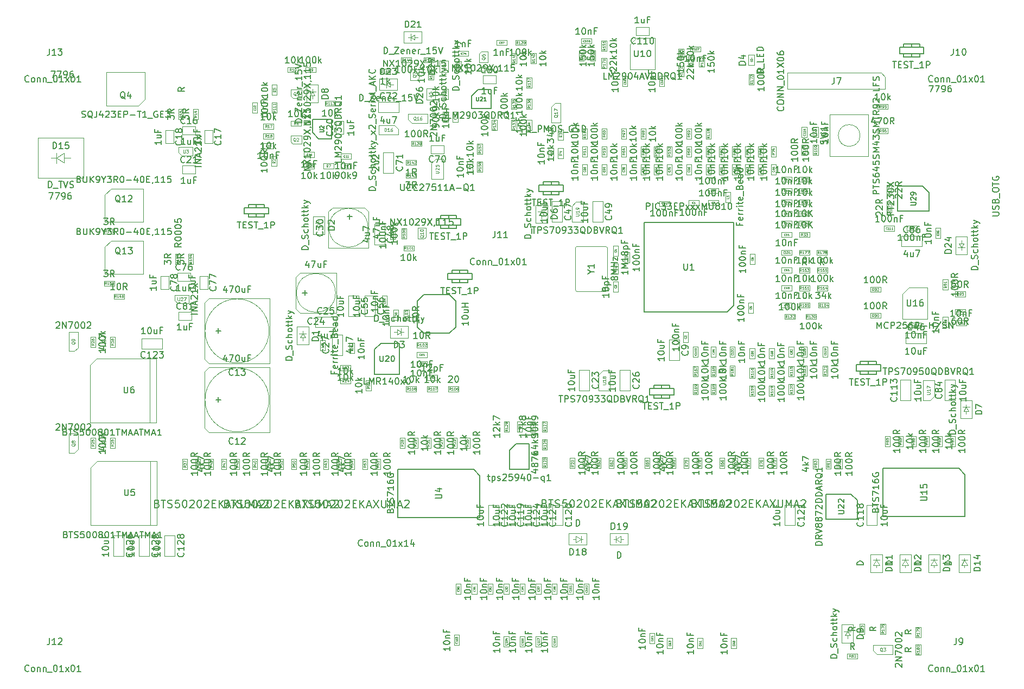
<source format=gbr>
G04 #@! TF.FileFunction,Other,Fab,Top*
%FSLAX46Y46*%
G04 Gerber Fmt 4.6, Leading zero omitted, Abs format (unit mm)*
G04 Created by KiCad (PCBNEW 4.0.7) date 01/11/18 09:08:33*
%MOMM*%
%LPD*%
G01*
G04 APERTURE LIST*
%ADD10C,0.100000*%
%ADD11C,0.150000*%
%ADD12C,0.075000*%
%ADD13C,0.135000*%
G04 APERTURE END LIST*
D10*
X157264000Y-84244000D02*
X155664000Y-84244000D01*
X155664000Y-84244000D02*
X155664000Y-83444000D01*
X155664000Y-83444000D02*
X157264000Y-83444000D01*
X157264000Y-83444000D02*
X157264000Y-84244000D01*
X123484000Y-101090000D02*
X123484000Y-94490000D01*
X123484000Y-94490000D02*
X123684000Y-94290000D01*
X123684000Y-94290000D02*
X128284000Y-94290000D01*
X128284000Y-94290000D02*
X128484000Y-94490000D01*
X128484000Y-94490000D02*
X128484000Y-101090000D01*
X128484000Y-101090000D02*
X128284000Y-101290000D01*
X128284000Y-101290000D02*
X123684000Y-101290000D01*
X123684000Y-101290000D02*
X123484000Y-101090000D01*
X127484000Y-101290000D02*
X128484000Y-100290000D01*
D11*
X178726000Y-85918000D02*
X178726000Y-88818000D01*
X178726000Y-88818000D02*
X173826000Y-88818000D01*
X173826000Y-88818000D02*
X173826000Y-84918000D01*
X173826000Y-84918000D02*
X177726000Y-84918000D01*
X177726000Y-84918000D02*
X178726000Y-85918000D01*
D10*
X61003000Y-101875000D02*
X61003000Y-102725000D01*
X61503000Y-103225000D02*
X63203000Y-103225000D01*
X61003000Y-101875000D02*
X63203000Y-101875000D01*
X63203000Y-101875000D02*
X63203000Y-103225000D01*
X61003000Y-102725000D02*
X61503000Y-103225000D01*
X101093000Y-81344000D02*
X101743000Y-80694000D01*
X102893000Y-80694000D02*
X101743000Y-80694000D01*
X101093000Y-81344000D02*
X101093000Y-83794000D01*
X102893000Y-83794000D02*
X101093000Y-83794000D01*
X102893000Y-80694000D02*
X102893000Y-83794000D01*
D11*
X114305000Y-125131000D02*
X116305000Y-125131000D01*
X116305000Y-125131000D02*
X116305000Y-129131000D01*
X116305000Y-129131000D02*
X113305000Y-129131000D01*
X113305000Y-129131000D02*
X113305000Y-126131000D01*
X113305000Y-126131000D02*
X114305000Y-125131000D01*
X108351000Y-69822000D02*
X110351000Y-69822000D01*
X110351000Y-69822000D02*
X110351000Y-72822000D01*
X110351000Y-72822000D02*
X107351000Y-72822000D01*
X107351000Y-72822000D02*
X107351000Y-70822000D01*
X107351000Y-70822000D02*
X108351000Y-69822000D01*
D10*
X122968000Y-88000000D02*
X123618000Y-87350000D01*
X124768000Y-87350000D02*
X123618000Y-87350000D01*
X122968000Y-88000000D02*
X122968000Y-90450000D01*
X124768000Y-90450000D02*
X122968000Y-90450000D01*
X124768000Y-87350000D02*
X124768000Y-90450000D01*
X127164000Y-114332000D02*
X127814000Y-113682000D01*
X128964000Y-113682000D02*
X127814000Y-113682000D01*
X127164000Y-114332000D02*
X127164000Y-116782000D01*
X128964000Y-116782000D02*
X127164000Y-116782000D01*
X128964000Y-113682000D02*
X128964000Y-116782000D01*
X175572858Y-100713999D02*
X178472858Y-100713999D01*
X178472858Y-100713999D02*
X178472858Y-105613999D01*
X178472858Y-105613999D02*
X174572858Y-105613999D01*
X174572858Y-105613999D02*
X174572858Y-101713999D01*
X174572858Y-101713999D02*
X175572858Y-100713999D01*
D11*
X184327000Y-129966000D02*
X184327000Y-136466000D01*
X184327000Y-136466000D02*
X171527000Y-136466000D01*
X171527000Y-136466000D02*
X171527000Y-128966000D01*
X171527000Y-128966000D02*
X183327000Y-128966000D01*
X183327000Y-128966000D02*
X184327000Y-129966000D01*
D10*
X57166000Y-111840000D02*
X58166000Y-111840000D01*
X58166000Y-111840000D02*
X58166000Y-121840000D01*
X57166000Y-121840000D02*
X58166000Y-121840000D01*
X47841000Y-112840000D02*
X48841000Y-111840000D01*
X47841000Y-121840000D02*
X57091000Y-121840000D01*
X48841000Y-111840000D02*
X57166000Y-111840000D01*
X47841000Y-112840000D02*
X47841000Y-121840000D01*
X57166000Y-111840000D02*
X57166000Y-121840000D01*
X57233000Y-127842000D02*
X58233000Y-127842000D01*
X58233000Y-127842000D02*
X58233000Y-137842000D01*
X57233000Y-137842000D02*
X58233000Y-137842000D01*
X47908000Y-128842000D02*
X48908000Y-127842000D01*
X47908000Y-137842000D02*
X57158000Y-137842000D01*
X48908000Y-127842000D02*
X57233000Y-127842000D01*
X47908000Y-128842000D02*
X47908000Y-137842000D01*
X57233000Y-127842000D02*
X57233000Y-137842000D01*
D11*
X108635000Y-130091000D02*
X108635000Y-136591000D01*
X108635000Y-136591000D02*
X95835000Y-136591000D01*
X95835000Y-136591000D02*
X95835000Y-129091000D01*
X95835000Y-129091000D02*
X107635000Y-129091000D01*
X107635000Y-129091000D02*
X108635000Y-130091000D01*
D10*
X61638000Y-78827000D02*
X61638000Y-79677000D01*
X62138000Y-80177000D02*
X63838000Y-80177000D01*
X61638000Y-78827000D02*
X63838000Y-78827000D01*
X63838000Y-78827000D02*
X63838000Y-80177000D01*
X61638000Y-79677000D02*
X62138000Y-80177000D01*
D11*
X82500000Y-76500000D02*
X82500000Y-74500000D01*
X82500000Y-74500000D02*
X85500000Y-74500000D01*
X85500000Y-74500000D02*
X85500000Y-77500000D01*
X85500000Y-77500000D02*
X83500000Y-77500000D01*
X83500000Y-77500000D02*
X82500000Y-76500000D01*
D10*
X93053000Y-67404000D02*
X93053000Y-66604000D01*
X94653000Y-67404000D02*
X93053000Y-67404000D01*
X94653000Y-66604000D02*
X94653000Y-67404000D01*
X93053000Y-66604000D02*
X94653000Y-66604000D01*
X151522000Y-117636000D02*
X150722000Y-117636000D01*
X151522000Y-116036000D02*
X151522000Y-117636000D01*
X150722000Y-116036000D02*
X151522000Y-116036000D01*
X150722000Y-117636000D02*
X150722000Y-116036000D01*
X108197000Y-81063000D02*
X108997000Y-81063000D01*
X108197000Y-82663000D02*
X108197000Y-81063000D01*
X108997000Y-82663000D02*
X108197000Y-82663000D01*
X108997000Y-81063000D02*
X108997000Y-82663000D01*
X108197000Y-78269000D02*
X108997000Y-78269000D01*
X108197000Y-79869000D02*
X108197000Y-78269000D01*
X108997000Y-79869000D02*
X108197000Y-79869000D01*
X108997000Y-78269000D02*
X108997000Y-79869000D01*
X61068000Y-95466000D02*
X61868000Y-95466000D01*
X61068000Y-97066000D02*
X61068000Y-95466000D01*
X61868000Y-97066000D02*
X61068000Y-97066000D01*
X61868000Y-95466000D02*
X61868000Y-97066000D01*
X63100000Y-95466000D02*
X63900000Y-95466000D01*
X63100000Y-97066000D02*
X63100000Y-95466000D01*
X63900000Y-97066000D02*
X63100000Y-97066000D01*
X63900000Y-95466000D02*
X63900000Y-97066000D01*
X105695000Y-67042000D02*
X104895000Y-67042000D01*
X105695000Y-65442000D02*
X105695000Y-67042000D01*
X104895000Y-65442000D02*
X105695000Y-65442000D01*
X104895000Y-67042000D02*
X104895000Y-65442000D01*
X137776000Y-78690000D02*
X138576000Y-78690000D01*
X137776000Y-80290000D02*
X137776000Y-78690000D01*
X138576000Y-80290000D02*
X137776000Y-80290000D01*
X138576000Y-78690000D02*
X138576000Y-80290000D01*
X51588000Y-99676000D02*
X51588000Y-100476000D01*
X49988000Y-99676000D02*
X51588000Y-99676000D01*
X49988000Y-100476000D02*
X49988000Y-99676000D01*
X51588000Y-100476000D02*
X49988000Y-100476000D01*
X51588000Y-91548000D02*
X51588000Y-92348000D01*
X49988000Y-91548000D02*
X51588000Y-91548000D01*
X49988000Y-92348000D02*
X49988000Y-91548000D01*
X51588000Y-92348000D02*
X49988000Y-92348000D01*
X53124000Y-101708000D02*
X53124000Y-102508000D01*
X51524000Y-101708000D02*
X53124000Y-101708000D01*
X51524000Y-102508000D02*
X51524000Y-101708000D01*
X53124000Y-102508000D02*
X51524000Y-102508000D01*
X102863000Y-73328000D02*
X103663000Y-73328000D01*
X102863000Y-74928000D02*
X102863000Y-73328000D01*
X103663000Y-74928000D02*
X102863000Y-74928000D01*
X103663000Y-73328000D02*
X103663000Y-74928000D01*
X102863000Y-69772000D02*
X103663000Y-69772000D01*
X102863000Y-71372000D02*
X102863000Y-69772000D01*
X103663000Y-71372000D02*
X102863000Y-71372000D01*
X103663000Y-69772000D02*
X103663000Y-71372000D01*
X99911000Y-65626000D02*
X99911000Y-64826000D01*
X101511000Y-65626000D02*
X99911000Y-65626000D01*
X101511000Y-64826000D02*
X101511000Y-65626000D01*
X99911000Y-64826000D02*
X101511000Y-64826000D01*
X96355000Y-65626000D02*
X96355000Y-64826000D01*
X97955000Y-65626000D02*
X96355000Y-65626000D01*
X97955000Y-64826000D02*
X97955000Y-65626000D01*
X96355000Y-64826000D02*
X97955000Y-64826000D01*
X97129000Y-83660000D02*
X97129000Y-82860000D01*
X98729000Y-83660000D02*
X97129000Y-83660000D01*
X98729000Y-82860000D02*
X98729000Y-83660000D01*
X97129000Y-82860000D02*
X98729000Y-82860000D01*
X97129000Y-81628000D02*
X97129000Y-80828000D01*
X98729000Y-81628000D02*
X97129000Y-81628000D01*
X98729000Y-80828000D02*
X98729000Y-81628000D01*
X97129000Y-80828000D02*
X98729000Y-80828000D01*
X114331000Y-65760000D02*
X113531000Y-65760000D01*
X114331000Y-64160000D02*
X114331000Y-65760000D01*
X113531000Y-64160000D02*
X114331000Y-64160000D01*
X113531000Y-65760000D02*
X113531000Y-64160000D01*
X117379000Y-65760000D02*
X116579000Y-65760000D01*
X117379000Y-64160000D02*
X117379000Y-65760000D01*
X116579000Y-64160000D02*
X117379000Y-64160000D01*
X116579000Y-65760000D02*
X116579000Y-64160000D01*
X114200000Y-62900000D02*
X114200000Y-62100000D01*
X115800000Y-62900000D02*
X114200000Y-62900000D01*
X115800000Y-62100000D02*
X115800000Y-62900000D01*
X114200000Y-62100000D02*
X115800000Y-62100000D01*
X99550000Y-77850000D02*
X99550000Y-78650000D01*
X97950000Y-77850000D02*
X99550000Y-77850000D01*
X97950000Y-78650000D02*
X97950000Y-77850000D01*
X99550000Y-78650000D02*
X97950000Y-78650000D01*
X115899126Y-67949412D02*
X116699126Y-67949412D01*
X115899126Y-69549412D02*
X115899126Y-67949412D01*
X116699126Y-69549412D02*
X115899126Y-69549412D01*
X116699126Y-67949412D02*
X116699126Y-69549412D01*
X115899126Y-71239412D02*
X116699126Y-71239412D01*
X115899126Y-72839412D02*
X115899126Y-71239412D01*
X116699126Y-72839412D02*
X115899126Y-72839412D01*
X116699126Y-71239412D02*
X116699126Y-72839412D01*
X113531000Y-71272000D02*
X114331000Y-71272000D01*
X113531000Y-72872000D02*
X113531000Y-71272000D01*
X114331000Y-72872000D02*
X113531000Y-72872000D01*
X114331000Y-71272000D02*
X114331000Y-72872000D01*
X110483000Y-74586000D02*
X111283000Y-74586000D01*
X110483000Y-76186000D02*
X110483000Y-74586000D01*
X111283000Y-76186000D02*
X110483000Y-76186000D01*
X111283000Y-74586000D02*
X111283000Y-76186000D01*
X114331000Y-76186000D02*
X113531000Y-76186000D01*
X114331000Y-74586000D02*
X114331000Y-76186000D01*
X113531000Y-74586000D02*
X114331000Y-74586000D01*
X113531000Y-76186000D02*
X113531000Y-74586000D01*
X157800000Y-104850000D02*
X157800000Y-105650000D01*
X156200000Y-104850000D02*
X157800000Y-104850000D01*
X156200000Y-105650000D02*
X156200000Y-104850000D01*
X157800000Y-105650000D02*
X156200000Y-105650000D01*
X135744000Y-78690000D02*
X136544000Y-78690000D01*
X135744000Y-80290000D02*
X135744000Y-78690000D01*
X136544000Y-80290000D02*
X135744000Y-80290000D01*
X136544000Y-78690000D02*
X136544000Y-80290000D01*
X159486000Y-105650000D02*
X159486000Y-104850000D01*
X161086000Y-105650000D02*
X159486000Y-105650000D01*
X161086000Y-104850000D02*
X161086000Y-105650000D01*
X159486000Y-104850000D02*
X161086000Y-104850000D01*
X112376000Y-121640000D02*
X113176000Y-121640000D01*
X112376000Y-123240000D02*
X112376000Y-121640000D01*
X113176000Y-123240000D02*
X112376000Y-123240000D01*
X113176000Y-121640000D02*
X113176000Y-123240000D01*
X116440000Y-121628000D02*
X117240000Y-121628000D01*
X116440000Y-123228000D02*
X116440000Y-121628000D01*
X117240000Y-123228000D02*
X116440000Y-123228000D01*
X117240000Y-121628000D02*
X117240000Y-123228000D01*
X118345000Y-121628000D02*
X119145000Y-121628000D01*
X118345000Y-123228000D02*
X118345000Y-121628000D01*
X119145000Y-123228000D02*
X118345000Y-123228000D01*
X119145000Y-121628000D02*
X119145000Y-123228000D01*
X118345000Y-124422000D02*
X119145000Y-124422000D01*
X118345000Y-126022000D02*
X118345000Y-124422000D01*
X119145000Y-126022000D02*
X118345000Y-126022000D01*
X119145000Y-124422000D02*
X119145000Y-126022000D01*
X118345000Y-127216000D02*
X119145000Y-127216000D01*
X118345000Y-128816000D02*
X118345000Y-127216000D01*
X119145000Y-128816000D02*
X118345000Y-128816000D01*
X119145000Y-127216000D02*
X119145000Y-128816000D01*
X159650000Y-114514000D02*
X158850000Y-114514000D01*
X159650000Y-112914000D02*
X159650000Y-114514000D01*
X158850000Y-112914000D02*
X159650000Y-112914000D01*
X158850000Y-114514000D02*
X158850000Y-112914000D01*
X162900000Y-114514000D02*
X162100000Y-114514000D01*
X162900000Y-112914000D02*
X162900000Y-114514000D01*
X162100000Y-112914000D02*
X162900000Y-112914000D01*
X162100000Y-114514000D02*
X162100000Y-112914000D01*
X157618000Y-117386000D02*
X156818000Y-117386000D01*
X157618000Y-115786000D02*
X157618000Y-117386000D01*
X156818000Y-115786000D02*
X157618000Y-115786000D01*
X156818000Y-117386000D02*
X156818000Y-115786000D01*
X154570000Y-117636000D02*
X153770000Y-117636000D01*
X154570000Y-116036000D02*
X154570000Y-117636000D01*
X153770000Y-116036000D02*
X154570000Y-116036000D01*
X153770000Y-117636000D02*
X153770000Y-116036000D01*
X143872000Y-75920000D02*
X144672000Y-75920000D01*
X143872000Y-77520000D02*
X143872000Y-75920000D01*
X144672000Y-77520000D02*
X143872000Y-77520000D01*
X144672000Y-75920000D02*
X144672000Y-77520000D01*
X124568000Y-75908000D02*
X125368000Y-75908000D01*
X124568000Y-77508000D02*
X124568000Y-75908000D01*
X125368000Y-77508000D02*
X124568000Y-77508000D01*
X125368000Y-75908000D02*
X125368000Y-77508000D01*
X151522000Y-114842000D02*
X150722000Y-114842000D01*
X151522000Y-113242000D02*
X151522000Y-114842000D01*
X150722000Y-113242000D02*
X151522000Y-113242000D01*
X150722000Y-114842000D02*
X150722000Y-113242000D01*
X157618000Y-114592000D02*
X156818000Y-114592000D01*
X157618000Y-112992000D02*
X157618000Y-114592000D01*
X156818000Y-112992000D02*
X157618000Y-112992000D01*
X156818000Y-114592000D02*
X156818000Y-112992000D01*
X154570000Y-114842000D02*
X153770000Y-114842000D01*
X154570000Y-113242000D02*
X154570000Y-114842000D01*
X153770000Y-113242000D02*
X154570000Y-113242000D01*
X153770000Y-114842000D02*
X153770000Y-113242000D01*
X84450000Y-72400000D02*
X84450000Y-71600000D01*
X86050000Y-72400000D02*
X84450000Y-72400000D01*
X86050000Y-71600000D02*
X86050000Y-72400000D01*
X84450000Y-71600000D02*
X86050000Y-71600000D01*
X76180000Y-71900000D02*
X76980000Y-71900000D01*
X76180000Y-73500000D02*
X76180000Y-71900000D01*
X76980000Y-73500000D02*
X76180000Y-73500000D01*
X76980000Y-71900000D02*
X76980000Y-73500000D01*
X98725000Y-116154000D02*
X98725000Y-116954000D01*
X97125000Y-116154000D02*
X98725000Y-116154000D01*
X97125000Y-116954000D02*
X97125000Y-116154000D01*
X98725000Y-116954000D02*
X97125000Y-116954000D01*
X102027000Y-116154000D02*
X102027000Y-116954000D01*
X100427000Y-116154000D02*
X102027000Y-116154000D01*
X100427000Y-116954000D02*
X100427000Y-116154000D01*
X102027000Y-116954000D02*
X100427000Y-116954000D01*
X105329000Y-116154000D02*
X105329000Y-116954000D01*
X103729000Y-116154000D02*
X105329000Y-116154000D01*
X103729000Y-116954000D02*
X103729000Y-116154000D01*
X105329000Y-116954000D02*
X103729000Y-116954000D01*
X160050000Y-103100000D02*
X160050000Y-103900000D01*
X158450000Y-103100000D02*
X160050000Y-103100000D01*
X158450000Y-103900000D02*
X158450000Y-103100000D01*
X160050000Y-103900000D02*
X158450000Y-103900000D01*
X163050000Y-103100000D02*
X163050000Y-103900000D01*
X161450000Y-103100000D02*
X163050000Y-103100000D01*
X161450000Y-103900000D02*
X161450000Y-103100000D01*
X163050000Y-103900000D02*
X161450000Y-103900000D01*
X97563000Y-105797000D02*
X96763000Y-105797000D01*
X97563000Y-104197000D02*
X97563000Y-105797000D01*
X96763000Y-104197000D02*
X97563000Y-104197000D01*
X96763000Y-105797000D02*
X96763000Y-104197000D01*
X100376000Y-109296000D02*
X100376000Y-110096000D01*
X98776000Y-109296000D02*
X100376000Y-109296000D01*
X98776000Y-110096000D02*
X98776000Y-109296000D01*
X100376000Y-110096000D02*
X98776000Y-110096000D01*
X96728000Y-94971000D02*
X96728000Y-94171000D01*
X98328000Y-94971000D02*
X96728000Y-94971000D01*
X98328000Y-94171000D02*
X98328000Y-94971000D01*
X96728000Y-94171000D02*
X98328000Y-94171000D01*
X96378000Y-91473000D02*
X97178000Y-91473000D01*
X96378000Y-93073000D02*
X96378000Y-91473000D01*
X97178000Y-93073000D02*
X96378000Y-93073000D01*
X97178000Y-91473000D02*
X97178000Y-93073000D01*
X90850000Y-115200000D02*
X91650000Y-115200000D01*
X90850000Y-116800000D02*
X90850000Y-115200000D01*
X91650000Y-116800000D02*
X90850000Y-116800000D01*
X91650000Y-115200000D02*
X91650000Y-116800000D01*
X134512000Y-77520000D02*
X133712000Y-77520000D01*
X134512000Y-75920000D02*
X134512000Y-77520000D01*
X133712000Y-75920000D02*
X134512000Y-75920000D01*
X133712000Y-77520000D02*
X133712000Y-75920000D01*
X131464000Y-77508000D02*
X130664000Y-77508000D01*
X131464000Y-75908000D02*
X131464000Y-77508000D01*
X130664000Y-75908000D02*
X131464000Y-75908000D01*
X130664000Y-77508000D02*
X130664000Y-75908000D01*
X172300000Y-75850000D02*
X172300000Y-76650000D01*
X170700000Y-75850000D02*
X172300000Y-75850000D01*
X170700000Y-76650000D02*
X170700000Y-75850000D01*
X172300000Y-76650000D02*
X170700000Y-76650000D01*
X172300000Y-72100000D02*
X172300000Y-72900000D01*
X170700000Y-72100000D02*
X172300000Y-72100000D01*
X170700000Y-72900000D02*
X170700000Y-72100000D01*
X172300000Y-72900000D02*
X170700000Y-72900000D01*
X182743000Y-104900000D02*
X182743000Y-104100000D01*
X184343000Y-104900000D02*
X182743000Y-104900000D01*
X184343000Y-104100000D02*
X184343000Y-104900000D01*
X182743000Y-104100000D02*
X184343000Y-104100000D01*
X184343000Y-101350000D02*
X184343000Y-102150000D01*
X182743000Y-101350000D02*
X184343000Y-101350000D01*
X182743000Y-102150000D02*
X182743000Y-101350000D01*
X184343000Y-102150000D02*
X182743000Y-102150000D01*
X171147000Y-100640000D02*
X171147000Y-101440000D01*
X169547000Y-100640000D02*
X171147000Y-100640000D01*
X169547000Y-101440000D02*
X169547000Y-100640000D01*
X171147000Y-101440000D02*
X169547000Y-101440000D01*
X181657000Y-101078000D02*
X180857000Y-101078000D01*
X181657000Y-99478000D02*
X181657000Y-101078000D01*
X180857000Y-99478000D02*
X181657000Y-99478000D01*
X180857000Y-101078000D02*
X180857000Y-99478000D01*
X171147000Y-104704000D02*
X171147000Y-105504000D01*
X169547000Y-104704000D02*
X171147000Y-104704000D01*
X169547000Y-105504000D02*
X169547000Y-104704000D01*
X171147000Y-105504000D02*
X169547000Y-105504000D01*
X180740000Y-125514000D02*
X179940000Y-125514000D01*
X180740000Y-123914000D02*
X180740000Y-125514000D01*
X179940000Y-123914000D02*
X180740000Y-123914000D01*
X179940000Y-125514000D02*
X179940000Y-123914000D01*
X176676000Y-125514000D02*
X175876000Y-125514000D01*
X176676000Y-123914000D02*
X176676000Y-125514000D01*
X175876000Y-123914000D02*
X176676000Y-123914000D01*
X175876000Y-125514000D02*
X175876000Y-123914000D01*
X182772000Y-125514000D02*
X181972000Y-125514000D01*
X182772000Y-123914000D02*
X182772000Y-125514000D01*
X181972000Y-123914000D02*
X182772000Y-123914000D01*
X181972000Y-125514000D02*
X181972000Y-123914000D01*
X174644000Y-125514000D02*
X173844000Y-125514000D01*
X174644000Y-123914000D02*
X174644000Y-125514000D01*
X173844000Y-123914000D02*
X174644000Y-123914000D01*
X173844000Y-125514000D02*
X173844000Y-123914000D01*
X172612000Y-125514000D02*
X171812000Y-125514000D01*
X172612000Y-123914000D02*
X172612000Y-125514000D01*
X171812000Y-123914000D02*
X172612000Y-123914000D01*
X171812000Y-125514000D02*
X171812000Y-123914000D01*
X178708000Y-125514000D02*
X177908000Y-125514000D01*
X178708000Y-123914000D02*
X178708000Y-125514000D01*
X177908000Y-123914000D02*
X178708000Y-123914000D01*
X177908000Y-125514000D02*
X177908000Y-123914000D01*
X160600000Y-127450000D02*
X161400000Y-127450000D01*
X160600000Y-129050000D02*
X160600000Y-127450000D01*
X161400000Y-129050000D02*
X160600000Y-129050000D01*
X161400000Y-127450000D02*
X161400000Y-129050000D01*
X163400000Y-129050000D02*
X162600000Y-129050000D01*
X163400000Y-127450000D02*
X163400000Y-129050000D01*
X162600000Y-127450000D02*
X163400000Y-127450000D01*
X162600000Y-129050000D02*
X162600000Y-127450000D01*
X138411000Y-127343000D02*
X139211000Y-127343000D01*
X138411000Y-128943000D02*
X138411000Y-127343000D01*
X139211000Y-128943000D02*
X138411000Y-128943000D01*
X139211000Y-127343000D02*
X139211000Y-128943000D01*
X141243000Y-128943000D02*
X140443000Y-128943000D01*
X141243000Y-127343000D02*
X141243000Y-128943000D01*
X140443000Y-127343000D02*
X141243000Y-127343000D01*
X140443000Y-128943000D02*
X140443000Y-127343000D01*
X143275000Y-128943000D02*
X142475000Y-128943000D01*
X143275000Y-127343000D02*
X143275000Y-128943000D01*
X142475000Y-127343000D02*
X143275000Y-127343000D01*
X142475000Y-128943000D02*
X142475000Y-127343000D01*
X150095000Y-127343000D02*
X150895000Y-127343000D01*
X150095000Y-128943000D02*
X150095000Y-127343000D01*
X150895000Y-128943000D02*
X150095000Y-128943000D01*
X150895000Y-127343000D02*
X150895000Y-128943000D01*
X152927000Y-128943000D02*
X152127000Y-128943000D01*
X152927000Y-127343000D02*
X152927000Y-128943000D01*
X152127000Y-127343000D02*
X152927000Y-127343000D01*
X152127000Y-128943000D02*
X152127000Y-127343000D01*
X154959000Y-128943000D02*
X154159000Y-128943000D01*
X154959000Y-127343000D02*
X154959000Y-128943000D01*
X154159000Y-127343000D02*
X154959000Y-127343000D01*
X154159000Y-128943000D02*
X154159000Y-127343000D01*
X154032000Y-78690000D02*
X154832000Y-78690000D01*
X154032000Y-80290000D02*
X154032000Y-78690000D01*
X154832000Y-80290000D02*
X154032000Y-80290000D01*
X154832000Y-78690000D02*
X154832000Y-80290000D01*
X165150000Y-129050000D02*
X164350000Y-129050000D01*
X165150000Y-127450000D02*
X165150000Y-129050000D01*
X164350000Y-127450000D02*
X165150000Y-127450000D01*
X164350000Y-129050000D02*
X164350000Y-127450000D01*
X149968000Y-78690000D02*
X150768000Y-78690000D01*
X149968000Y-80290000D02*
X149968000Y-78690000D01*
X150768000Y-80290000D02*
X149968000Y-80290000D01*
X150768000Y-78690000D02*
X150768000Y-80290000D01*
X137179000Y-128943000D02*
X136379000Y-128943000D01*
X137179000Y-127343000D02*
X137179000Y-128943000D01*
X136379000Y-127343000D02*
X137179000Y-127343000D01*
X136379000Y-128943000D02*
X136379000Y-127343000D01*
X135147000Y-128943000D02*
X134347000Y-128943000D01*
X135147000Y-127343000D02*
X135147000Y-128943000D01*
X134347000Y-127343000D02*
X135147000Y-127343000D01*
X134347000Y-128943000D02*
X134347000Y-127343000D01*
X147936000Y-78702000D02*
X148736000Y-78702000D01*
X147936000Y-80302000D02*
X147936000Y-78702000D01*
X148736000Y-80302000D02*
X147936000Y-80302000D01*
X148736000Y-78702000D02*
X148736000Y-80302000D01*
X148863000Y-128931000D02*
X148063000Y-128931000D01*
X148863000Y-127331000D02*
X148863000Y-128931000D01*
X148063000Y-127331000D02*
X148863000Y-127331000D01*
X148063000Y-128931000D02*
X148063000Y-127331000D01*
X146831000Y-128943000D02*
X146031000Y-128943000D01*
X146831000Y-127343000D02*
X146831000Y-128943000D01*
X146031000Y-127343000D02*
X146831000Y-127343000D01*
X146031000Y-128943000D02*
X146031000Y-127343000D01*
X133712000Y-78702000D02*
X134512000Y-78702000D01*
X133712000Y-80302000D02*
X133712000Y-78702000D01*
X134512000Y-80302000D02*
X133712000Y-80302000D01*
X134512000Y-78702000D02*
X134512000Y-80302000D01*
X130664000Y-78702000D02*
X131464000Y-78702000D01*
X130664000Y-80302000D02*
X130664000Y-78702000D01*
X131464000Y-80302000D02*
X130664000Y-80302000D01*
X131464000Y-78702000D02*
X131464000Y-80302000D01*
X126727000Y-127343000D02*
X127527000Y-127343000D01*
X126727000Y-128943000D02*
X126727000Y-127343000D01*
X127527000Y-128943000D02*
X126727000Y-128943000D01*
X127527000Y-127343000D02*
X127527000Y-128943000D01*
X129559000Y-128943000D02*
X128759000Y-128943000D01*
X129559000Y-127343000D02*
X129559000Y-128943000D01*
X128759000Y-127343000D02*
X129559000Y-127343000D01*
X128759000Y-128943000D02*
X128759000Y-127343000D01*
X140824000Y-75920000D02*
X141624000Y-75920000D01*
X140824000Y-77520000D02*
X140824000Y-75920000D01*
X141624000Y-77520000D02*
X140824000Y-77520000D01*
X141624000Y-75920000D02*
X141624000Y-77520000D01*
X140824000Y-78714000D02*
X141624000Y-78714000D01*
X140824000Y-80314000D02*
X140824000Y-78714000D01*
X141624000Y-80314000D02*
X140824000Y-80314000D01*
X141624000Y-78714000D02*
X141624000Y-80314000D01*
X143872000Y-78690000D02*
X144672000Y-78690000D01*
X143872000Y-80290000D02*
X143872000Y-78690000D01*
X144672000Y-80290000D02*
X143872000Y-80290000D01*
X144672000Y-78690000D02*
X144672000Y-80290000D01*
X160046000Y-85222000D02*
X160046000Y-86022000D01*
X158446000Y-85222000D02*
X160046000Y-85222000D01*
X158446000Y-86022000D02*
X158446000Y-85222000D01*
X160046000Y-86022000D02*
X158446000Y-86022000D01*
X131591000Y-128943000D02*
X130791000Y-128943000D01*
X131591000Y-127343000D02*
X131591000Y-128943000D01*
X130791000Y-127343000D02*
X131591000Y-127343000D01*
X130791000Y-128943000D02*
X130791000Y-127343000D01*
X88246000Y-127470000D02*
X89046000Y-127470000D01*
X88246000Y-129070000D02*
X88246000Y-127470000D01*
X89046000Y-129070000D02*
X88246000Y-129070000D01*
X89046000Y-127470000D02*
X89046000Y-129070000D01*
X91078000Y-129070000D02*
X90278000Y-129070000D01*
X91078000Y-127470000D02*
X91078000Y-129070000D01*
X90278000Y-127470000D02*
X91078000Y-127470000D01*
X90278000Y-129070000D02*
X90278000Y-127470000D01*
X93110000Y-129070000D02*
X92310000Y-129070000D01*
X93110000Y-127470000D02*
X93110000Y-129070000D01*
X92310000Y-127470000D02*
X93110000Y-127470000D01*
X92310000Y-129070000D02*
X92310000Y-127470000D01*
X77197000Y-127470000D02*
X77997000Y-127470000D01*
X77197000Y-129070000D02*
X77197000Y-127470000D01*
X77997000Y-129070000D02*
X77197000Y-129070000D01*
X77997000Y-127470000D02*
X77997000Y-129070000D01*
X80029000Y-129070000D02*
X79229000Y-129070000D01*
X80029000Y-127470000D02*
X80029000Y-129070000D01*
X79229000Y-127470000D02*
X80029000Y-127470000D01*
X79229000Y-129070000D02*
X79229000Y-127470000D01*
X82061000Y-129070000D02*
X81261000Y-129070000D01*
X82061000Y-127470000D02*
X82061000Y-129070000D01*
X81261000Y-127470000D02*
X82061000Y-127470000D01*
X81261000Y-129070000D02*
X81261000Y-127470000D01*
X66275000Y-127470000D02*
X67075000Y-127470000D01*
X66275000Y-129070000D02*
X66275000Y-127470000D01*
X67075000Y-129070000D02*
X66275000Y-129070000D01*
X67075000Y-127470000D02*
X67075000Y-129070000D01*
X69107000Y-129070000D02*
X68307000Y-129070000D01*
X69107000Y-127470000D02*
X69107000Y-129070000D01*
X68307000Y-127470000D02*
X69107000Y-127470000D01*
X68307000Y-129070000D02*
X68307000Y-127470000D01*
X71139000Y-129070000D02*
X70339000Y-129070000D01*
X71139000Y-127470000D02*
X71139000Y-129070000D01*
X70339000Y-127470000D02*
X71139000Y-127470000D01*
X70339000Y-129070000D02*
X70339000Y-127470000D01*
X152000000Y-78690000D02*
X152800000Y-78690000D01*
X152000000Y-80290000D02*
X152000000Y-78690000D01*
X152800000Y-80290000D02*
X152000000Y-80290000D01*
X152800000Y-78690000D02*
X152800000Y-80290000D01*
X87014000Y-129070000D02*
X86214000Y-129070000D01*
X87014000Y-127470000D02*
X87014000Y-129070000D01*
X86214000Y-127470000D02*
X87014000Y-127470000D01*
X86214000Y-129070000D02*
X86214000Y-127470000D01*
X84982000Y-129070000D02*
X84182000Y-129070000D01*
X84982000Y-127470000D02*
X84982000Y-129070000D01*
X84182000Y-127470000D02*
X84982000Y-127470000D01*
X84182000Y-129070000D02*
X84182000Y-127470000D01*
X160058000Y-88778000D02*
X160058000Y-89578000D01*
X158458000Y-88778000D02*
X160058000Y-88778000D01*
X158458000Y-89578000D02*
X158458000Y-88778000D01*
X160058000Y-89578000D02*
X158458000Y-89578000D01*
X75965000Y-129070000D02*
X75165000Y-129070000D01*
X75965000Y-127470000D02*
X75965000Y-129070000D01*
X75165000Y-127470000D02*
X75965000Y-127470000D01*
X75165000Y-129070000D02*
X75165000Y-127470000D01*
X73933000Y-129082000D02*
X73133000Y-129082000D01*
X73933000Y-127482000D02*
X73933000Y-129082000D01*
X73133000Y-127482000D02*
X73933000Y-127482000D01*
X73133000Y-129082000D02*
X73133000Y-127482000D01*
X160070000Y-87000000D02*
X160070000Y-87800000D01*
X158470000Y-87000000D02*
X160070000Y-87000000D01*
X158470000Y-87800000D02*
X158470000Y-87000000D01*
X160070000Y-87800000D02*
X158470000Y-87800000D01*
X65043000Y-129070000D02*
X64243000Y-129070000D01*
X65043000Y-127470000D02*
X65043000Y-129070000D01*
X64243000Y-127470000D02*
X65043000Y-127470000D01*
X64243000Y-129070000D02*
X64243000Y-127470000D01*
X63011000Y-129070000D02*
X62211000Y-129070000D01*
X63011000Y-127470000D02*
X63011000Y-129070000D01*
X62211000Y-127470000D02*
X63011000Y-127470000D01*
X62211000Y-129070000D02*
X62211000Y-127470000D01*
X50908000Y-108420000D02*
X51708000Y-108420000D01*
X50908000Y-110020000D02*
X50908000Y-108420000D01*
X51708000Y-110020000D02*
X50908000Y-110020000D01*
X51708000Y-108420000D02*
X51708000Y-110020000D01*
X50908000Y-124168000D02*
X51708000Y-124168000D01*
X50908000Y-125768000D02*
X50908000Y-124168000D01*
X51708000Y-125768000D02*
X50908000Y-125768000D01*
X51708000Y-124168000D02*
X51708000Y-125768000D01*
X160058000Y-90306000D02*
X160058000Y-91106000D01*
X158458000Y-90306000D02*
X160058000Y-90306000D01*
X158458000Y-91106000D02*
X158458000Y-90306000D01*
X160058000Y-91106000D02*
X158458000Y-91106000D01*
X160046000Y-92084000D02*
X160046000Y-92884000D01*
X158446000Y-92084000D02*
X160046000Y-92084000D01*
X158446000Y-92884000D02*
X158446000Y-92084000D01*
X160046000Y-92884000D02*
X158446000Y-92884000D01*
X105048000Y-125756000D02*
X104248000Y-125756000D01*
X105048000Y-124156000D02*
X105048000Y-125756000D01*
X104248000Y-124156000D02*
X105048000Y-124156000D01*
X104248000Y-125756000D02*
X104248000Y-124156000D01*
X100984000Y-125768000D02*
X100184000Y-125768000D01*
X100984000Y-124168000D02*
X100984000Y-125768000D01*
X100184000Y-124168000D02*
X100984000Y-124168000D01*
X100184000Y-125768000D02*
X100184000Y-124168000D01*
X107080000Y-125768000D02*
X106280000Y-125768000D01*
X107080000Y-124168000D02*
X107080000Y-125768000D01*
X106280000Y-124168000D02*
X107080000Y-124168000D01*
X106280000Y-125768000D02*
X106280000Y-124168000D01*
X98952000Y-125780000D02*
X98152000Y-125780000D01*
X98952000Y-124180000D02*
X98952000Y-125780000D01*
X98152000Y-124180000D02*
X98952000Y-124180000D01*
X98152000Y-125780000D02*
X98152000Y-124180000D01*
X96920000Y-125768000D02*
X96120000Y-125768000D01*
X96920000Y-124168000D02*
X96920000Y-125768000D01*
X96120000Y-124168000D02*
X96920000Y-124168000D01*
X96120000Y-125768000D02*
X96120000Y-124168000D01*
X103016000Y-125780000D02*
X102216000Y-125780000D01*
X103016000Y-124180000D02*
X103016000Y-125780000D01*
X102216000Y-124180000D02*
X103016000Y-124180000D01*
X102216000Y-125780000D02*
X102216000Y-124180000D01*
X48660000Y-110020000D02*
X47860000Y-110020000D01*
X48660000Y-108420000D02*
X48660000Y-110020000D01*
X47860000Y-108420000D02*
X48660000Y-108420000D01*
X47860000Y-110020000D02*
X47860000Y-108420000D01*
X48660000Y-125780000D02*
X47860000Y-125780000D01*
X48660000Y-124180000D02*
X48660000Y-125780000D01*
X47860000Y-124180000D02*
X48660000Y-124180000D01*
X47860000Y-125780000D02*
X47860000Y-124180000D01*
X88438000Y-114884000D02*
X88438000Y-115684000D01*
X86838000Y-114884000D02*
X88438000Y-114884000D01*
X86838000Y-115684000D02*
X86838000Y-114884000D01*
X88438000Y-115684000D02*
X86838000Y-115684000D01*
X86838000Y-113652000D02*
X86838000Y-112852000D01*
X88438000Y-113652000D02*
X86838000Y-113652000D01*
X88438000Y-112852000D02*
X88438000Y-113652000D01*
X86838000Y-112852000D02*
X88438000Y-112852000D01*
X160070000Y-83444000D02*
X160070000Y-84244000D01*
X158470000Y-83444000D02*
X160070000Y-83444000D01*
X158470000Y-84244000D02*
X158470000Y-83444000D01*
X160070000Y-84244000D02*
X158470000Y-84244000D01*
X125495000Y-128943000D02*
X124695000Y-128943000D01*
X125495000Y-127343000D02*
X125495000Y-128943000D01*
X124695000Y-127343000D02*
X125495000Y-127343000D01*
X124695000Y-128943000D02*
X124695000Y-127343000D01*
X123463000Y-128955000D02*
X122663000Y-128955000D01*
X123463000Y-127355000D02*
X123463000Y-128955000D01*
X122663000Y-127355000D02*
X123463000Y-127355000D01*
X122663000Y-128955000D02*
X122663000Y-127355000D01*
X127616000Y-78702000D02*
X128416000Y-78702000D01*
X127616000Y-80302000D02*
X127616000Y-78702000D01*
X128416000Y-80302000D02*
X127616000Y-80302000D01*
X128416000Y-78702000D02*
X128416000Y-80302000D01*
X74848000Y-77506000D02*
X74848000Y-76706000D01*
X76448000Y-77506000D02*
X74848000Y-77506000D01*
X76448000Y-76706000D02*
X76448000Y-77506000D01*
X74848000Y-76706000D02*
X76448000Y-76706000D01*
X76448000Y-75182000D02*
X76448000Y-75982000D01*
X74848000Y-75182000D02*
X76448000Y-75182000D01*
X74848000Y-75982000D02*
X74848000Y-75182000D01*
X76448000Y-75982000D02*
X74848000Y-75982000D01*
X61576000Y-72860000D02*
X62376000Y-72860000D01*
X61576000Y-74460000D02*
X61576000Y-72860000D01*
X62376000Y-74460000D02*
X61576000Y-74460000D01*
X62376000Y-72860000D02*
X62376000Y-74460000D01*
X63862000Y-72848000D02*
X64662000Y-72848000D01*
X63862000Y-74448000D02*
X63862000Y-72848000D01*
X64662000Y-74448000D02*
X63862000Y-74448000D01*
X64662000Y-72848000D02*
X64662000Y-74448000D01*
X81200000Y-82150000D02*
X81200000Y-81350000D01*
X82800000Y-82150000D02*
X81200000Y-82150000D01*
X82800000Y-81350000D02*
X82800000Y-82150000D01*
X81200000Y-81350000D02*
X82800000Y-81350000D01*
X145904000Y-78702000D02*
X146704000Y-78702000D01*
X145904000Y-80302000D02*
X145904000Y-78702000D01*
X146704000Y-80302000D02*
X145904000Y-80302000D01*
X146704000Y-78702000D02*
X146704000Y-80302000D01*
X124568000Y-78702000D02*
X125368000Y-78702000D01*
X124568000Y-80302000D02*
X124568000Y-78702000D01*
X125368000Y-80302000D02*
X124568000Y-80302000D01*
X125368000Y-78702000D02*
X125368000Y-80302000D01*
X80246000Y-66336000D02*
X80246000Y-67136000D01*
X78646000Y-66336000D02*
X80246000Y-66336000D01*
X78646000Y-67136000D02*
X78646000Y-66336000D01*
X80246000Y-67136000D02*
X78646000Y-67136000D01*
X83040000Y-66336000D02*
X83040000Y-67136000D01*
X81440000Y-66336000D02*
X83040000Y-66336000D01*
X81440000Y-67136000D02*
X81440000Y-66336000D01*
X83040000Y-67136000D02*
X81440000Y-67136000D01*
X86950000Y-82150000D02*
X86950000Y-81350000D01*
X88550000Y-82150000D02*
X86950000Y-82150000D01*
X88550000Y-81350000D02*
X88550000Y-82150000D01*
X86950000Y-81350000D02*
X88550000Y-81350000D01*
X84200000Y-82150000D02*
X84200000Y-81350000D01*
X85800000Y-82150000D02*
X84200000Y-82150000D01*
X85800000Y-81350000D02*
X85800000Y-82150000D01*
X84200000Y-81350000D02*
X85800000Y-81350000D01*
X80766000Y-74718000D02*
X80766000Y-75518000D01*
X79166000Y-74718000D02*
X80766000Y-74718000D01*
X79166000Y-75518000D02*
X79166000Y-74718000D01*
X80766000Y-75518000D02*
X79166000Y-75518000D01*
X76180000Y-69106000D02*
X76980000Y-69106000D01*
X76180000Y-70706000D02*
X76180000Y-69106000D01*
X76980000Y-70706000D02*
X76180000Y-70706000D01*
X76980000Y-69106000D02*
X76980000Y-70706000D01*
X120808000Y-78950000D02*
X121608000Y-78950000D01*
X120808000Y-80550000D02*
X120808000Y-78950000D01*
X121608000Y-80550000D02*
X120808000Y-80550000D01*
X121608000Y-78950000D02*
X121608000Y-80550000D01*
X120808000Y-76131999D02*
X121608000Y-76131999D01*
X120808000Y-77731999D02*
X120808000Y-76131999D01*
X121608000Y-77731999D02*
X120808000Y-77731999D01*
X121608000Y-76131999D02*
X121608000Y-77731999D01*
X76100000Y-80200000D02*
X76900000Y-80200000D01*
X76100000Y-81800000D02*
X76100000Y-80200000D01*
X76900000Y-81800000D02*
X76100000Y-81800000D01*
X76900000Y-80200000D02*
X76900000Y-81800000D01*
X130194000Y-98590000D02*
X129394000Y-98590000D01*
X130194000Y-96990000D02*
X130194000Y-98590000D01*
X129394000Y-96990000D02*
X130194000Y-96990000D01*
X129394000Y-98590000D02*
X129394000Y-96990000D01*
X45928000Y-110104000D02*
X45928000Y-107654000D01*
X45378000Y-110674000D02*
X44528000Y-110674000D01*
X45928000Y-110104000D02*
X45378000Y-110674000D01*
X44528000Y-110674000D02*
X44528000Y-107634000D01*
X45928000Y-107634000D02*
X44528000Y-107634000D01*
X45928000Y-125984000D02*
X45928000Y-123534000D01*
X45378000Y-126554000D02*
X44528000Y-126554000D01*
X45928000Y-125984000D02*
X45378000Y-126554000D01*
X44528000Y-126554000D02*
X44528000Y-123514000D01*
X45928000Y-123514000D02*
X44528000Y-123514000D01*
D11*
X101862000Y-107870000D02*
X99862000Y-107870000D01*
X99862000Y-107870000D02*
X98862000Y-106870000D01*
X98862000Y-106870000D02*
X98862000Y-104870000D01*
X101862000Y-101870000D02*
X99862000Y-101870000D01*
X99862000Y-101870000D02*
X98862000Y-102870000D01*
X98862000Y-102870000D02*
X98862000Y-104870000D01*
X101862000Y-101870000D02*
X103862000Y-101870000D01*
X103862000Y-101870000D02*
X104862000Y-102870000D01*
X104862000Y-102870000D02*
X104862000Y-104870000D01*
X101862000Y-107870000D02*
X103862000Y-107870000D01*
X103862000Y-107870000D02*
X104862000Y-106870000D01*
X104862000Y-106870000D02*
X104862000Y-104870000D01*
D10*
X84482000Y-110550000D02*
X83682000Y-110550000D01*
X84482000Y-108950000D02*
X84482000Y-110550000D01*
X83682000Y-108950000D02*
X84482000Y-108950000D01*
X83682000Y-110550000D02*
X83682000Y-108950000D01*
X147720000Y-87414000D02*
X146920000Y-87414000D01*
X147720000Y-85814000D02*
X147720000Y-87414000D01*
X146920000Y-85814000D02*
X147720000Y-85814000D01*
X146920000Y-87414000D02*
X146920000Y-85814000D01*
X183750000Y-93900000D02*
X183750000Y-93400000D01*
X184150000Y-93900000D02*
X183750000Y-94500000D01*
X183350000Y-93900000D02*
X184150000Y-93900000D01*
X183750000Y-94500000D02*
X183350000Y-93900000D01*
X183750000Y-94500000D02*
X184300000Y-94500000D01*
X183750000Y-94500000D02*
X183200000Y-94500000D01*
X183750000Y-94900000D02*
X183750000Y-94500000D01*
X184650000Y-95550000D02*
X182850000Y-95550000D01*
X184650000Y-92750000D02*
X184650000Y-95550000D01*
X182850000Y-92750000D02*
X184650000Y-92750000D01*
X182850000Y-95550000D02*
X182850000Y-92750000D01*
X94623000Y-69036000D02*
X95123000Y-69036000D01*
X94623000Y-69436000D02*
X94023000Y-69036000D01*
X94623000Y-68636000D02*
X94623000Y-69436000D01*
X94023000Y-69036000D02*
X94623000Y-68636000D01*
X94023000Y-69036000D02*
X94023000Y-69586000D01*
X94023000Y-69036000D02*
X94023000Y-68486000D01*
X93623000Y-69036000D02*
X94023000Y-69036000D01*
X92973000Y-69936000D02*
X92973000Y-68136000D01*
X95773000Y-69936000D02*
X92973000Y-69936000D01*
X95773000Y-68136000D02*
X95773000Y-69936000D01*
X92973000Y-68136000D02*
X95773000Y-68136000D01*
X98433000Y-61670000D02*
X98933000Y-61670000D01*
X98433000Y-62070000D02*
X97833000Y-61670000D01*
X98433000Y-61270000D02*
X98433000Y-62070000D01*
X97833000Y-61670000D02*
X98433000Y-61270000D01*
X97833000Y-61670000D02*
X97833000Y-62220000D01*
X97833000Y-61670000D02*
X97833000Y-61120000D01*
X97433000Y-61670000D02*
X97833000Y-61670000D01*
X96783000Y-62570000D02*
X96783000Y-60770000D01*
X99583000Y-62570000D02*
X96783000Y-62570000D01*
X99583000Y-60770000D02*
X99583000Y-62570000D01*
X96783000Y-60770000D02*
X99583000Y-60770000D01*
X95323000Y-75448000D02*
X92873000Y-75448000D01*
X95893000Y-75998000D02*
X95893000Y-76848000D01*
X95323000Y-75448000D02*
X95893000Y-75998000D01*
X95893000Y-76848000D02*
X92853000Y-76848000D01*
X92853000Y-75448000D02*
X92853000Y-76848000D01*
X46800000Y-83600000D02*
X39700000Y-83600000D01*
X39700000Y-83600000D02*
X39700000Y-77400000D01*
X46800000Y-77400000D02*
X46800000Y-83600000D01*
X46800000Y-77400000D02*
X39700000Y-77400000D01*
X42600560Y-80501020D02*
X41698860Y-80501020D01*
X43751180Y-80501020D02*
X44749400Y-80501020D01*
X42600560Y-79700920D02*
X42600560Y-81301120D01*
X43751180Y-81250320D02*
X43751180Y-79700920D01*
X42600560Y-80501020D02*
X43751180Y-81250320D01*
X42600560Y-80501020D02*
X43751180Y-79700920D01*
X82500000Y-70750000D02*
X82500000Y-71250000D01*
X82100000Y-70750000D02*
X82500000Y-70150000D01*
X82900000Y-70750000D02*
X82100000Y-70750000D01*
X82500000Y-70150000D02*
X82900000Y-70750000D01*
X82500000Y-70150000D02*
X81950000Y-70150000D01*
X82500000Y-70150000D02*
X83050000Y-70150000D01*
X82500000Y-69750000D02*
X82500000Y-70150000D01*
X81600000Y-69100000D02*
X83400000Y-69100000D01*
X81600000Y-71900000D02*
X81600000Y-69100000D01*
X83400000Y-71900000D02*
X81600000Y-71900000D01*
X83400000Y-69100000D02*
X83400000Y-71900000D01*
X83500000Y-91250000D02*
X83500000Y-91750000D01*
X83100000Y-91250000D02*
X83500000Y-90650000D01*
X83900000Y-91250000D02*
X83100000Y-91250000D01*
X83500000Y-90650000D02*
X83900000Y-91250000D01*
X83500000Y-90650000D02*
X82950000Y-90650000D01*
X83500000Y-90650000D02*
X84050000Y-90650000D01*
X83500000Y-90250000D02*
X83500000Y-90650000D01*
X82600000Y-89600000D02*
X84400000Y-89600000D01*
X82600000Y-92400000D02*
X82600000Y-89600000D01*
X84400000Y-92400000D02*
X82600000Y-92400000D01*
X84400000Y-89600000D02*
X84400000Y-92400000D01*
X81000000Y-108500000D02*
X81000000Y-109000000D01*
X80600000Y-108500000D02*
X81000000Y-107900000D01*
X81400000Y-108500000D02*
X80600000Y-108500000D01*
X81000000Y-107900000D02*
X81400000Y-108500000D01*
X81000000Y-107900000D02*
X80450000Y-107900000D01*
X81000000Y-107900000D02*
X81550000Y-107900000D01*
X81000000Y-107500000D02*
X81000000Y-107900000D01*
X80100000Y-106850000D02*
X81900000Y-106850000D01*
X80100000Y-109650000D02*
X80100000Y-106850000D01*
X81900000Y-109650000D02*
X80100000Y-109650000D01*
X81900000Y-106850000D02*
X81900000Y-109650000D01*
X175885000Y-106228000D02*
X177485000Y-106228000D01*
X177485000Y-106228000D02*
X177485000Y-107028000D01*
X177485000Y-107028000D02*
X175885000Y-107028000D01*
X175885000Y-107028000D02*
X175885000Y-106228000D01*
X175222000Y-91040000D02*
X176822000Y-91040000D01*
X176822000Y-91040000D02*
X176822000Y-91840000D01*
X176822000Y-91840000D02*
X175222000Y-91840000D01*
X175222000Y-91840000D02*
X175222000Y-91040000D01*
X174422000Y-94272000D02*
X174422000Y-92672000D01*
X177622000Y-94272000D02*
X174422000Y-94272000D01*
X177622000Y-92672000D02*
X177622000Y-94272000D01*
X174422000Y-92672000D02*
X177622000Y-92672000D01*
X180486000Y-91402000D02*
X180486000Y-93002000D01*
X180486000Y-93002000D02*
X179686000Y-93002000D01*
X179686000Y-93002000D02*
X179686000Y-91402000D01*
X179686000Y-91402000D02*
X180486000Y-91402000D01*
X95400000Y-91624000D02*
X95400000Y-93224000D01*
X95400000Y-93224000D02*
X94600000Y-93224000D01*
X94600000Y-93224000D02*
X94600000Y-91624000D01*
X94600000Y-91624000D02*
X95400000Y-91624000D01*
X156806000Y-111544000D02*
X156806000Y-109944000D01*
X156806000Y-109944000D02*
X157606000Y-109944000D01*
X157606000Y-109944000D02*
X157606000Y-111544000D01*
X157606000Y-111544000D02*
X156806000Y-111544000D01*
X61611000Y-105776000D02*
X61611000Y-104536000D01*
X63611000Y-105776000D02*
X61611000Y-105776000D01*
X63611000Y-104536000D02*
X63611000Y-105776000D01*
X61611000Y-104536000D02*
X63611000Y-104536000D01*
X107473000Y-81051000D02*
X107473000Y-82651000D01*
X107473000Y-82651000D02*
X106673000Y-82651000D01*
X106673000Y-82651000D02*
X106673000Y-81051000D01*
X106673000Y-81051000D02*
X107473000Y-81051000D01*
X58816000Y-98949000D02*
X60056000Y-98949000D01*
X58816000Y-100949000D02*
X58816000Y-98949000D01*
X60056000Y-100949000D02*
X58816000Y-100949000D01*
X60056000Y-98949000D02*
X60056000Y-100949000D01*
X64912000Y-98949000D02*
X66152000Y-98949000D01*
X64912000Y-100949000D02*
X64912000Y-98949000D01*
X66152000Y-100949000D02*
X64912000Y-100949000D01*
X66152000Y-98949000D02*
X66152000Y-100949000D01*
X61484000Y-99680000D02*
X61484000Y-98440000D01*
X63484000Y-99680000D02*
X61484000Y-99680000D01*
X63484000Y-98440000D02*
X63484000Y-99680000D01*
X61484000Y-98440000D02*
X63484000Y-98440000D01*
X138576000Y-81496000D02*
X138576000Y-83096000D01*
X138576000Y-83096000D02*
X137776000Y-83096000D01*
X137776000Y-83096000D02*
X137776000Y-81496000D01*
X137776000Y-81496000D02*
X138576000Y-81496000D01*
X106857000Y-64610000D02*
X105257000Y-64610000D01*
X105257000Y-64610000D02*
X105257000Y-63810000D01*
X105257000Y-63810000D02*
X106857000Y-63810000D01*
X106857000Y-63810000D02*
X106857000Y-64610000D01*
X105187000Y-73316000D02*
X105187000Y-74916000D01*
X105187000Y-74916000D02*
X104387000Y-74916000D01*
X104387000Y-74916000D02*
X104387000Y-73316000D01*
X104387000Y-73316000D02*
X105187000Y-73316000D01*
X92773000Y-73392000D02*
X92773000Y-71792000D01*
X95973000Y-73392000D02*
X92773000Y-73392000D01*
X95973000Y-71792000D02*
X95973000Y-73392000D01*
X92773000Y-71792000D02*
X95973000Y-71792000D01*
X93573000Y-79628000D02*
X95173000Y-79628000D01*
X93573000Y-82828000D02*
X93573000Y-79628000D01*
X95173000Y-82828000D02*
X93573000Y-82828000D01*
X95173000Y-79628000D02*
X95173000Y-82828000D01*
X116699126Y-74553412D02*
X116699126Y-76153412D01*
X116699126Y-76153412D02*
X115899126Y-76153412D01*
X115899126Y-76153412D02*
X115899126Y-74553412D01*
X115899126Y-74553412D02*
X116699126Y-74553412D01*
X136544000Y-81496000D02*
X136544000Y-83096000D01*
X136544000Y-83096000D02*
X135744000Y-83096000D01*
X135744000Y-83096000D02*
X135744000Y-81496000D01*
X135744000Y-81496000D02*
X136544000Y-81496000D01*
X114408000Y-123240000D02*
X114408000Y-121640000D01*
X114408000Y-121640000D02*
X115208000Y-121640000D01*
X115208000Y-121640000D02*
X115208000Y-123240000D01*
X115208000Y-123240000D02*
X114408000Y-123240000D01*
X141624000Y-81508000D02*
X141624000Y-83108000D01*
X141624000Y-83108000D02*
X140824000Y-83108000D01*
X140824000Y-83108000D02*
X140824000Y-81508000D01*
X140824000Y-81508000D02*
X141624000Y-81508000D01*
X135900000Y-154700000D02*
X135900000Y-156300000D01*
X135900000Y-156300000D02*
X135100000Y-156300000D01*
X135100000Y-156300000D02*
X135100000Y-154700000D01*
X135100000Y-154700000D02*
X135900000Y-154700000D01*
X144672000Y-81496000D02*
X144672000Y-83096000D01*
X144672000Y-83096000D02*
X143872000Y-83096000D01*
X143872000Y-83096000D02*
X143872000Y-81496000D01*
X143872000Y-81496000D02*
X144672000Y-81496000D01*
X138650000Y-155450000D02*
X138650000Y-157050000D01*
X138650000Y-157050000D02*
X137850000Y-157050000D01*
X137850000Y-157050000D02*
X137850000Y-155450000D01*
X137850000Y-155450000D02*
X138650000Y-155450000D01*
X136614000Y-87230000D02*
X138214000Y-87230000D01*
X138214000Y-87230000D02*
X138214000Y-88030000D01*
X138214000Y-88030000D02*
X136614000Y-88030000D01*
X136614000Y-88030000D02*
X136614000Y-87230000D01*
X153770000Y-111794000D02*
X153770000Y-110194000D01*
X153770000Y-110194000D02*
X154570000Y-110194000D01*
X154570000Y-110194000D02*
X154570000Y-111794000D01*
X154570000Y-111794000D02*
X153770000Y-111794000D01*
X111200000Y-62100000D02*
X112800000Y-62100000D01*
X112800000Y-62100000D02*
X112800000Y-62900000D01*
X112800000Y-62900000D02*
X111200000Y-62900000D01*
X111200000Y-62900000D02*
X111200000Y-62100000D01*
X90648000Y-102000000D02*
X92248000Y-102000000D01*
X90648000Y-105200000D02*
X90648000Y-102000000D01*
X92248000Y-105200000D02*
X90648000Y-105200000D01*
X92248000Y-102000000D02*
X92248000Y-105200000D01*
X88108000Y-102000000D02*
X89708000Y-102000000D01*
X88108000Y-105200000D02*
X88108000Y-102000000D01*
X89708000Y-105200000D02*
X88108000Y-105200000D01*
X89708000Y-102000000D02*
X89708000Y-105200000D01*
X94134000Y-102038000D02*
X94134000Y-103638000D01*
X94134000Y-103638000D02*
X93334000Y-103638000D01*
X93334000Y-103638000D02*
X93334000Y-102038000D01*
X93334000Y-102038000D02*
X94134000Y-102038000D01*
X102015000Y-115176000D02*
X100415000Y-115176000D01*
X100415000Y-115176000D02*
X100415000Y-114376000D01*
X100415000Y-114376000D02*
X102015000Y-114376000D01*
X102015000Y-114376000D02*
X102015000Y-115176000D01*
X157300000Y-103900000D02*
X155700000Y-103900000D01*
X155700000Y-103900000D02*
X155700000Y-103100000D01*
X155700000Y-103100000D02*
X157300000Y-103100000D01*
X157300000Y-103100000D02*
X157300000Y-103900000D01*
X98776000Y-110820000D02*
X100376000Y-110820000D01*
X100376000Y-110820000D02*
X100376000Y-111620000D01*
X100376000Y-111620000D02*
X98776000Y-111620000D01*
X98776000Y-111620000D02*
X98776000Y-110820000D01*
X95912000Y-104209000D02*
X95912000Y-105809000D01*
X95912000Y-105809000D02*
X95112000Y-105809000D01*
X95112000Y-105809000D02*
X95112000Y-104209000D01*
X95112000Y-104209000D02*
X95912000Y-104209000D01*
X126200000Y-87300000D02*
X127800000Y-87300000D01*
X126200000Y-90500000D02*
X126200000Y-87300000D01*
X127800000Y-90500000D02*
X126200000Y-90500000D01*
X127800000Y-87300000D02*
X127800000Y-90500000D01*
X92168000Y-90812000D02*
X93768000Y-90812000D01*
X92168000Y-94012000D02*
X92168000Y-90812000D01*
X93768000Y-94012000D02*
X92168000Y-94012000D01*
X93768000Y-90812000D02*
X93768000Y-94012000D01*
X119850000Y-87300000D02*
X121450000Y-87300000D01*
X119850000Y-90500000D02*
X119850000Y-87300000D01*
X121450000Y-90500000D02*
X119850000Y-90500000D01*
X121450000Y-87300000D02*
X121450000Y-90500000D01*
X175085000Y-109460000D02*
X175085000Y-107860000D01*
X178285000Y-109460000D02*
X175085000Y-109460000D01*
X178285000Y-107860000D02*
X178285000Y-109460000D01*
X175085000Y-107860000D02*
X178285000Y-107860000D01*
X181657000Y-105320000D02*
X181657000Y-106920000D01*
X181657000Y-106920000D02*
X180857000Y-106920000D01*
X180857000Y-106920000D02*
X180857000Y-105320000D01*
X180857000Y-105320000D02*
X181657000Y-105320000D01*
X154832000Y-81484000D02*
X154832000Y-83084000D01*
X154832000Y-83084000D02*
X154032000Y-83084000D01*
X154032000Y-83084000D02*
X154032000Y-81484000D01*
X154032000Y-81484000D02*
X154832000Y-81484000D01*
X150768000Y-81496000D02*
X150768000Y-83096000D01*
X150768000Y-83096000D02*
X149968000Y-83096000D01*
X149968000Y-83096000D02*
X149968000Y-81496000D01*
X149968000Y-81496000D02*
X150768000Y-81496000D01*
X148736000Y-81496000D02*
X148736000Y-83096000D01*
X148736000Y-83096000D02*
X147936000Y-83096000D01*
X147936000Y-83096000D02*
X147936000Y-81496000D01*
X147936000Y-81496000D02*
X148736000Y-81496000D01*
X143400000Y-155450000D02*
X143400000Y-157050000D01*
X143400000Y-157050000D02*
X142600000Y-157050000D01*
X142600000Y-157050000D02*
X142600000Y-155450000D01*
X142600000Y-155450000D02*
X143400000Y-155450000D01*
X148650000Y-155450000D02*
X148650000Y-157050000D01*
X148650000Y-157050000D02*
X147850000Y-157050000D01*
X147850000Y-157050000D02*
X147850000Y-155450000D01*
X147850000Y-155450000D02*
X148650000Y-155450000D01*
X134512000Y-81496000D02*
X134512000Y-83096000D01*
X134512000Y-83096000D02*
X133712000Y-83096000D01*
X133712000Y-83096000D02*
X133712000Y-81496000D01*
X133712000Y-81496000D02*
X134512000Y-81496000D01*
X131464000Y-81508000D02*
X131464000Y-83108000D01*
X131464000Y-83108000D02*
X130664000Y-83108000D01*
X130664000Y-83108000D02*
X130664000Y-81508000D01*
X130664000Y-81508000D02*
X131464000Y-81508000D01*
X145834000Y-85998000D02*
X144234000Y-85998000D01*
X144234000Y-85998000D02*
X144234000Y-85198000D01*
X144234000Y-85198000D02*
X145834000Y-85198000D01*
X145834000Y-85198000D02*
X145834000Y-85998000D01*
X157264000Y-86022000D02*
X155664000Y-86022000D01*
X155664000Y-86022000D02*
X155664000Y-85222000D01*
X155664000Y-85222000D02*
X157264000Y-85222000D01*
X157264000Y-85222000D02*
X157264000Y-86022000D01*
X152800000Y-81496000D02*
X152800000Y-83096000D01*
X152800000Y-83096000D02*
X152000000Y-83096000D01*
X152000000Y-83096000D02*
X152000000Y-81496000D01*
X152000000Y-81496000D02*
X152800000Y-81496000D01*
X157264000Y-89578000D02*
X155664000Y-89578000D01*
X155664000Y-89578000D02*
X155664000Y-88778000D01*
X155664000Y-88778000D02*
X157264000Y-88778000D01*
X157264000Y-88778000D02*
X157264000Y-89578000D01*
X157264000Y-87800000D02*
X155664000Y-87800000D01*
X155664000Y-87800000D02*
X155664000Y-87000000D01*
X155664000Y-87000000D02*
X157264000Y-87000000D01*
X157264000Y-87000000D02*
X157264000Y-87800000D01*
X157264000Y-91106000D02*
X155664000Y-91106000D01*
X155664000Y-91106000D02*
X155664000Y-90306000D01*
X155664000Y-90306000D02*
X157264000Y-90306000D01*
X157264000Y-90306000D02*
X157264000Y-91106000D01*
X157264000Y-92884000D02*
X155664000Y-92884000D01*
X155664000Y-92884000D02*
X155664000Y-92084000D01*
X155664000Y-92084000D02*
X157264000Y-92084000D01*
X157264000Y-92084000D02*
X157264000Y-92884000D01*
X91183381Y-91396000D02*
G75*
G03X91183381Y-91396000I-3041381J0D01*
G01*
X84992000Y-94546000D02*
X91292000Y-94546000D01*
X84992000Y-88916000D02*
X84992000Y-94546000D01*
X85662000Y-88246000D02*
X84992000Y-88916000D01*
X90622000Y-88246000D02*
X85662000Y-88246000D01*
X91292000Y-88916000D02*
X90622000Y-88246000D01*
X91292000Y-94546000D02*
X91292000Y-88916000D01*
X98776000Y-112217000D02*
X100376000Y-112217000D01*
X100376000Y-112217000D02*
X100376000Y-113017000D01*
X100376000Y-113017000D02*
X98776000Y-113017000D01*
X98776000Y-113017000D02*
X98776000Y-112217000D01*
X88254000Y-111004000D02*
X88254000Y-109404000D01*
X88254000Y-109404000D02*
X89054000Y-109404000D01*
X89054000Y-109404000D02*
X89054000Y-111004000D01*
X89054000Y-111004000D02*
X88254000Y-111004000D01*
X87168000Y-111296000D02*
X85568000Y-111296000D01*
X87168000Y-108096000D02*
X87168000Y-111296000D01*
X85568000Y-108096000D02*
X87168000Y-108096000D01*
X85568000Y-111296000D02*
X85568000Y-108096000D01*
X130482000Y-113632000D02*
X132082000Y-113632000D01*
X130482000Y-116832000D02*
X130482000Y-113632000D01*
X132082000Y-116832000D02*
X130482000Y-116832000D01*
X132082000Y-113632000D02*
X132082000Y-116832000D01*
X82990000Y-106940000D02*
X82990000Y-105340000D01*
X86190000Y-106940000D02*
X82990000Y-106940000D01*
X86190000Y-105340000D02*
X86190000Y-106940000D01*
X82990000Y-105340000D02*
X86190000Y-105340000D01*
X86107381Y-101568000D02*
G75*
G03X86107381Y-101568000I-3041381J0D01*
G01*
X86216000Y-104718000D02*
X86216000Y-98418000D01*
X80586000Y-104718000D02*
X86216000Y-104718000D01*
X79916000Y-104048000D02*
X80586000Y-104718000D01*
X79916000Y-99088000D02*
X79916000Y-104048000D01*
X80586000Y-98418000D02*
X79916000Y-99088000D01*
X86216000Y-98418000D02*
X80586000Y-98418000D01*
X124132000Y-113608000D02*
X125732000Y-113608000D01*
X124132000Y-116808000D02*
X124132000Y-113608000D01*
X125732000Y-116808000D02*
X124132000Y-116808000D01*
X125732000Y-113608000D02*
X125732000Y-116808000D01*
X73100000Y-73500000D02*
X73100000Y-71900000D01*
X73100000Y-71900000D02*
X73900000Y-71900000D01*
X73900000Y-71900000D02*
X73900000Y-73500000D01*
X73900000Y-73500000D02*
X73100000Y-73500000D01*
X62230000Y-82916000D02*
X62230000Y-81676000D01*
X64230000Y-82916000D02*
X62230000Y-82916000D01*
X64230000Y-81676000D02*
X64230000Y-82916000D01*
X62230000Y-81676000D02*
X64230000Y-81676000D01*
X74848000Y-78230000D02*
X76448000Y-78230000D01*
X76448000Y-78230000D02*
X76448000Y-79030000D01*
X76448000Y-79030000D02*
X74848000Y-79030000D01*
X74848000Y-79030000D02*
X74848000Y-78230000D01*
X59578000Y-76216000D02*
X60818000Y-76216000D01*
X59578000Y-78216000D02*
X59578000Y-76216000D01*
X60818000Y-78216000D02*
X59578000Y-78216000D01*
X60818000Y-76216000D02*
X60818000Y-78216000D01*
X65674000Y-76200000D02*
X66914000Y-76200000D01*
X65674000Y-78200000D02*
X65674000Y-76200000D01*
X66914000Y-78200000D02*
X65674000Y-78200000D01*
X66914000Y-76200000D02*
X66914000Y-78200000D01*
X62246000Y-76820000D02*
X62246000Y-75580000D01*
X64246000Y-76820000D02*
X62246000Y-76820000D01*
X64246000Y-75580000D02*
X64246000Y-76820000D01*
X62246000Y-75580000D02*
X64246000Y-75580000D01*
X146704000Y-81496000D02*
X146704000Y-83096000D01*
X146704000Y-83096000D02*
X145904000Y-83096000D01*
X145904000Y-83096000D02*
X145904000Y-81496000D01*
X145904000Y-81496000D02*
X146704000Y-81496000D01*
X81200000Y-79600000D02*
X82800000Y-79600000D01*
X82800000Y-79600000D02*
X82800000Y-80400000D01*
X82800000Y-80400000D02*
X81200000Y-80400000D01*
X81200000Y-80400000D02*
X81200000Y-79600000D01*
X86950000Y-79850000D02*
X88550000Y-79850000D01*
X88550000Y-79850000D02*
X88550000Y-80650000D01*
X88550000Y-80650000D02*
X86950000Y-80650000D01*
X86950000Y-80650000D02*
X86950000Y-79850000D01*
X120150000Y-78950000D02*
X120150000Y-80550000D01*
X120150000Y-80550000D02*
X119350000Y-80550000D01*
X119350000Y-80550000D02*
X119350000Y-78950000D01*
X119350000Y-78950000D02*
X120150000Y-78950000D01*
X138138000Y-108900000D02*
X139738000Y-108900000D01*
X138138000Y-112100000D02*
X138138000Y-108900000D01*
X139738000Y-112100000D02*
X138138000Y-112100000D01*
X139738000Y-108900000D02*
X139738000Y-112100000D01*
X145834000Y-87900000D02*
X144234000Y-87900000D01*
X144234000Y-87900000D02*
X144234000Y-87100000D01*
X144234000Y-87100000D02*
X145834000Y-87100000D01*
X145834000Y-87100000D02*
X145834000Y-87900000D01*
X131172000Y-96812000D02*
X131172000Y-95212000D01*
X131172000Y-95212000D02*
X131972000Y-95212000D01*
X131972000Y-95212000D02*
X131972000Y-96812000D01*
X131972000Y-96812000D02*
X131172000Y-96812000D01*
X151530000Y-95466000D02*
X151530000Y-97066000D01*
X151530000Y-97066000D02*
X150730000Y-97066000D01*
X150730000Y-97066000D02*
X150730000Y-95466000D01*
X150730000Y-95466000D02*
X151530000Y-95466000D01*
X151276000Y-103086000D02*
X151276000Y-104686000D01*
X151276000Y-104686000D02*
X150476000Y-104686000D01*
X150476000Y-104686000D02*
X150476000Y-103086000D01*
X150476000Y-103086000D02*
X151276000Y-103086000D01*
X129394000Y-95796000D02*
X129394000Y-94196000D01*
X129394000Y-94196000D02*
X130194000Y-94196000D01*
X130194000Y-94196000D02*
X130194000Y-95796000D01*
X130194000Y-95796000D02*
X129394000Y-95796000D01*
X130194000Y-99784000D02*
X130194000Y-101384000D01*
X130194000Y-101384000D02*
X129394000Y-101384000D01*
X129394000Y-101384000D02*
X129394000Y-99784000D01*
X129394000Y-99784000D02*
X130194000Y-99784000D01*
X141116000Y-107646000D02*
X141116000Y-109246000D01*
X141116000Y-109246000D02*
X140316000Y-109246000D01*
X140316000Y-109246000D02*
X140316000Y-107646000D01*
X140316000Y-107646000D02*
X141116000Y-107646000D01*
X141186000Y-87100000D02*
X142786000Y-87100000D01*
X142786000Y-87100000D02*
X142786000Y-87900000D01*
X142786000Y-87900000D02*
X141186000Y-87900000D01*
X141186000Y-87900000D02*
X141186000Y-87100000D01*
X79470000Y-71150000D02*
X79150000Y-70830000D01*
X79150000Y-69850000D02*
X79150000Y-70830000D01*
X79470000Y-71150000D02*
X80850000Y-71150000D01*
X79150000Y-69850000D02*
X80850000Y-69850000D01*
X80850000Y-69850000D02*
X80850000Y-71150000D01*
X79424000Y-78308000D02*
X79104000Y-77988000D01*
X79104000Y-77008000D02*
X79104000Y-77988000D01*
X79424000Y-78308000D02*
X80804000Y-78308000D01*
X79104000Y-77008000D02*
X80804000Y-77008000D01*
X80804000Y-77008000D02*
X80804000Y-78308000D01*
X108543000Y-64217500D02*
X108863000Y-63897500D01*
X109843000Y-63897500D02*
X108863000Y-63897500D01*
X108543000Y-64217500D02*
X108543000Y-65597500D01*
X109843000Y-63897500D02*
X109843000Y-65597500D01*
X109843000Y-65597500D02*
X108543000Y-65597500D01*
X99087000Y-68042000D02*
X98767000Y-68362000D01*
X97787000Y-68362000D02*
X98767000Y-68362000D01*
X99087000Y-68042000D02*
X99087000Y-66662000D01*
X97787000Y-68362000D02*
X97787000Y-66662000D01*
X97787000Y-66662000D02*
X99087000Y-66662000D01*
X51086000Y-85284000D02*
X56086000Y-85284000D01*
X50086000Y-90484000D02*
X50086000Y-86284000D01*
X56086000Y-90484000D02*
X50086000Y-90484000D01*
X56086000Y-85284000D02*
X56086000Y-90484000D01*
X51086000Y-85284000D02*
X50086000Y-86284000D01*
X51094000Y-93412000D02*
X56094000Y-93412000D01*
X50094000Y-98612000D02*
X50094000Y-94412000D01*
X56094000Y-98612000D02*
X50094000Y-98612000D01*
X56094000Y-93412000D02*
X56094000Y-98612000D01*
X51094000Y-93412000D02*
X50094000Y-94412000D01*
X100222000Y-92815000D02*
X99902000Y-93135000D01*
X98922000Y-93135000D02*
X99902000Y-93135000D01*
X100222000Y-92815000D02*
X100222000Y-91435000D01*
X98922000Y-93135000D02*
X98922000Y-91435000D01*
X98922000Y-91435000D02*
X100222000Y-91435000D01*
X171890000Y-67865000D02*
X171890000Y-69770000D01*
X171890000Y-69770000D02*
X156650000Y-69770000D01*
X156650000Y-69770000D02*
X156650000Y-67230000D01*
X156650000Y-67230000D02*
X171255000Y-67230000D01*
X171255000Y-67230000D02*
X171890000Y-67865000D01*
X95770000Y-107664000D02*
X95270000Y-107664000D01*
X95770000Y-107264000D02*
X96370000Y-107664000D01*
X95770000Y-108064000D02*
X95770000Y-107264000D01*
X96370000Y-107664000D02*
X95770000Y-108064000D01*
X96370000Y-107664000D02*
X96370000Y-107114000D01*
X96370000Y-107664000D02*
X96370000Y-108214000D01*
X96770000Y-107664000D02*
X96370000Y-107664000D01*
X97420000Y-106764000D02*
X97420000Y-108564000D01*
X94620000Y-106764000D02*
X97420000Y-106764000D01*
X94620000Y-108564000D02*
X94620000Y-106764000D01*
X97420000Y-108564000D02*
X94620000Y-108564000D01*
X100977000Y-70360000D02*
X100977000Y-70110000D01*
X101327000Y-70360000D02*
X100977000Y-70860000D01*
X100627000Y-70360000D02*
X101327000Y-70360000D01*
X100977000Y-70860000D02*
X100627000Y-70360000D01*
X100977000Y-70860000D02*
X100977000Y-71060000D01*
X100627000Y-70860000D02*
X101327000Y-70860000D01*
X101677000Y-71460000D02*
X100277000Y-71460000D01*
X101677000Y-69660000D02*
X101677000Y-71460000D01*
X100277000Y-69660000D02*
X101677000Y-69660000D01*
X100277000Y-71460000D02*
X100277000Y-69660000D01*
X103009000Y-66042000D02*
X103009000Y-65792000D01*
X103359000Y-66042000D02*
X103009000Y-66542000D01*
X102659000Y-66042000D02*
X103359000Y-66042000D01*
X103009000Y-66542000D02*
X102659000Y-66042000D01*
X103009000Y-66542000D02*
X103009000Y-66742000D01*
X102659000Y-66542000D02*
X103359000Y-66542000D01*
X103709000Y-67142000D02*
X102309000Y-67142000D01*
X103709000Y-65342000D02*
X103709000Y-67142000D01*
X102309000Y-65342000D02*
X103709000Y-65342000D01*
X102309000Y-67142000D02*
X102309000Y-65342000D01*
X97995000Y-75070000D02*
X100445000Y-75070000D01*
X97425000Y-74520000D02*
X97425000Y-73670000D01*
X97995000Y-75070000D02*
X97425000Y-74520000D01*
X97425000Y-73670000D02*
X100465000Y-73670000D01*
X100465000Y-75070000D02*
X100465000Y-73670000D01*
X160046000Y-100406000D02*
X160046000Y-101206000D01*
X158446000Y-100406000D02*
X160046000Y-100406000D01*
X158446000Y-101206000D02*
X158446000Y-100406000D01*
X160046000Y-101206000D02*
X158446000Y-101206000D01*
X100577000Y-66700000D02*
X101377000Y-66700000D01*
X100577000Y-68300000D02*
X100577000Y-66700000D01*
X101377000Y-68300000D02*
X100577000Y-68300000D01*
X101377000Y-66700000D02*
X101377000Y-68300000D01*
X150722000Y-111794000D02*
X150722000Y-110194000D01*
X150722000Y-110194000D02*
X151522000Y-110194000D01*
X151522000Y-110194000D02*
X151522000Y-111794000D01*
X151522000Y-111794000D02*
X150722000Y-111794000D01*
X104850000Y-148550000D02*
X104850000Y-146950000D01*
X104850000Y-146950000D02*
X105650000Y-146950000D01*
X105650000Y-146950000D02*
X105650000Y-148550000D01*
X105650000Y-148550000D02*
X104850000Y-148550000D01*
X107350000Y-148550000D02*
X107350000Y-146950000D01*
X107350000Y-146950000D02*
X108150000Y-146950000D01*
X108150000Y-146950000D02*
X108150000Y-148550000D01*
X108150000Y-148550000D02*
X107350000Y-148550000D01*
X109850000Y-148550000D02*
X109850000Y-146950000D01*
X109850000Y-146950000D02*
X110650000Y-146950000D01*
X110650000Y-146950000D02*
X110650000Y-148550000D01*
X110650000Y-148550000D02*
X109850000Y-148550000D01*
X112350000Y-148550000D02*
X112350000Y-146950000D01*
X112350000Y-146950000D02*
X113150000Y-146950000D01*
X113150000Y-146950000D02*
X113150000Y-148550000D01*
X113150000Y-148550000D02*
X112350000Y-148550000D01*
X114850000Y-148550000D02*
X114850000Y-146950000D01*
X114850000Y-146950000D02*
X115650000Y-146950000D01*
X115650000Y-146950000D02*
X115650000Y-148550000D01*
X115650000Y-148550000D02*
X114850000Y-148550000D01*
X157276000Y-101206000D02*
X155676000Y-101206000D01*
X155676000Y-101206000D02*
X155676000Y-100406000D01*
X155676000Y-100406000D02*
X157276000Y-100406000D01*
X157276000Y-100406000D02*
X157276000Y-101206000D01*
X157264000Y-98408000D02*
X155664000Y-98408000D01*
X155664000Y-98408000D02*
X155664000Y-97608000D01*
X155664000Y-97608000D02*
X157264000Y-97608000D01*
X157264000Y-97608000D02*
X157264000Y-98408000D01*
X117350000Y-148550000D02*
X117350000Y-146950000D01*
X117350000Y-146950000D02*
X118150000Y-146950000D01*
X118150000Y-146950000D02*
X118150000Y-148550000D01*
X118150000Y-148550000D02*
X117350000Y-148550000D01*
X119850000Y-148550000D02*
X119850000Y-146950000D01*
X119850000Y-146950000D02*
X120650000Y-146950000D01*
X120650000Y-146950000D02*
X120650000Y-148550000D01*
X120650000Y-148550000D02*
X119850000Y-148550000D01*
X144674000Y-111544000D02*
X144674000Y-109944000D01*
X144674000Y-109944000D02*
X145474000Y-109944000D01*
X145474000Y-109944000D02*
X145474000Y-111544000D01*
X145474000Y-111544000D02*
X144674000Y-111544000D01*
X141876000Y-111556000D02*
X141876000Y-109956000D01*
X141876000Y-109956000D02*
X142676000Y-109956000D01*
X142676000Y-109956000D02*
X142676000Y-111556000D01*
X142676000Y-111556000D02*
X141876000Y-111556000D01*
X122350000Y-148550000D02*
X122350000Y-146950000D01*
X122350000Y-146950000D02*
X123150000Y-146950000D01*
X123150000Y-146950000D02*
X123150000Y-148550000D01*
X123150000Y-148550000D02*
X122350000Y-148550000D01*
X124850000Y-148550000D02*
X124850000Y-146950000D01*
X124850000Y-146950000D02*
X125650000Y-146950000D01*
X125650000Y-146950000D02*
X125650000Y-148550000D01*
X125650000Y-148550000D02*
X124850000Y-148550000D01*
X160046000Y-97608000D02*
X160046000Y-98408000D01*
X158446000Y-97608000D02*
X160046000Y-97608000D01*
X158446000Y-98408000D02*
X158446000Y-97608000D01*
X160046000Y-98408000D02*
X158446000Y-98408000D01*
X162852000Y-100406000D02*
X162852000Y-101206000D01*
X161252000Y-100406000D02*
X162852000Y-100406000D01*
X161252000Y-101206000D02*
X161252000Y-100406000D01*
X162852000Y-101206000D02*
X161252000Y-101206000D01*
X162840000Y-97608000D02*
X162840000Y-98408000D01*
X161240000Y-97608000D02*
X162840000Y-97608000D01*
X161240000Y-98408000D02*
X161240000Y-97608000D01*
X162840000Y-98408000D02*
X161240000Y-98408000D01*
X145474000Y-114592000D02*
X144674000Y-114592000D01*
X145474000Y-112992000D02*
X145474000Y-114592000D01*
X144674000Y-112992000D02*
X145474000Y-112992000D01*
X144674000Y-114592000D02*
X144674000Y-112992000D01*
X142676000Y-114580000D02*
X141876000Y-114580000D01*
X142676000Y-112980000D02*
X142676000Y-114580000D01*
X141876000Y-112980000D02*
X142676000Y-112980000D01*
X141876000Y-114580000D02*
X141876000Y-112980000D01*
X145474000Y-117386000D02*
X144674000Y-117386000D01*
X145474000Y-115786000D02*
X145474000Y-117386000D01*
X144674000Y-115786000D02*
X145474000Y-115786000D01*
X144674000Y-117386000D02*
X144674000Y-115786000D01*
X142676000Y-117386000D02*
X141876000Y-117386000D01*
X142676000Y-115786000D02*
X142676000Y-117386000D01*
X141876000Y-115786000D02*
X142676000Y-115786000D01*
X141876000Y-117386000D02*
X141876000Y-115786000D01*
X125368000Y-81484000D02*
X125368000Y-83084000D01*
X125368000Y-83084000D02*
X124568000Y-83084000D01*
X124568000Y-83084000D02*
X124568000Y-81484000D01*
X124568000Y-81484000D02*
X125368000Y-81484000D01*
X128416000Y-81496000D02*
X128416000Y-83096000D01*
X128416000Y-83096000D02*
X127616000Y-83096000D01*
X127616000Y-83096000D02*
X127616000Y-81496000D01*
X127616000Y-81496000D02*
X128416000Y-81496000D01*
X55384000Y-72328000D02*
X50384000Y-72328000D01*
X56384000Y-67128000D02*
X56384000Y-71328000D01*
X50384000Y-67128000D02*
X56384000Y-67128000D01*
X50384000Y-72328000D02*
X50384000Y-67128000D01*
X55384000Y-72328000D02*
X56384000Y-71328000D01*
X105400000Y-154950000D02*
X105400000Y-156550000D01*
X105400000Y-156550000D02*
X104600000Y-156550000D01*
X104600000Y-156550000D02*
X104600000Y-154950000D01*
X104600000Y-154950000D02*
X105400000Y-154950000D01*
X113150000Y-155200000D02*
X113150000Y-156800000D01*
X113150000Y-156800000D02*
X112350000Y-156800000D01*
X112350000Y-156800000D02*
X112350000Y-155200000D01*
X112350000Y-155200000D02*
X113150000Y-155200000D01*
X115650000Y-155200000D02*
X115650000Y-156800000D01*
X115650000Y-156800000D02*
X114850000Y-156800000D01*
X114850000Y-156800000D02*
X114850000Y-155200000D01*
X114850000Y-155200000D02*
X115650000Y-155200000D01*
X127616000Y-75920000D02*
X128416000Y-75920000D01*
X127616000Y-77520000D02*
X127616000Y-75920000D01*
X128416000Y-77520000D02*
X127616000Y-77520000D01*
X128416000Y-75920000D02*
X128416000Y-77520000D01*
X126050000Y-62650000D02*
X124450000Y-62650000D01*
X124450000Y-62650000D02*
X124450000Y-61850000D01*
X124450000Y-61850000D02*
X126050000Y-61850000D01*
X126050000Y-61850000D02*
X126050000Y-62650000D01*
X141450000Y-63100000D02*
X143050000Y-63100000D01*
X143050000Y-63100000D02*
X143050000Y-63900000D01*
X143050000Y-63900000D02*
X141450000Y-63900000D01*
X141450000Y-63900000D02*
X141450000Y-63100000D01*
X131650000Y-67700000D02*
X131650000Y-69300000D01*
X131650000Y-69300000D02*
X130850000Y-69300000D01*
X130850000Y-69300000D02*
X130850000Y-67700000D01*
X130850000Y-67700000D02*
X131650000Y-67700000D01*
X137400000Y-67700000D02*
X137400000Y-69300000D01*
X137400000Y-69300000D02*
X136600000Y-69300000D01*
X136600000Y-69300000D02*
X136600000Y-67700000D01*
X136600000Y-67700000D02*
X137400000Y-67700000D01*
X124900000Y-65300000D02*
X124100000Y-65300000D01*
X124900000Y-63700000D02*
X124900000Y-65300000D01*
X124100000Y-63700000D02*
X124900000Y-63700000D01*
X124100000Y-65300000D02*
X124100000Y-63700000D01*
X143650000Y-66300000D02*
X142850000Y-66300000D01*
X143650000Y-64700000D02*
X143650000Y-66300000D01*
X142850000Y-64700000D02*
X143650000Y-64700000D01*
X142850000Y-66300000D02*
X142850000Y-64700000D01*
X125850000Y-63700000D02*
X126650000Y-63700000D01*
X125850000Y-65300000D02*
X125850000Y-63700000D01*
X126650000Y-65300000D02*
X125850000Y-65300000D01*
X126650000Y-63700000D02*
X126650000Y-65300000D01*
X141100000Y-64700000D02*
X141900000Y-64700000D01*
X141100000Y-66300000D02*
X141100000Y-64700000D01*
X141900000Y-66300000D02*
X141100000Y-66300000D01*
X141900000Y-64700000D02*
X141900000Y-66300000D01*
X128400000Y-63800000D02*
X127600000Y-63800000D01*
X128400000Y-62200000D02*
X128400000Y-63800000D01*
X127600000Y-62200000D02*
X128400000Y-62200000D01*
X127600000Y-63800000D02*
X127600000Y-62200000D01*
X128400000Y-66550000D02*
X127600000Y-66550000D01*
X128400000Y-64950000D02*
X128400000Y-66550000D01*
X127600000Y-64950000D02*
X128400000Y-64950000D01*
X127600000Y-66550000D02*
X127600000Y-64950000D01*
X140400000Y-65050000D02*
X139600000Y-65050000D01*
X140400000Y-63450000D02*
X140400000Y-65050000D01*
X139600000Y-63450000D02*
X140400000Y-63450000D01*
X139600000Y-65050000D02*
X139600000Y-63450000D01*
X140400000Y-67800000D02*
X139600000Y-67800000D01*
X140400000Y-66200000D02*
X140400000Y-67800000D01*
X139600000Y-66200000D02*
X140400000Y-66200000D01*
X139600000Y-67800000D02*
X139600000Y-66200000D01*
X133050000Y-61800000D02*
X135950000Y-61800000D01*
X135950000Y-61800000D02*
X135950000Y-66700000D01*
X135950000Y-66700000D02*
X132050000Y-66700000D01*
X132050000Y-66700000D02*
X132050000Y-62800000D01*
X132050000Y-62800000D02*
X133050000Y-61800000D01*
X75751000Y-118250000D02*
G75*
G03X75751000Y-118250000I-5001000J0D01*
G01*
X75800000Y-123300000D02*
X75800000Y-113200000D01*
X66370000Y-123300000D02*
X75800000Y-123300000D01*
X65700000Y-122630000D02*
X66370000Y-123300000D01*
X65700000Y-113870000D02*
X65700000Y-122630000D01*
X66370000Y-113200000D02*
X65700000Y-113870000D01*
X75800000Y-113200000D02*
X66370000Y-113200000D01*
X75751000Y-107500000D02*
G75*
G03X75751000Y-107500000I-5001000J0D01*
G01*
X75800000Y-112550000D02*
X75800000Y-102450000D01*
X66370000Y-112550000D02*
X75800000Y-112550000D01*
X65700000Y-111880000D02*
X66370000Y-112550000D01*
X65700000Y-103120000D02*
X65700000Y-111880000D01*
X66370000Y-102450000D02*
X65700000Y-103120000D01*
X75800000Y-102450000D02*
X66370000Y-102450000D01*
X173300000Y-91900000D02*
X171700000Y-91900000D01*
X171700000Y-91900000D02*
X171700000Y-91100000D01*
X171700000Y-91100000D02*
X173300000Y-91100000D01*
X173300000Y-91100000D02*
X173300000Y-91900000D01*
X184550000Y-106650000D02*
X182950000Y-106650000D01*
X182950000Y-106650000D02*
X182950000Y-105850000D01*
X182950000Y-105850000D02*
X184550000Y-105850000D01*
X184550000Y-105850000D02*
X184550000Y-106650000D01*
X151000000Y-65050000D02*
X151000000Y-64850000D01*
X151000000Y-65350000D02*
X151000000Y-65550000D01*
X150800000Y-65350000D02*
X151200000Y-65350000D01*
X151200000Y-65050000D02*
X150800000Y-65050000D01*
X151000000Y-65350000D02*
X151200000Y-65050000D01*
X150800000Y-65050000D02*
X151000000Y-65350000D01*
X151450000Y-66050000D02*
X150550000Y-66050000D01*
X151450000Y-64450000D02*
X151450000Y-66050000D01*
X150550000Y-64450000D02*
X151450000Y-64450000D01*
X150550000Y-66050000D02*
X150550000Y-64450000D01*
X151400000Y-69050000D02*
X150600000Y-69050000D01*
X151400000Y-67450000D02*
X151400000Y-69050000D01*
X150600000Y-67450000D02*
X151400000Y-67450000D01*
X150600000Y-69050000D02*
X150600000Y-67450000D01*
X172900000Y-86300000D02*
X172100000Y-86300000D01*
X172900000Y-84700000D02*
X172900000Y-86300000D01*
X172100000Y-84700000D02*
X172900000Y-84700000D01*
X172100000Y-86300000D02*
X172100000Y-84700000D01*
X172100000Y-87450000D02*
X172900000Y-87450000D01*
X172100000Y-89050000D02*
X172100000Y-87450000D01*
X172900000Y-89050000D02*
X172100000Y-89050000D01*
X172900000Y-87450000D02*
X172900000Y-89050000D01*
X170500000Y-144050000D02*
X170500000Y-144450000D01*
X171000000Y-144050000D02*
X170500000Y-143250000D01*
X170000000Y-144050000D02*
X171000000Y-144050000D01*
X170500000Y-143250000D02*
X170000000Y-144050000D01*
X170500000Y-143250000D02*
X170000000Y-143250000D01*
X170500000Y-143250000D02*
X171000000Y-143250000D01*
X170500000Y-142950000D02*
X170500000Y-143250000D01*
X169600000Y-142350000D02*
X171400000Y-142350000D01*
X169600000Y-145150000D02*
X169600000Y-142350000D01*
X171400000Y-145150000D02*
X169600000Y-145150000D01*
X171400000Y-142350000D02*
X171400000Y-145150000D01*
X175000000Y-144050000D02*
X175000000Y-144450000D01*
X175500000Y-144050000D02*
X175000000Y-143250000D01*
X174500000Y-144050000D02*
X175500000Y-144050000D01*
X175000000Y-143250000D02*
X174500000Y-144050000D01*
X175000000Y-143250000D02*
X174500000Y-143250000D01*
X175000000Y-143250000D02*
X175500000Y-143250000D01*
X175000000Y-142950000D02*
X175000000Y-143250000D01*
X174100000Y-142350000D02*
X175900000Y-142350000D01*
X174100000Y-145150000D02*
X174100000Y-142350000D01*
X175900000Y-145150000D02*
X174100000Y-145150000D01*
X175900000Y-142350000D02*
X175900000Y-145150000D01*
X179500000Y-144050000D02*
X179500000Y-144450000D01*
X180000000Y-144050000D02*
X179500000Y-143250000D01*
X179000000Y-144050000D02*
X180000000Y-144050000D01*
X179500000Y-143250000D02*
X179000000Y-144050000D01*
X179500000Y-143250000D02*
X179000000Y-143250000D01*
X179500000Y-143250000D02*
X180000000Y-143250000D01*
X179500000Y-142950000D02*
X179500000Y-143250000D01*
X178600000Y-142350000D02*
X180400000Y-142350000D01*
X178600000Y-145150000D02*
X178600000Y-142350000D01*
X180400000Y-145150000D02*
X178600000Y-145150000D01*
X180400000Y-142350000D02*
X180400000Y-145150000D01*
X184250000Y-144050000D02*
X184250000Y-144450000D01*
X184750000Y-144050000D02*
X184250000Y-143250000D01*
X183750000Y-144050000D02*
X184750000Y-144050000D01*
X184250000Y-143250000D02*
X183750000Y-144050000D01*
X184250000Y-143250000D02*
X183750000Y-143250000D01*
X184250000Y-143250000D02*
X184750000Y-143250000D01*
X184250000Y-142950000D02*
X184250000Y-143250000D01*
X183350000Y-142350000D02*
X185150000Y-142350000D01*
X183350000Y-145150000D02*
X183350000Y-142350000D01*
X185150000Y-145150000D02*
X183350000Y-145150000D01*
X185150000Y-142350000D02*
X185150000Y-145150000D01*
X123600000Y-140000000D02*
X123200000Y-140000000D01*
X123600000Y-140500000D02*
X124400000Y-140000000D01*
X123600000Y-139500000D02*
X123600000Y-140500000D01*
X124400000Y-140000000D02*
X123600000Y-139500000D01*
X124400000Y-140000000D02*
X124400000Y-139500000D01*
X124400000Y-140000000D02*
X124400000Y-140500000D01*
X124700000Y-140000000D02*
X124400000Y-140000000D01*
X125300000Y-139100000D02*
X125300000Y-140900000D01*
X122500000Y-139100000D02*
X125300000Y-139100000D01*
X122500000Y-140900000D02*
X122500000Y-139100000D01*
X125300000Y-140900000D02*
X122500000Y-140900000D01*
X130650000Y-140000000D02*
X131050000Y-140000000D01*
X130650000Y-139500000D02*
X129850000Y-140000000D01*
X130650000Y-140500000D02*
X130650000Y-139500000D01*
X129850000Y-140000000D02*
X130650000Y-140500000D01*
X129850000Y-140000000D02*
X129850000Y-140500000D01*
X129850000Y-140000000D02*
X129850000Y-139500000D01*
X129550000Y-140000000D02*
X129850000Y-140000000D01*
X128950000Y-140900000D02*
X128950000Y-139100000D01*
X131750000Y-140900000D02*
X128950000Y-140900000D01*
X131750000Y-139100000D02*
X131750000Y-140900000D01*
X128950000Y-139100000D02*
X131750000Y-139100000D01*
X163250000Y-80250000D02*
X163250000Y-73750000D01*
X163250000Y-73750000D02*
X169250000Y-73750000D01*
X169250000Y-73750000D02*
X169250000Y-80250000D01*
X169250000Y-80250000D02*
X163250000Y-80250000D01*
X167950000Y-77000000D02*
G75*
G03X167950000Y-77000000I-1700000J0D01*
G01*
X119800000Y-72550000D02*
X119800000Y-75000000D01*
X120350000Y-71980000D02*
X121200000Y-71980000D01*
X119800000Y-72550000D02*
X120350000Y-71980000D01*
X121200000Y-71980000D02*
X121200000Y-75020000D01*
X119800000Y-75020000D02*
X121200000Y-75020000D01*
X182800000Y-118350000D02*
X181200000Y-118350000D01*
X182800000Y-115150000D02*
X182800000Y-118350000D01*
X181200000Y-115150000D02*
X182800000Y-115150000D01*
X181200000Y-118350000D02*
X181200000Y-115150000D01*
X175800000Y-118350000D02*
X174200000Y-118350000D01*
X175800000Y-115150000D02*
X175800000Y-118350000D01*
X174200000Y-115150000D02*
X175800000Y-115150000D01*
X174200000Y-118350000D02*
X174200000Y-115150000D01*
X179550000Y-117650000D02*
X178900000Y-118300000D01*
X177750000Y-118300000D02*
X178900000Y-118300000D01*
X179550000Y-117650000D02*
X179550000Y-115200000D01*
X177750000Y-115200000D02*
X179550000Y-115200000D01*
X177750000Y-118300000D02*
X177750000Y-115200000D01*
X87370000Y-76750000D02*
X86130000Y-76750000D01*
X87370000Y-74750000D02*
X87370000Y-76750000D01*
X86130000Y-74750000D02*
X87370000Y-74750000D01*
X86130000Y-76750000D02*
X86130000Y-74750000D01*
X102993000Y-78576000D02*
X102993000Y-79816000D01*
X100993000Y-78576000D02*
X102993000Y-78576000D01*
X100993000Y-79816000D02*
X100993000Y-78576000D01*
X102993000Y-79816000D02*
X100993000Y-79816000D01*
X109133000Y-68894000D02*
X109133000Y-67654000D01*
X111133000Y-68894000D02*
X109133000Y-68894000D01*
X111133000Y-67654000D02*
X111133000Y-68894000D01*
X109133000Y-67654000D02*
X111133000Y-67654000D01*
X135000000Y-60130000D02*
X135000000Y-61370000D01*
X133000000Y-60130000D02*
X135000000Y-60130000D01*
X133000000Y-61370000D02*
X133000000Y-60130000D01*
X135000000Y-61370000D02*
X133000000Y-61370000D01*
X158850000Y-77300000D02*
X158850000Y-75700000D01*
X158850000Y-75700000D02*
X159650000Y-75700000D01*
X159650000Y-75700000D02*
X159650000Y-77300000D01*
X159650000Y-77300000D02*
X158850000Y-77300000D01*
X160600000Y-77300000D02*
X160600000Y-75700000D01*
X160600000Y-75700000D02*
X161400000Y-75700000D01*
X161400000Y-75700000D02*
X161400000Y-77300000D01*
X161400000Y-77300000D02*
X160600000Y-77300000D01*
X120650000Y-155200000D02*
X120650000Y-156800000D01*
X120650000Y-156800000D02*
X119850000Y-156800000D01*
X119850000Y-156800000D02*
X119850000Y-155200000D01*
X119850000Y-155200000D02*
X120650000Y-155200000D01*
X118150000Y-155200000D02*
X118150000Y-156800000D01*
X118150000Y-156800000D02*
X117350000Y-156800000D01*
X117350000Y-156800000D02*
X117350000Y-155200000D01*
X117350000Y-155200000D02*
X118150000Y-155200000D01*
X170550000Y-137850000D02*
X168950000Y-137850000D01*
X170550000Y-134650000D02*
X170550000Y-137850000D01*
X168950000Y-134650000D02*
X170550000Y-134650000D01*
X168950000Y-137850000D02*
X168950000Y-134650000D01*
X112450000Y-134650000D02*
X114050000Y-134650000D01*
X112450000Y-137850000D02*
X112450000Y-134650000D01*
X114050000Y-137850000D02*
X112450000Y-137850000D01*
X114050000Y-134650000D02*
X114050000Y-137850000D01*
X119950000Y-134650000D02*
X121550000Y-134650000D01*
X119950000Y-137850000D02*
X119950000Y-134650000D01*
X121550000Y-137850000D02*
X119950000Y-137850000D01*
X121550000Y-134650000D02*
X121550000Y-137850000D01*
X156200000Y-134650000D02*
X157800000Y-134650000D01*
X156200000Y-137850000D02*
X156200000Y-134650000D01*
X157800000Y-137850000D02*
X156200000Y-137850000D01*
X157800000Y-134650000D02*
X157800000Y-137850000D01*
X109950000Y-134650000D02*
X111550000Y-134650000D01*
X109950000Y-137850000D02*
X109950000Y-134650000D01*
X111550000Y-137850000D02*
X109950000Y-137850000D01*
X111550000Y-134650000D02*
X111550000Y-137850000D01*
X59100000Y-108700000D02*
X59100000Y-110300000D01*
X55900000Y-108700000D02*
X59100000Y-108700000D01*
X55900000Y-110300000D02*
X55900000Y-108700000D01*
X59100000Y-110300000D02*
X55900000Y-110300000D01*
X114950000Y-134650000D02*
X116550000Y-134650000D01*
X114950000Y-137850000D02*
X114950000Y-134650000D01*
X116550000Y-137850000D02*
X114950000Y-137850000D01*
X116550000Y-134650000D02*
X116550000Y-137850000D01*
X55450000Y-139400000D02*
X57050000Y-139400000D01*
X55450000Y-142600000D02*
X55450000Y-139400000D01*
X57050000Y-142600000D02*
X55450000Y-142600000D01*
X57050000Y-139400000D02*
X57050000Y-142600000D01*
X51450000Y-139400000D02*
X53050000Y-139400000D01*
X51450000Y-142600000D02*
X51450000Y-139400000D01*
X53050000Y-142600000D02*
X51450000Y-142600000D01*
X53050000Y-139400000D02*
X53050000Y-142600000D01*
X117450000Y-134650000D02*
X119050000Y-134650000D01*
X117450000Y-137850000D02*
X117450000Y-134650000D01*
X119050000Y-137850000D02*
X117450000Y-137850000D01*
X119050000Y-134650000D02*
X119050000Y-137850000D01*
X59450000Y-139400000D02*
X61050000Y-139400000D01*
X59450000Y-142600000D02*
X59450000Y-139400000D01*
X61050000Y-142600000D02*
X59450000Y-142600000D01*
X61050000Y-139400000D02*
X61050000Y-142600000D01*
X158850000Y-78450000D02*
X159650000Y-78450000D01*
X158850000Y-80050000D02*
X158850000Y-78450000D01*
X159650000Y-80050000D02*
X158850000Y-80050000D01*
X159650000Y-78450000D02*
X159650000Y-80050000D01*
X160600000Y-78450000D02*
X161400000Y-78450000D01*
X160600000Y-80050000D02*
X160600000Y-78450000D01*
X161400000Y-80050000D02*
X160600000Y-80050000D01*
X161400000Y-78450000D02*
X161400000Y-80050000D01*
D11*
X147224000Y-104536000D02*
X134224000Y-104536000D01*
X134224000Y-104536000D02*
X134224000Y-90536000D01*
X134224000Y-90536000D02*
X148224000Y-90536000D01*
X148224000Y-90536000D02*
X148224000Y-103536000D01*
X148224000Y-103536000D02*
X147224000Y-104536000D01*
X93205000Y-109416000D02*
X96105000Y-109416000D01*
X96105000Y-109416000D02*
X96105000Y-114316000D01*
X96105000Y-114316000D02*
X92205000Y-114316000D01*
X92205000Y-114316000D02*
X92205000Y-110416000D01*
X92205000Y-110416000D02*
X93205000Y-109416000D01*
X167500000Y-133950000D02*
X167500000Y-136850000D01*
X167500000Y-136850000D02*
X162600000Y-136850000D01*
X162600000Y-136850000D02*
X162600000Y-132950000D01*
X162600000Y-132950000D02*
X166500000Y-132950000D01*
X166500000Y-132950000D02*
X167500000Y-133950000D01*
D10*
X162100000Y-111550000D02*
X162100000Y-109950000D01*
X162100000Y-109950000D02*
X162900000Y-109950000D01*
X162900000Y-109950000D02*
X162900000Y-111550000D01*
X162900000Y-111550000D02*
X162100000Y-111550000D01*
X158850000Y-111550000D02*
X158850000Y-109950000D01*
X158850000Y-109950000D02*
X159650000Y-109950000D01*
X159650000Y-109950000D02*
X159650000Y-111550000D01*
X159650000Y-111550000D02*
X158850000Y-111550000D01*
X118250000Y-89500000D02*
X118250000Y-90000000D01*
X117850000Y-89500000D02*
X118250000Y-88900000D01*
X118650000Y-89500000D02*
X117850000Y-89500000D01*
X118250000Y-88900000D02*
X118650000Y-89500000D01*
X118250000Y-88900000D02*
X117700000Y-88900000D01*
X118250000Y-88900000D02*
X118800000Y-88900000D01*
X118250000Y-88500000D02*
X118250000Y-88900000D01*
X117350000Y-87850000D02*
X119150000Y-87850000D01*
X117350000Y-90650000D02*
X117350000Y-87850000D01*
X119150000Y-90650000D02*
X117350000Y-90650000D01*
X119150000Y-87850000D02*
X119150000Y-90650000D01*
X184500000Y-120000000D02*
X184500000Y-120500000D01*
X184100000Y-120000000D02*
X184500000Y-119400000D01*
X184900000Y-120000000D02*
X184100000Y-120000000D01*
X184500000Y-119400000D02*
X184900000Y-120000000D01*
X184500000Y-119400000D02*
X183950000Y-119400000D01*
X184500000Y-119400000D02*
X185050000Y-119400000D01*
X184500000Y-119000000D02*
X184500000Y-119400000D01*
X183600000Y-118350000D02*
X185400000Y-118350000D01*
X183600000Y-121150000D02*
X183600000Y-118350000D01*
X185400000Y-121150000D02*
X183600000Y-121150000D01*
X185400000Y-118350000D02*
X185400000Y-121150000D01*
X157300000Y-95650000D02*
X155700000Y-95650000D01*
X155700000Y-95650000D02*
X155700000Y-94850000D01*
X155700000Y-94850000D02*
X157300000Y-94850000D01*
X157300000Y-94850000D02*
X157300000Y-95650000D01*
X147600000Y-111550000D02*
X147600000Y-109950000D01*
X147600000Y-109950000D02*
X148400000Y-109950000D01*
X148400000Y-109950000D02*
X148400000Y-111550000D01*
X148400000Y-111550000D02*
X147600000Y-111550000D01*
X166000000Y-155000000D02*
X166000000Y-155500000D01*
X165600000Y-155000000D02*
X166000000Y-154400000D01*
X166400000Y-155000000D02*
X165600000Y-155000000D01*
X166000000Y-154400000D02*
X166400000Y-155000000D01*
X166000000Y-154400000D02*
X165450000Y-154400000D01*
X166000000Y-154400000D02*
X166550000Y-154400000D01*
X166000000Y-154000000D02*
X166000000Y-154400000D01*
X165100000Y-153350000D02*
X166900000Y-153350000D01*
X165100000Y-156150000D02*
X165100000Y-153350000D01*
X166900000Y-156150000D02*
X165100000Y-156150000D01*
X166900000Y-153350000D02*
X166900000Y-156150000D01*
X170550000Y-157950000D02*
X173000000Y-157950000D01*
X169980000Y-157400000D02*
X169980000Y-156550000D01*
X170550000Y-157950000D02*
X169980000Y-157400000D01*
X169980000Y-156550000D02*
X173020000Y-156550000D01*
X173020000Y-157950000D02*
X173020000Y-156550000D01*
X167850000Y-153200000D02*
X168650000Y-153200000D01*
X167850000Y-154800000D02*
X167850000Y-153200000D01*
X168650000Y-154800000D02*
X167850000Y-154800000D01*
X168650000Y-153200000D02*
X168650000Y-154800000D01*
X167550000Y-157850000D02*
X167550000Y-158650000D01*
X165950000Y-157850000D02*
X167550000Y-157850000D01*
X165950000Y-158650000D02*
X165950000Y-157850000D01*
X167550000Y-158650000D02*
X165950000Y-158650000D01*
X171100000Y-153200000D02*
X171900000Y-153200000D01*
X171100000Y-154800000D02*
X171100000Y-153200000D01*
X171900000Y-154800000D02*
X171100000Y-154800000D01*
X171900000Y-153200000D02*
X171900000Y-154800000D01*
X158450000Y-95650000D02*
X158450000Y-94850000D01*
X160050000Y-95650000D02*
X158450000Y-95650000D01*
X160050000Y-94850000D02*
X160050000Y-95650000D01*
X158450000Y-94850000D02*
X160050000Y-94850000D01*
X161200000Y-95650000D02*
X161200000Y-94850000D01*
X162800000Y-95650000D02*
X161200000Y-95650000D01*
X162800000Y-94850000D02*
X162800000Y-95650000D01*
X161200000Y-94850000D02*
X162800000Y-94850000D01*
X176600000Y-153700000D02*
X177400000Y-153700000D01*
X176600000Y-155300000D02*
X176600000Y-153700000D01*
X177400000Y-155300000D02*
X176600000Y-155300000D01*
X177400000Y-153700000D02*
X177400000Y-155300000D01*
X176600000Y-156450000D02*
X177400000Y-156450000D01*
X176600000Y-158050000D02*
X176600000Y-156450000D01*
X177400000Y-158050000D02*
X176600000Y-158050000D01*
X177400000Y-156450000D02*
X177400000Y-158050000D01*
X147600000Y-112950000D02*
X148400000Y-112950000D01*
X147600000Y-114550000D02*
X147600000Y-112950000D01*
X148400000Y-114550000D02*
X147600000Y-114550000D01*
X148400000Y-112950000D02*
X148400000Y-114550000D01*
D11*
X73750000Y-89250000D02*
X73750000Y-89750000D01*
X73750000Y-87750000D02*
X73750000Y-88250000D01*
X71850000Y-88250000D02*
X75650000Y-88250000D01*
X75650000Y-89250000D02*
X71850000Y-89250000D01*
X75000000Y-87750000D02*
X72500000Y-87750000D01*
X72500000Y-87750000D02*
X72500000Y-88250000D01*
X72500000Y-88250000D02*
X72000000Y-88250000D01*
X71850000Y-88250000D02*
X71850000Y-89250000D01*
X72000000Y-89250000D02*
X72500000Y-89250000D01*
X72500000Y-89250000D02*
X72500000Y-89750000D01*
X72500000Y-89750000D02*
X75000000Y-89750000D01*
X75000000Y-89750000D02*
X75000000Y-89250000D01*
X75000000Y-89250000D02*
X75500000Y-89250000D01*
X75650000Y-89250000D02*
X75650000Y-88250000D01*
X75500000Y-88250000D02*
X75000000Y-88250000D01*
X75000000Y-88250000D02*
X75000000Y-87750000D01*
X103750000Y-91000000D02*
X103750000Y-91500000D01*
X103750000Y-89500000D02*
X103750000Y-90000000D01*
X101850000Y-90000000D02*
X105650000Y-90000000D01*
X105650000Y-91000000D02*
X101850000Y-91000000D01*
X105000000Y-89500000D02*
X102500000Y-89500000D01*
X102500000Y-89500000D02*
X102500000Y-90000000D01*
X102500000Y-90000000D02*
X102000000Y-90000000D01*
X101850000Y-90000000D02*
X101850000Y-91000000D01*
X102000000Y-91000000D02*
X102500000Y-91000000D01*
X102500000Y-91000000D02*
X102500000Y-91500000D01*
X102500000Y-91500000D02*
X105000000Y-91500000D01*
X105000000Y-91500000D02*
X105000000Y-91000000D01*
X105000000Y-91000000D02*
X105500000Y-91000000D01*
X105650000Y-91000000D02*
X105650000Y-90000000D01*
X105500000Y-90000000D02*
X105000000Y-90000000D01*
X105000000Y-90000000D02*
X105000000Y-89500000D01*
X137000000Y-117500000D02*
X137000000Y-118000000D01*
X137000000Y-116000000D02*
X137000000Y-116500000D01*
X135100000Y-116500000D02*
X138900000Y-116500000D01*
X138900000Y-117500000D02*
X135100000Y-117500000D01*
X138250000Y-116000000D02*
X135750000Y-116000000D01*
X135750000Y-116000000D02*
X135750000Y-116500000D01*
X135750000Y-116500000D02*
X135250000Y-116500000D01*
X135100000Y-116500000D02*
X135100000Y-117500000D01*
X135250000Y-117500000D02*
X135750000Y-117500000D01*
X135750000Y-117500000D02*
X135750000Y-118000000D01*
X135750000Y-118000000D02*
X138250000Y-118000000D01*
X138250000Y-118000000D02*
X138250000Y-117500000D01*
X138250000Y-117500000D02*
X138750000Y-117500000D01*
X138900000Y-117500000D02*
X138900000Y-116500000D01*
X138750000Y-116500000D02*
X138250000Y-116500000D01*
X138250000Y-116500000D02*
X138250000Y-116000000D01*
X105500000Y-99500000D02*
X105500000Y-100000000D01*
X105500000Y-98000000D02*
X105500000Y-98500000D01*
X103600000Y-98500000D02*
X107400000Y-98500000D01*
X107400000Y-99500000D02*
X103600000Y-99500000D01*
X106750000Y-98000000D02*
X104250000Y-98000000D01*
X104250000Y-98000000D02*
X104250000Y-98500000D01*
X104250000Y-98500000D02*
X103750000Y-98500000D01*
X103600000Y-98500000D02*
X103600000Y-99500000D01*
X103750000Y-99500000D02*
X104250000Y-99500000D01*
X104250000Y-99500000D02*
X104250000Y-100000000D01*
X104250000Y-100000000D02*
X106750000Y-100000000D01*
X106750000Y-100000000D02*
X106750000Y-99500000D01*
X106750000Y-99500000D02*
X107250000Y-99500000D01*
X107400000Y-99500000D02*
X107400000Y-98500000D01*
X107250000Y-98500000D02*
X106750000Y-98500000D01*
X106750000Y-98500000D02*
X106750000Y-98000000D01*
X119750000Y-85750000D02*
X119750000Y-86250000D01*
X119750000Y-84250000D02*
X119750000Y-84750000D01*
X117850000Y-84750000D02*
X121650000Y-84750000D01*
X121650000Y-85750000D02*
X117850000Y-85750000D01*
X121000000Y-84250000D02*
X118500000Y-84250000D01*
X118500000Y-84250000D02*
X118500000Y-84750000D01*
X118500000Y-84750000D02*
X118000000Y-84750000D01*
X117850000Y-84750000D02*
X117850000Y-85750000D01*
X118000000Y-85750000D02*
X118500000Y-85750000D01*
X118500000Y-85750000D02*
X118500000Y-86250000D01*
X118500000Y-86250000D02*
X121000000Y-86250000D01*
X121000000Y-86250000D02*
X121000000Y-85750000D01*
X121000000Y-85750000D02*
X121500000Y-85750000D01*
X121650000Y-85750000D02*
X121650000Y-84750000D01*
X121500000Y-84750000D02*
X121000000Y-84750000D01*
X121000000Y-84750000D02*
X121000000Y-84250000D01*
X169250000Y-113750000D02*
X169250000Y-114250000D01*
X169250000Y-112250000D02*
X169250000Y-112750000D01*
X167350000Y-112750000D02*
X171150000Y-112750000D01*
X171150000Y-113750000D02*
X167350000Y-113750000D01*
X170500000Y-112250000D02*
X168000000Y-112250000D01*
X168000000Y-112250000D02*
X168000000Y-112750000D01*
X168000000Y-112750000D02*
X167500000Y-112750000D01*
X167350000Y-112750000D02*
X167350000Y-113750000D01*
X167500000Y-113750000D02*
X168000000Y-113750000D01*
X168000000Y-113750000D02*
X168000000Y-114250000D01*
X168000000Y-114250000D02*
X170500000Y-114250000D01*
X170500000Y-114250000D02*
X170500000Y-113750000D01*
X170500000Y-113750000D02*
X171000000Y-113750000D01*
X171150000Y-113750000D02*
X171150000Y-112750000D01*
X171000000Y-112750000D02*
X170500000Y-112750000D01*
X170500000Y-112750000D02*
X170500000Y-112250000D01*
X176000000Y-64250000D02*
X176000000Y-64750000D01*
X176000000Y-62750000D02*
X176000000Y-63250000D01*
X174100000Y-63250000D02*
X177900000Y-63250000D01*
X177900000Y-64250000D02*
X174100000Y-64250000D01*
X177250000Y-62750000D02*
X174750000Y-62750000D01*
X174750000Y-62750000D02*
X174750000Y-63250000D01*
X174750000Y-63250000D02*
X174250000Y-63250000D01*
X174100000Y-63250000D02*
X174100000Y-64250000D01*
X174250000Y-64250000D02*
X174750000Y-64250000D01*
X174750000Y-64250000D02*
X174750000Y-64750000D01*
X174750000Y-64750000D02*
X177250000Y-64750000D01*
X177250000Y-64750000D02*
X177250000Y-64250000D01*
X177250000Y-64250000D02*
X177750000Y-64250000D01*
X177900000Y-64250000D02*
X177900000Y-63250000D01*
X177750000Y-63250000D02*
X177250000Y-63250000D01*
X177250000Y-63250000D02*
X177250000Y-62750000D01*
X155392572Y-82796381D02*
X154821143Y-82796381D01*
X155106857Y-82796381D02*
X155106857Y-81796381D01*
X155011619Y-81939238D01*
X154916381Y-82034476D01*
X154821143Y-82082095D01*
X156011619Y-81796381D02*
X156106858Y-81796381D01*
X156202096Y-81844000D01*
X156249715Y-81891619D01*
X156297334Y-81986857D01*
X156344953Y-82177333D01*
X156344953Y-82415429D01*
X156297334Y-82605905D01*
X156249715Y-82701143D01*
X156202096Y-82748762D01*
X156106858Y-82796381D01*
X156011619Y-82796381D01*
X155916381Y-82748762D01*
X155868762Y-82701143D01*
X155821143Y-82605905D01*
X155773524Y-82415429D01*
X155773524Y-82177333D01*
X155821143Y-81986857D01*
X155868762Y-81891619D01*
X155916381Y-81844000D01*
X156011619Y-81796381D01*
X156773524Y-82129714D02*
X156773524Y-82796381D01*
X156773524Y-82224952D02*
X156821143Y-82177333D01*
X156916381Y-82129714D01*
X157059239Y-82129714D01*
X157154477Y-82177333D01*
X157202096Y-82272571D01*
X157202096Y-82796381D01*
X158011620Y-82272571D02*
X157678286Y-82272571D01*
X157678286Y-82796381D02*
X157678286Y-81796381D01*
X158154477Y-81796381D01*
D12*
X156271143Y-83951143D02*
X156256857Y-83965429D01*
X156214000Y-83979714D01*
X156185429Y-83979714D01*
X156142572Y-83965429D01*
X156114000Y-83936857D01*
X156099715Y-83908286D01*
X156085429Y-83851143D01*
X156085429Y-83808286D01*
X156099715Y-83751143D01*
X156114000Y-83722571D01*
X156142572Y-83694000D01*
X156185429Y-83679714D01*
X156214000Y-83679714D01*
X156256857Y-83694000D01*
X156271143Y-83708286D01*
X156528286Y-83679714D02*
X156471143Y-83679714D01*
X156442572Y-83694000D01*
X156428286Y-83708286D01*
X156399715Y-83751143D01*
X156385429Y-83808286D01*
X156385429Y-83922571D01*
X156399715Y-83951143D01*
X156414000Y-83965429D01*
X156442572Y-83979714D01*
X156499715Y-83979714D01*
X156528286Y-83965429D01*
X156542572Y-83951143D01*
X156556857Y-83922571D01*
X156556857Y-83851143D01*
X156542572Y-83822571D01*
X156528286Y-83808286D01*
X156499715Y-83794000D01*
X156442572Y-83794000D01*
X156414000Y-83808286D01*
X156399715Y-83822571D01*
X156385429Y-83851143D01*
X156671143Y-83708286D02*
X156685429Y-83694000D01*
X156714000Y-83679714D01*
X156785429Y-83679714D01*
X156814000Y-83694000D01*
X156828286Y-83708286D01*
X156842571Y-83736857D01*
X156842571Y-83765429D01*
X156828286Y-83808286D01*
X156656857Y-83979714D01*
X156842571Y-83979714D01*
D11*
X129564952Y-99385238D02*
X129517333Y-99480476D01*
X129469714Y-99528095D01*
X129374476Y-99575714D01*
X129326857Y-99575714D01*
X129231619Y-99528095D01*
X129184000Y-99480476D01*
X129136381Y-99385238D01*
X129136381Y-99194761D01*
X129184000Y-99099523D01*
X129231619Y-99051904D01*
X129326857Y-99004285D01*
X129374476Y-99004285D01*
X129469714Y-99051904D01*
X129517333Y-99099523D01*
X129564952Y-99194761D01*
X129564952Y-99385238D01*
X129612571Y-99480476D01*
X129660190Y-99528095D01*
X129755429Y-99575714D01*
X129945905Y-99575714D01*
X130041143Y-99528095D01*
X130088762Y-99480476D01*
X130136381Y-99385238D01*
X130136381Y-99194761D01*
X130088762Y-99099523D01*
X130041143Y-99051904D01*
X129945905Y-99004285D01*
X129755429Y-99004285D01*
X129660190Y-99051904D01*
X129612571Y-99099523D01*
X129564952Y-99194761D01*
X130136381Y-98575714D02*
X129136381Y-98575714D01*
X129850667Y-98242380D01*
X129136381Y-97909047D01*
X130136381Y-97909047D01*
X130136381Y-97432857D02*
X129136381Y-97432857D01*
X129612571Y-97432857D02*
X129612571Y-96861428D01*
X130136381Y-96861428D02*
X129136381Y-96861428D01*
X129469714Y-96480476D02*
X129469714Y-95956666D01*
X130136381Y-96480476D01*
X130136381Y-95956666D01*
X125960190Y-98266191D02*
X126436381Y-98266191D01*
X125436381Y-98599524D02*
X125960190Y-98266191D01*
X125436381Y-97932857D01*
X126436381Y-97075714D02*
X126436381Y-97647143D01*
X126436381Y-97361429D02*
X125436381Y-97361429D01*
X125579238Y-97456667D01*
X125674476Y-97551905D01*
X125722095Y-97647143D01*
X172704571Y-89010857D02*
X172704571Y-89344191D01*
X173228381Y-89344191D02*
X172228381Y-89344191D01*
X172228381Y-88868000D01*
X172228381Y-88629905D02*
X172228381Y-88058476D01*
X173228381Y-88344191D02*
X172228381Y-88344191D01*
X172323619Y-87772762D02*
X172276000Y-87725143D01*
X172228381Y-87629905D01*
X172228381Y-87391809D01*
X172276000Y-87296571D01*
X172323619Y-87248952D01*
X172418857Y-87201333D01*
X172514095Y-87201333D01*
X172656952Y-87248952D01*
X173228381Y-87820381D01*
X173228381Y-87201333D01*
X172228381Y-86868000D02*
X172228381Y-86248952D01*
X172609333Y-86582286D01*
X172609333Y-86439428D01*
X172656952Y-86344190D01*
X172704571Y-86296571D01*
X172799810Y-86248952D01*
X173037905Y-86248952D01*
X173133143Y-86296571D01*
X173180762Y-86344190D01*
X173228381Y-86439428D01*
X173228381Y-86725143D01*
X173180762Y-86820381D01*
X173133143Y-86868000D01*
X172228381Y-85629905D02*
X172228381Y-85534666D01*
X172276000Y-85439428D01*
X172323619Y-85391809D01*
X172418857Y-85344190D01*
X172609333Y-85296571D01*
X172847429Y-85296571D01*
X173037905Y-85344190D01*
X173133143Y-85391809D01*
X173180762Y-85439428D01*
X173228381Y-85534666D01*
X173228381Y-85629905D01*
X173180762Y-85725143D01*
X173133143Y-85772762D01*
X173037905Y-85820381D01*
X172847429Y-85868000D01*
X172609333Y-85868000D01*
X172418857Y-85820381D01*
X172323619Y-85772762D01*
X172276000Y-85725143D01*
X172228381Y-85629905D01*
X172228381Y-84963238D02*
X173228381Y-84296571D01*
X172228381Y-84296571D02*
X173228381Y-84963238D01*
X175837905Y-87858476D02*
X176485524Y-87858476D01*
X176561714Y-87820381D01*
X176599810Y-87782285D01*
X176637905Y-87706095D01*
X176637905Y-87553714D01*
X176599810Y-87477523D01*
X176561714Y-87439428D01*
X176485524Y-87401333D01*
X175837905Y-87401333D01*
X175914095Y-87058476D02*
X175876000Y-87020381D01*
X175837905Y-86944190D01*
X175837905Y-86753714D01*
X175876000Y-86677524D01*
X175914095Y-86639428D01*
X175990286Y-86601333D01*
X176066476Y-86601333D01*
X176180762Y-86639428D01*
X176637905Y-87096571D01*
X176637905Y-86601333D01*
X176637905Y-86220381D02*
X176637905Y-86068000D01*
X176599810Y-85991809D01*
X176561714Y-85953714D01*
X176447429Y-85877523D01*
X176295048Y-85839428D01*
X175990286Y-85839428D01*
X175914095Y-85877523D01*
X175876000Y-85915619D01*
X175837905Y-85991809D01*
X175837905Y-86144190D01*
X175876000Y-86220381D01*
X175914095Y-86258476D01*
X175990286Y-86296571D01*
X176180762Y-86296571D01*
X176256952Y-86258476D01*
X176295048Y-86220381D01*
X176333143Y-86144190D01*
X176333143Y-85991809D01*
X176295048Y-85915619D01*
X176256952Y-85877523D01*
X176180762Y-85839428D01*
X64555381Y-104859524D02*
X63555381Y-104859524D01*
X64555381Y-104383334D02*
X63555381Y-104383334D01*
X64555381Y-103811905D01*
X63555381Y-103811905D01*
X64269667Y-103383334D02*
X64269667Y-102907143D01*
X64555381Y-103478572D02*
X63555381Y-103145239D01*
X64555381Y-102811905D01*
X63650619Y-102526191D02*
X63603000Y-102478572D01*
X63555381Y-102383334D01*
X63555381Y-102145238D01*
X63603000Y-102050000D01*
X63650619Y-102002381D01*
X63745857Y-101954762D01*
X63841095Y-101954762D01*
X63983952Y-102002381D01*
X64555381Y-102573810D01*
X64555381Y-101954762D01*
X64555381Y-101002381D02*
X64555381Y-101573810D01*
X64555381Y-101288096D02*
X63555381Y-101288096D01*
X63698238Y-101383334D01*
X63793476Y-101478572D01*
X63841095Y-101573810D01*
X64555381Y-100669048D02*
X63888714Y-100145238D01*
X63888714Y-100669048D02*
X64555381Y-100145238D01*
D12*
X61483953Y-102276190D02*
X61483953Y-102680952D01*
X61507762Y-102728571D01*
X61531572Y-102752381D01*
X61579191Y-102776190D01*
X61674429Y-102776190D01*
X61722048Y-102752381D01*
X61745857Y-102728571D01*
X61769667Y-102680952D01*
X61769667Y-102276190D01*
X61983953Y-102323810D02*
X62007763Y-102300000D01*
X62055382Y-102276190D01*
X62174429Y-102276190D01*
X62222048Y-102300000D01*
X62245858Y-102323810D01*
X62269667Y-102371429D01*
X62269667Y-102419048D01*
X62245858Y-102490476D01*
X61960144Y-102776190D01*
X62269667Y-102776190D01*
X62436334Y-102276190D02*
X62769667Y-102276190D01*
X62555381Y-102776190D01*
D11*
X96278714Y-84596381D02*
X96278714Y-85405905D01*
X96326333Y-85501143D01*
X96373952Y-85548762D01*
X96469190Y-85596381D01*
X96659667Y-85596381D01*
X96754905Y-85548762D01*
X96802524Y-85501143D01*
X96850143Y-85405905D01*
X96850143Y-84596381D01*
X97897762Y-85501143D02*
X97850143Y-85548762D01*
X97707286Y-85596381D01*
X97612048Y-85596381D01*
X97469190Y-85548762D01*
X97373952Y-85453524D01*
X97326333Y-85358286D01*
X97278714Y-85167810D01*
X97278714Y-85024952D01*
X97326333Y-84834476D01*
X97373952Y-84739238D01*
X97469190Y-84644000D01*
X97612048Y-84596381D01*
X97707286Y-84596381D01*
X97850143Y-84644000D01*
X97897762Y-84691619D01*
X98897762Y-85501143D02*
X98850143Y-85548762D01*
X98707286Y-85596381D01*
X98612048Y-85596381D01*
X98469190Y-85548762D01*
X98373952Y-85453524D01*
X98326333Y-85358286D01*
X98278714Y-85167810D01*
X98278714Y-85024952D01*
X98326333Y-84834476D01*
X98373952Y-84739238D01*
X98469190Y-84644000D01*
X98612048Y-84596381D01*
X98707286Y-84596381D01*
X98850143Y-84644000D01*
X98897762Y-84691619D01*
X99278714Y-84691619D02*
X99326333Y-84644000D01*
X99421571Y-84596381D01*
X99659667Y-84596381D01*
X99754905Y-84644000D01*
X99802524Y-84691619D01*
X99850143Y-84786857D01*
X99850143Y-84882095D01*
X99802524Y-85024952D01*
X99231095Y-85596381D01*
X99850143Y-85596381D01*
X100183476Y-84596381D02*
X100850143Y-84596381D01*
X100421571Y-85596381D01*
X101707286Y-84596381D02*
X101231095Y-84596381D01*
X101183476Y-85072571D01*
X101231095Y-85024952D01*
X101326333Y-84977333D01*
X101564429Y-84977333D01*
X101659667Y-85024952D01*
X101707286Y-85072571D01*
X101754905Y-85167810D01*
X101754905Y-85405905D01*
X101707286Y-85501143D01*
X101659667Y-85548762D01*
X101564429Y-85596381D01*
X101326333Y-85596381D01*
X101231095Y-85548762D01*
X101183476Y-85501143D01*
X102707286Y-85596381D02*
X102135857Y-85596381D01*
X102421571Y-85596381D02*
X102421571Y-84596381D01*
X102326333Y-84739238D01*
X102231095Y-84834476D01*
X102135857Y-84882095D01*
X103659667Y-85596381D02*
X103088238Y-85596381D01*
X103373952Y-85596381D02*
X103373952Y-84596381D01*
X103278714Y-84739238D01*
X103183476Y-84834476D01*
X103088238Y-84882095D01*
X104040619Y-85310667D02*
X104516810Y-85310667D01*
X103945381Y-85596381D02*
X104278714Y-84596381D01*
X104612048Y-85596381D01*
X104945381Y-85215429D02*
X105707286Y-85215429D01*
X106850143Y-85691619D02*
X106754905Y-85644000D01*
X106659667Y-85548762D01*
X106516810Y-85405905D01*
X106421571Y-85358286D01*
X106326333Y-85358286D01*
X106373952Y-85596381D02*
X106278714Y-85548762D01*
X106183476Y-85453524D01*
X106135857Y-85263048D01*
X106135857Y-84929714D01*
X106183476Y-84739238D01*
X106278714Y-84644000D01*
X106373952Y-84596381D01*
X106564429Y-84596381D01*
X106659667Y-84644000D01*
X106754905Y-84739238D01*
X106802524Y-84929714D01*
X106802524Y-85263048D01*
X106754905Y-85453524D01*
X106659667Y-85548762D01*
X106564429Y-85596381D01*
X106373952Y-85596381D01*
X107754905Y-85596381D02*
X107183476Y-85596381D01*
X107469190Y-85596381D02*
X107469190Y-84596381D01*
X107373952Y-84739238D01*
X107278714Y-84834476D01*
X107183476Y-84882095D01*
D12*
X101719190Y-82863047D02*
X102123952Y-82863047D01*
X102171571Y-82839238D01*
X102195381Y-82815428D01*
X102219190Y-82767809D01*
X102219190Y-82672571D01*
X102195381Y-82624952D01*
X102171571Y-82601143D01*
X102123952Y-82577333D01*
X101719190Y-82577333D01*
X101766810Y-82363047D02*
X101743000Y-82339237D01*
X101719190Y-82291618D01*
X101719190Y-82172571D01*
X101743000Y-82124952D01*
X101766810Y-82101142D01*
X101814429Y-82077333D01*
X101862048Y-82077333D01*
X101933476Y-82101142D01*
X102219190Y-82386856D01*
X102219190Y-82077333D01*
X101719190Y-81624952D02*
X101719190Y-81863047D01*
X101957286Y-81886857D01*
X101933476Y-81863047D01*
X101909667Y-81815428D01*
X101909667Y-81696381D01*
X101933476Y-81648762D01*
X101957286Y-81624952D01*
X102004905Y-81601143D01*
X102123952Y-81601143D01*
X102171571Y-81624952D01*
X102195381Y-81648762D01*
X102219190Y-81696381D01*
X102219190Y-81815428D01*
X102195381Y-81863047D01*
X102171571Y-81886857D01*
D11*
X109828809Y-130166714D02*
X110209761Y-130166714D01*
X109971666Y-129833381D02*
X109971666Y-130690524D01*
X110019285Y-130785762D01*
X110114523Y-130833381D01*
X110209761Y-130833381D01*
X110543095Y-130166714D02*
X110543095Y-131166714D01*
X110543095Y-130214333D02*
X110638333Y-130166714D01*
X110828810Y-130166714D01*
X110924048Y-130214333D01*
X110971667Y-130261952D01*
X111019286Y-130357190D01*
X111019286Y-130642905D01*
X110971667Y-130738143D01*
X110924048Y-130785762D01*
X110828810Y-130833381D01*
X110638333Y-130833381D01*
X110543095Y-130785762D01*
X111400238Y-130785762D02*
X111495476Y-130833381D01*
X111685952Y-130833381D01*
X111781191Y-130785762D01*
X111828810Y-130690524D01*
X111828810Y-130642905D01*
X111781191Y-130547667D01*
X111685952Y-130500048D01*
X111543095Y-130500048D01*
X111447857Y-130452429D01*
X111400238Y-130357190D01*
X111400238Y-130309571D01*
X111447857Y-130214333D01*
X111543095Y-130166714D01*
X111685952Y-130166714D01*
X111781191Y-130214333D01*
X112209762Y-129928619D02*
X112257381Y-129881000D01*
X112352619Y-129833381D01*
X112590715Y-129833381D01*
X112685953Y-129881000D01*
X112733572Y-129928619D01*
X112781191Y-130023857D01*
X112781191Y-130119095D01*
X112733572Y-130261952D01*
X112162143Y-130833381D01*
X112781191Y-130833381D01*
X113685953Y-129833381D02*
X113209762Y-129833381D01*
X113162143Y-130309571D01*
X113209762Y-130261952D01*
X113305000Y-130214333D01*
X113543096Y-130214333D01*
X113638334Y-130261952D01*
X113685953Y-130309571D01*
X113733572Y-130404810D01*
X113733572Y-130642905D01*
X113685953Y-130738143D01*
X113638334Y-130785762D01*
X113543096Y-130833381D01*
X113305000Y-130833381D01*
X113209762Y-130785762D01*
X113162143Y-130738143D01*
X114209762Y-130833381D02*
X114400238Y-130833381D01*
X114495477Y-130785762D01*
X114543096Y-130738143D01*
X114638334Y-130595286D01*
X114685953Y-130404810D01*
X114685953Y-130023857D01*
X114638334Y-129928619D01*
X114590715Y-129881000D01*
X114495477Y-129833381D01*
X114305000Y-129833381D01*
X114209762Y-129881000D01*
X114162143Y-129928619D01*
X114114524Y-130023857D01*
X114114524Y-130261952D01*
X114162143Y-130357190D01*
X114209762Y-130404810D01*
X114305000Y-130452429D01*
X114495477Y-130452429D01*
X114590715Y-130404810D01*
X114638334Y-130357190D01*
X114685953Y-130261952D01*
X115543096Y-130166714D02*
X115543096Y-130833381D01*
X115305000Y-129785762D02*
X115066905Y-130500048D01*
X115685953Y-130500048D01*
X116257381Y-129833381D02*
X116352620Y-129833381D01*
X116447858Y-129881000D01*
X116495477Y-129928619D01*
X116543096Y-130023857D01*
X116590715Y-130214333D01*
X116590715Y-130452429D01*
X116543096Y-130642905D01*
X116495477Y-130738143D01*
X116447858Y-130785762D01*
X116352620Y-130833381D01*
X116257381Y-130833381D01*
X116162143Y-130785762D01*
X116114524Y-130738143D01*
X116066905Y-130642905D01*
X116019286Y-130452429D01*
X116019286Y-130214333D01*
X116066905Y-130023857D01*
X116114524Y-129928619D01*
X116162143Y-129881000D01*
X116257381Y-129833381D01*
X117019286Y-130452429D02*
X117781191Y-130452429D01*
X118685953Y-130166714D02*
X118685953Y-131166714D01*
X118685953Y-130785762D02*
X118590715Y-130833381D01*
X118400238Y-130833381D01*
X118305000Y-130785762D01*
X118257381Y-130738143D01*
X118209762Y-130642905D01*
X118209762Y-130357190D01*
X118257381Y-130261952D01*
X118305000Y-130214333D01*
X118400238Y-130166714D01*
X118590715Y-130166714D01*
X118685953Y-130214333D01*
X119685953Y-130833381D02*
X119114524Y-130833381D01*
X119400238Y-130833381D02*
X119400238Y-129833381D01*
X119305000Y-129976238D01*
X119209762Y-130071476D01*
X119114524Y-130119095D01*
X104160524Y-74324381D02*
X103684333Y-74324381D01*
X103684333Y-73324381D01*
X104493857Y-74324381D02*
X104493857Y-73324381D01*
X104827191Y-74038667D01*
X105160524Y-73324381D01*
X105160524Y-74324381D01*
X105589095Y-73419619D02*
X105636714Y-73372000D01*
X105731952Y-73324381D01*
X105970048Y-73324381D01*
X106065286Y-73372000D01*
X106112905Y-73419619D01*
X106160524Y-73514857D01*
X106160524Y-73610095D01*
X106112905Y-73752952D01*
X105541476Y-74324381D01*
X106160524Y-74324381D01*
X106636714Y-74324381D02*
X106827190Y-74324381D01*
X106922429Y-74276762D01*
X106970048Y-74229143D01*
X107065286Y-74086286D01*
X107112905Y-73895810D01*
X107112905Y-73514857D01*
X107065286Y-73419619D01*
X107017667Y-73372000D01*
X106922429Y-73324381D01*
X106731952Y-73324381D01*
X106636714Y-73372000D01*
X106589095Y-73419619D01*
X106541476Y-73514857D01*
X106541476Y-73752952D01*
X106589095Y-73848190D01*
X106636714Y-73895810D01*
X106731952Y-73943429D01*
X106922429Y-73943429D01*
X107017667Y-73895810D01*
X107065286Y-73848190D01*
X107112905Y-73752952D01*
X107731952Y-73324381D02*
X107827191Y-73324381D01*
X107922429Y-73372000D01*
X107970048Y-73419619D01*
X108017667Y-73514857D01*
X108065286Y-73705333D01*
X108065286Y-73943429D01*
X108017667Y-74133905D01*
X107970048Y-74229143D01*
X107922429Y-74276762D01*
X107827191Y-74324381D01*
X107731952Y-74324381D01*
X107636714Y-74276762D01*
X107589095Y-74229143D01*
X107541476Y-74133905D01*
X107493857Y-73943429D01*
X107493857Y-73705333D01*
X107541476Y-73514857D01*
X107589095Y-73419619D01*
X107636714Y-73372000D01*
X107731952Y-73324381D01*
X108398619Y-73324381D02*
X109017667Y-73324381D01*
X108684333Y-73705333D01*
X108827191Y-73705333D01*
X108922429Y-73752952D01*
X108970048Y-73800571D01*
X109017667Y-73895810D01*
X109017667Y-74133905D01*
X108970048Y-74229143D01*
X108922429Y-74276762D01*
X108827191Y-74324381D01*
X108541476Y-74324381D01*
X108446238Y-74276762D01*
X108398619Y-74229143D01*
X110112905Y-74419619D02*
X110017667Y-74372000D01*
X109922429Y-74276762D01*
X109779572Y-74133905D01*
X109684333Y-74086286D01*
X109589095Y-74086286D01*
X109636714Y-74324381D02*
X109541476Y-74276762D01*
X109446238Y-74181524D01*
X109398619Y-73991048D01*
X109398619Y-73657714D01*
X109446238Y-73467238D01*
X109541476Y-73372000D01*
X109636714Y-73324381D01*
X109827191Y-73324381D01*
X109922429Y-73372000D01*
X110017667Y-73467238D01*
X110065286Y-73657714D01*
X110065286Y-73991048D01*
X110017667Y-74181524D01*
X109922429Y-74276762D01*
X109827191Y-74324381D01*
X109636714Y-74324381D01*
X110493857Y-74324381D02*
X110493857Y-73324381D01*
X110731952Y-73324381D01*
X110874810Y-73372000D01*
X110970048Y-73467238D01*
X111017667Y-73562476D01*
X111065286Y-73752952D01*
X111065286Y-73895810D01*
X111017667Y-74086286D01*
X110970048Y-74181524D01*
X110874810Y-74276762D01*
X110731952Y-74324381D01*
X110493857Y-74324381D01*
X112065286Y-74324381D02*
X111731952Y-73848190D01*
X111493857Y-74324381D02*
X111493857Y-73324381D01*
X111874810Y-73324381D01*
X111970048Y-73372000D01*
X112017667Y-73419619D01*
X112065286Y-73514857D01*
X112065286Y-73657714D01*
X112017667Y-73752952D01*
X111970048Y-73800571D01*
X111874810Y-73848190D01*
X111493857Y-73848190D01*
X113160524Y-74419619D02*
X113065286Y-74372000D01*
X112970048Y-74276762D01*
X112827191Y-74133905D01*
X112731952Y-74086286D01*
X112636714Y-74086286D01*
X112684333Y-74324381D02*
X112589095Y-74276762D01*
X112493857Y-74181524D01*
X112446238Y-73991048D01*
X112446238Y-73657714D01*
X112493857Y-73467238D01*
X112589095Y-73372000D01*
X112684333Y-73324381D01*
X112874810Y-73324381D01*
X112970048Y-73372000D01*
X113065286Y-73467238D01*
X113112905Y-73657714D01*
X113112905Y-73991048D01*
X113065286Y-74181524D01*
X112970048Y-74276762D01*
X112874810Y-74324381D01*
X112684333Y-74324381D01*
X114065286Y-74324381D02*
X113493857Y-74324381D01*
X113779571Y-74324381D02*
X113779571Y-73324381D01*
X113684333Y-73467238D01*
X113589095Y-73562476D01*
X113493857Y-73610095D01*
X108108143Y-70993429D02*
X108108143Y-71479143D01*
X108136715Y-71536286D01*
X108165286Y-71564857D01*
X108222429Y-71593429D01*
X108336715Y-71593429D01*
X108393857Y-71564857D01*
X108422429Y-71536286D01*
X108451000Y-71479143D01*
X108451000Y-70993429D01*
X108708143Y-71050571D02*
X108736714Y-71022000D01*
X108793857Y-70993429D01*
X108936714Y-70993429D01*
X108993857Y-71022000D01*
X109022428Y-71050571D01*
X109051000Y-71107714D01*
X109051000Y-71164857D01*
X109022428Y-71250571D01*
X108679571Y-71593429D01*
X109051000Y-71593429D01*
X109622429Y-71593429D02*
X109279572Y-71593429D01*
X109451000Y-71593429D02*
X109451000Y-70993429D01*
X109393857Y-71079143D01*
X109336715Y-71136286D01*
X109279572Y-71164857D01*
X116772762Y-91252381D02*
X117344191Y-91252381D01*
X117058476Y-92252381D02*
X117058476Y-91252381D01*
X117677524Y-92252381D02*
X117677524Y-91252381D01*
X118058477Y-91252381D01*
X118153715Y-91300000D01*
X118201334Y-91347619D01*
X118248953Y-91442857D01*
X118248953Y-91585714D01*
X118201334Y-91680952D01*
X118153715Y-91728571D01*
X118058477Y-91776190D01*
X117677524Y-91776190D01*
X118629905Y-92204762D02*
X118772762Y-92252381D01*
X119010858Y-92252381D01*
X119106096Y-92204762D01*
X119153715Y-92157143D01*
X119201334Y-92061905D01*
X119201334Y-91966667D01*
X119153715Y-91871429D01*
X119106096Y-91823810D01*
X119010858Y-91776190D01*
X118820381Y-91728571D01*
X118725143Y-91680952D01*
X118677524Y-91633333D01*
X118629905Y-91538095D01*
X118629905Y-91442857D01*
X118677524Y-91347619D01*
X118725143Y-91300000D01*
X118820381Y-91252381D01*
X119058477Y-91252381D01*
X119201334Y-91300000D01*
X119534667Y-91252381D02*
X120201334Y-91252381D01*
X119772762Y-92252381D01*
X120772762Y-91252381D02*
X120868001Y-91252381D01*
X120963239Y-91300000D01*
X121010858Y-91347619D01*
X121058477Y-91442857D01*
X121106096Y-91633333D01*
X121106096Y-91871429D01*
X121058477Y-92061905D01*
X121010858Y-92157143D01*
X120963239Y-92204762D01*
X120868001Y-92252381D01*
X120772762Y-92252381D01*
X120677524Y-92204762D01*
X120629905Y-92157143D01*
X120582286Y-92061905D01*
X120534667Y-91871429D01*
X120534667Y-91633333D01*
X120582286Y-91442857D01*
X120629905Y-91347619D01*
X120677524Y-91300000D01*
X120772762Y-91252381D01*
X121582286Y-92252381D02*
X121772762Y-92252381D01*
X121868001Y-92204762D01*
X121915620Y-92157143D01*
X122010858Y-92014286D01*
X122058477Y-91823810D01*
X122058477Y-91442857D01*
X122010858Y-91347619D01*
X121963239Y-91300000D01*
X121868001Y-91252381D01*
X121677524Y-91252381D01*
X121582286Y-91300000D01*
X121534667Y-91347619D01*
X121487048Y-91442857D01*
X121487048Y-91680952D01*
X121534667Y-91776190D01*
X121582286Y-91823810D01*
X121677524Y-91871429D01*
X121868001Y-91871429D01*
X121963239Y-91823810D01*
X122010858Y-91776190D01*
X122058477Y-91680952D01*
X122391810Y-91252381D02*
X123010858Y-91252381D01*
X122677524Y-91633333D01*
X122820382Y-91633333D01*
X122915620Y-91680952D01*
X122963239Y-91728571D01*
X123010858Y-91823810D01*
X123010858Y-92061905D01*
X122963239Y-92157143D01*
X122915620Y-92204762D01*
X122820382Y-92252381D01*
X122534667Y-92252381D01*
X122439429Y-92204762D01*
X122391810Y-92157143D01*
X123344191Y-91252381D02*
X123963239Y-91252381D01*
X123629905Y-91633333D01*
X123772763Y-91633333D01*
X123868001Y-91680952D01*
X123915620Y-91728571D01*
X123963239Y-91823810D01*
X123963239Y-92061905D01*
X123915620Y-92157143D01*
X123868001Y-92204762D01*
X123772763Y-92252381D01*
X123487048Y-92252381D01*
X123391810Y-92204762D01*
X123344191Y-92157143D01*
X125058477Y-92347619D02*
X124963239Y-92300000D01*
X124868001Y-92204762D01*
X124725144Y-92061905D01*
X124629905Y-92014286D01*
X124534667Y-92014286D01*
X124582286Y-92252381D02*
X124487048Y-92204762D01*
X124391810Y-92109524D01*
X124344191Y-91919048D01*
X124344191Y-91585714D01*
X124391810Y-91395238D01*
X124487048Y-91300000D01*
X124582286Y-91252381D01*
X124772763Y-91252381D01*
X124868001Y-91300000D01*
X124963239Y-91395238D01*
X125010858Y-91585714D01*
X125010858Y-91919048D01*
X124963239Y-92109524D01*
X124868001Y-92204762D01*
X124772763Y-92252381D01*
X124582286Y-92252381D01*
X125439429Y-92252381D02*
X125439429Y-91252381D01*
X125677524Y-91252381D01*
X125820382Y-91300000D01*
X125915620Y-91395238D01*
X125963239Y-91490476D01*
X126010858Y-91680952D01*
X126010858Y-91823810D01*
X125963239Y-92014286D01*
X125915620Y-92109524D01*
X125820382Y-92204762D01*
X125677524Y-92252381D01*
X125439429Y-92252381D01*
X126772763Y-91728571D02*
X126915620Y-91776190D01*
X126963239Y-91823810D01*
X127010858Y-91919048D01*
X127010858Y-92061905D01*
X126963239Y-92157143D01*
X126915620Y-92204762D01*
X126820382Y-92252381D01*
X126439429Y-92252381D01*
X126439429Y-91252381D01*
X126772763Y-91252381D01*
X126868001Y-91300000D01*
X126915620Y-91347619D01*
X126963239Y-91442857D01*
X126963239Y-91538095D01*
X126915620Y-91633333D01*
X126868001Y-91680952D01*
X126772763Y-91728571D01*
X126439429Y-91728571D01*
X127296572Y-91252381D02*
X127629905Y-92252381D01*
X127963239Y-91252381D01*
X128868001Y-92252381D02*
X128534667Y-91776190D01*
X128296572Y-92252381D02*
X128296572Y-91252381D01*
X128677525Y-91252381D01*
X128772763Y-91300000D01*
X128820382Y-91347619D01*
X128868001Y-91442857D01*
X128868001Y-91585714D01*
X128820382Y-91680952D01*
X128772763Y-91728571D01*
X128677525Y-91776190D01*
X128296572Y-91776190D01*
X129963239Y-92347619D02*
X129868001Y-92300000D01*
X129772763Y-92204762D01*
X129629906Y-92061905D01*
X129534667Y-92014286D01*
X129439429Y-92014286D01*
X129487048Y-92252381D02*
X129391810Y-92204762D01*
X129296572Y-92109524D01*
X129248953Y-91919048D01*
X129248953Y-91585714D01*
X129296572Y-91395238D01*
X129391810Y-91300000D01*
X129487048Y-91252381D01*
X129677525Y-91252381D01*
X129772763Y-91300000D01*
X129868001Y-91395238D01*
X129915620Y-91585714D01*
X129915620Y-91919048D01*
X129868001Y-92109524D01*
X129772763Y-92204762D01*
X129677525Y-92252381D01*
X129487048Y-92252381D01*
X130868001Y-92252381D02*
X130296572Y-92252381D01*
X130582286Y-92252381D02*
X130582286Y-91252381D01*
X130487048Y-91395238D01*
X130391810Y-91490476D01*
X130296572Y-91538095D01*
D12*
X123594190Y-89519047D02*
X123998952Y-89519047D01*
X124046571Y-89495238D01*
X124070381Y-89471428D01*
X124094190Y-89423809D01*
X124094190Y-89328571D01*
X124070381Y-89280952D01*
X124046571Y-89257143D01*
X123998952Y-89233333D01*
X123594190Y-89233333D01*
X124094190Y-88733333D02*
X124094190Y-89019047D01*
X124094190Y-88876190D02*
X123594190Y-88876190D01*
X123665619Y-88923809D01*
X123713238Y-88971428D01*
X123737048Y-89019047D01*
X124094190Y-88495238D02*
X124094190Y-88400000D01*
X124070381Y-88352381D01*
X124046571Y-88328571D01*
X123975143Y-88280952D01*
X123879905Y-88257143D01*
X123689429Y-88257143D01*
X123641810Y-88280952D01*
X123618000Y-88304762D01*
X123594190Y-88352381D01*
X123594190Y-88447619D01*
X123618000Y-88495238D01*
X123641810Y-88519047D01*
X123689429Y-88542857D01*
X123808476Y-88542857D01*
X123856095Y-88519047D01*
X123879905Y-88495238D01*
X123903714Y-88447619D01*
X123903714Y-88352381D01*
X123879905Y-88304762D01*
X123856095Y-88280952D01*
X123808476Y-88257143D01*
D11*
X120968762Y-117584381D02*
X121540191Y-117584381D01*
X121254476Y-118584381D02*
X121254476Y-117584381D01*
X121873524Y-118584381D02*
X121873524Y-117584381D01*
X122254477Y-117584381D01*
X122349715Y-117632000D01*
X122397334Y-117679619D01*
X122444953Y-117774857D01*
X122444953Y-117917714D01*
X122397334Y-118012952D01*
X122349715Y-118060571D01*
X122254477Y-118108190D01*
X121873524Y-118108190D01*
X122825905Y-118536762D02*
X122968762Y-118584381D01*
X123206858Y-118584381D01*
X123302096Y-118536762D01*
X123349715Y-118489143D01*
X123397334Y-118393905D01*
X123397334Y-118298667D01*
X123349715Y-118203429D01*
X123302096Y-118155810D01*
X123206858Y-118108190D01*
X123016381Y-118060571D01*
X122921143Y-118012952D01*
X122873524Y-117965333D01*
X122825905Y-117870095D01*
X122825905Y-117774857D01*
X122873524Y-117679619D01*
X122921143Y-117632000D01*
X123016381Y-117584381D01*
X123254477Y-117584381D01*
X123397334Y-117632000D01*
X123730667Y-117584381D02*
X124397334Y-117584381D01*
X123968762Y-118584381D01*
X124968762Y-117584381D02*
X125064001Y-117584381D01*
X125159239Y-117632000D01*
X125206858Y-117679619D01*
X125254477Y-117774857D01*
X125302096Y-117965333D01*
X125302096Y-118203429D01*
X125254477Y-118393905D01*
X125206858Y-118489143D01*
X125159239Y-118536762D01*
X125064001Y-118584381D01*
X124968762Y-118584381D01*
X124873524Y-118536762D01*
X124825905Y-118489143D01*
X124778286Y-118393905D01*
X124730667Y-118203429D01*
X124730667Y-117965333D01*
X124778286Y-117774857D01*
X124825905Y-117679619D01*
X124873524Y-117632000D01*
X124968762Y-117584381D01*
X125778286Y-118584381D02*
X125968762Y-118584381D01*
X126064001Y-118536762D01*
X126111620Y-118489143D01*
X126206858Y-118346286D01*
X126254477Y-118155810D01*
X126254477Y-117774857D01*
X126206858Y-117679619D01*
X126159239Y-117632000D01*
X126064001Y-117584381D01*
X125873524Y-117584381D01*
X125778286Y-117632000D01*
X125730667Y-117679619D01*
X125683048Y-117774857D01*
X125683048Y-118012952D01*
X125730667Y-118108190D01*
X125778286Y-118155810D01*
X125873524Y-118203429D01*
X126064001Y-118203429D01*
X126159239Y-118155810D01*
X126206858Y-118108190D01*
X126254477Y-118012952D01*
X126587810Y-117584381D02*
X127206858Y-117584381D01*
X126873524Y-117965333D01*
X127016382Y-117965333D01*
X127111620Y-118012952D01*
X127159239Y-118060571D01*
X127206858Y-118155810D01*
X127206858Y-118393905D01*
X127159239Y-118489143D01*
X127111620Y-118536762D01*
X127016382Y-118584381D01*
X126730667Y-118584381D01*
X126635429Y-118536762D01*
X126587810Y-118489143D01*
X127540191Y-117584381D02*
X128159239Y-117584381D01*
X127825905Y-117965333D01*
X127968763Y-117965333D01*
X128064001Y-118012952D01*
X128111620Y-118060571D01*
X128159239Y-118155810D01*
X128159239Y-118393905D01*
X128111620Y-118489143D01*
X128064001Y-118536762D01*
X127968763Y-118584381D01*
X127683048Y-118584381D01*
X127587810Y-118536762D01*
X127540191Y-118489143D01*
X129254477Y-118679619D02*
X129159239Y-118632000D01*
X129064001Y-118536762D01*
X128921144Y-118393905D01*
X128825905Y-118346286D01*
X128730667Y-118346286D01*
X128778286Y-118584381D02*
X128683048Y-118536762D01*
X128587810Y-118441524D01*
X128540191Y-118251048D01*
X128540191Y-117917714D01*
X128587810Y-117727238D01*
X128683048Y-117632000D01*
X128778286Y-117584381D01*
X128968763Y-117584381D01*
X129064001Y-117632000D01*
X129159239Y-117727238D01*
X129206858Y-117917714D01*
X129206858Y-118251048D01*
X129159239Y-118441524D01*
X129064001Y-118536762D01*
X128968763Y-118584381D01*
X128778286Y-118584381D01*
X129635429Y-118584381D02*
X129635429Y-117584381D01*
X129873524Y-117584381D01*
X130016382Y-117632000D01*
X130111620Y-117727238D01*
X130159239Y-117822476D01*
X130206858Y-118012952D01*
X130206858Y-118155810D01*
X130159239Y-118346286D01*
X130111620Y-118441524D01*
X130016382Y-118536762D01*
X129873524Y-118584381D01*
X129635429Y-118584381D01*
X130968763Y-118060571D02*
X131111620Y-118108190D01*
X131159239Y-118155810D01*
X131206858Y-118251048D01*
X131206858Y-118393905D01*
X131159239Y-118489143D01*
X131111620Y-118536762D01*
X131016382Y-118584381D01*
X130635429Y-118584381D01*
X130635429Y-117584381D01*
X130968763Y-117584381D01*
X131064001Y-117632000D01*
X131111620Y-117679619D01*
X131159239Y-117774857D01*
X131159239Y-117870095D01*
X131111620Y-117965333D01*
X131064001Y-118012952D01*
X130968763Y-118060571D01*
X130635429Y-118060571D01*
X131492572Y-117584381D02*
X131825905Y-118584381D01*
X132159239Y-117584381D01*
X133064001Y-118584381D02*
X132730667Y-118108190D01*
X132492572Y-118584381D02*
X132492572Y-117584381D01*
X132873525Y-117584381D01*
X132968763Y-117632000D01*
X133016382Y-117679619D01*
X133064001Y-117774857D01*
X133064001Y-117917714D01*
X133016382Y-118012952D01*
X132968763Y-118060571D01*
X132873525Y-118108190D01*
X132492572Y-118108190D01*
X134159239Y-118679619D02*
X134064001Y-118632000D01*
X133968763Y-118536762D01*
X133825906Y-118393905D01*
X133730667Y-118346286D01*
X133635429Y-118346286D01*
X133683048Y-118584381D02*
X133587810Y-118536762D01*
X133492572Y-118441524D01*
X133444953Y-118251048D01*
X133444953Y-117917714D01*
X133492572Y-117727238D01*
X133587810Y-117632000D01*
X133683048Y-117584381D01*
X133873525Y-117584381D01*
X133968763Y-117632000D01*
X134064001Y-117727238D01*
X134111620Y-117917714D01*
X134111620Y-118251048D01*
X134064001Y-118441524D01*
X133968763Y-118536762D01*
X133873525Y-118584381D01*
X133683048Y-118584381D01*
X135064001Y-118584381D02*
X134492572Y-118584381D01*
X134778286Y-118584381D02*
X134778286Y-117584381D01*
X134683048Y-117727238D01*
X134587810Y-117822476D01*
X134492572Y-117870095D01*
D12*
X127790190Y-115851047D02*
X128194952Y-115851047D01*
X128242571Y-115827238D01*
X128266381Y-115803428D01*
X128290190Y-115755809D01*
X128290190Y-115660571D01*
X128266381Y-115612952D01*
X128242571Y-115589143D01*
X128194952Y-115565333D01*
X127790190Y-115565333D01*
X128290190Y-115065333D02*
X128290190Y-115351047D01*
X128290190Y-115208190D02*
X127790190Y-115208190D01*
X127861619Y-115255809D01*
X127909238Y-115303428D01*
X127933048Y-115351047D01*
X128004476Y-114779619D02*
X127980667Y-114827238D01*
X127956857Y-114851047D01*
X127909238Y-114874857D01*
X127885429Y-114874857D01*
X127837810Y-114851047D01*
X127814000Y-114827238D01*
X127790190Y-114779619D01*
X127790190Y-114684381D01*
X127814000Y-114636762D01*
X127837810Y-114612952D01*
X127885429Y-114589143D01*
X127909238Y-114589143D01*
X127956857Y-114612952D01*
X127980667Y-114636762D01*
X128004476Y-114684381D01*
X128004476Y-114779619D01*
X128028286Y-114827238D01*
X128052095Y-114851047D01*
X128099714Y-114874857D01*
X128194952Y-114874857D01*
X128242571Y-114851047D01*
X128266381Y-114827238D01*
X128290190Y-114779619D01*
X128290190Y-114684381D01*
X128266381Y-114636762D01*
X128242571Y-114612952D01*
X128194952Y-114589143D01*
X128099714Y-114589143D01*
X128052095Y-114612952D01*
X128028286Y-114636762D01*
X128004476Y-114684381D01*
D11*
X170618096Y-107116380D02*
X170618096Y-106116380D01*
X170951430Y-106830666D01*
X171284763Y-106116380D01*
X171284763Y-107116380D01*
X172332382Y-107021142D02*
X172284763Y-107068761D01*
X172141906Y-107116380D01*
X172046668Y-107116380D01*
X171903810Y-107068761D01*
X171808572Y-106973523D01*
X171760953Y-106878285D01*
X171713334Y-106687809D01*
X171713334Y-106544951D01*
X171760953Y-106354475D01*
X171808572Y-106259237D01*
X171903810Y-106163999D01*
X172046668Y-106116380D01*
X172141906Y-106116380D01*
X172284763Y-106163999D01*
X172332382Y-106211618D01*
X172760953Y-107116380D02*
X172760953Y-106116380D01*
X173141906Y-106116380D01*
X173237144Y-106163999D01*
X173284763Y-106211618D01*
X173332382Y-106306856D01*
X173332382Y-106449713D01*
X173284763Y-106544951D01*
X173237144Y-106592570D01*
X173141906Y-106640189D01*
X172760953Y-106640189D01*
X173713334Y-106211618D02*
X173760953Y-106163999D01*
X173856191Y-106116380D01*
X174094287Y-106116380D01*
X174189525Y-106163999D01*
X174237144Y-106211618D01*
X174284763Y-106306856D01*
X174284763Y-106402094D01*
X174237144Y-106544951D01*
X173665715Y-107116380D01*
X174284763Y-107116380D01*
X175189525Y-106116380D02*
X174713334Y-106116380D01*
X174665715Y-106592570D01*
X174713334Y-106544951D01*
X174808572Y-106497332D01*
X175046668Y-106497332D01*
X175141906Y-106544951D01*
X175189525Y-106592570D01*
X175237144Y-106687809D01*
X175237144Y-106925904D01*
X175189525Y-107021142D01*
X175141906Y-107068761D01*
X175046668Y-107116380D01*
X174808572Y-107116380D01*
X174713334Y-107068761D01*
X174665715Y-107021142D01*
X176094287Y-106116380D02*
X175903810Y-106116380D01*
X175808572Y-106163999D01*
X175760953Y-106211618D01*
X175665715Y-106354475D01*
X175618096Y-106544951D01*
X175618096Y-106925904D01*
X175665715Y-107021142D01*
X175713334Y-107068761D01*
X175808572Y-107116380D01*
X175999049Y-107116380D01*
X176094287Y-107068761D01*
X176141906Y-107021142D01*
X176189525Y-106925904D01*
X176189525Y-106687809D01*
X176141906Y-106592570D01*
X176094287Y-106544951D01*
X175999049Y-106497332D01*
X175808572Y-106497332D01*
X175713334Y-106544951D01*
X175665715Y-106592570D01*
X175618096Y-106687809D01*
X176570477Y-106211618D02*
X176618096Y-106163999D01*
X176713334Y-106116380D01*
X176951430Y-106116380D01*
X177046668Y-106163999D01*
X177094287Y-106211618D01*
X177141906Y-106306856D01*
X177141906Y-106402094D01*
X177094287Y-106544951D01*
X176522858Y-107116380D01*
X177141906Y-107116380D01*
X177570477Y-106735428D02*
X178332382Y-106735428D01*
X178808572Y-107116380D02*
X178808572Y-106116380D01*
X178808572Y-106592570D02*
X179380001Y-106592570D01*
X179380001Y-107116380D02*
X179380001Y-106116380D01*
X180570477Y-106068761D02*
X179713334Y-107354475D01*
X180856191Y-107068761D02*
X180999048Y-107116380D01*
X181237144Y-107116380D01*
X181332382Y-107068761D01*
X181380001Y-107021142D01*
X181427620Y-106925904D01*
X181427620Y-106830666D01*
X181380001Y-106735428D01*
X181332382Y-106687809D01*
X181237144Y-106640189D01*
X181046667Y-106592570D01*
X180951429Y-106544951D01*
X180903810Y-106497332D01*
X180856191Y-106402094D01*
X180856191Y-106306856D01*
X180903810Y-106211618D01*
X180951429Y-106163999D01*
X181046667Y-106116380D01*
X181284763Y-106116380D01*
X181427620Y-106163999D01*
X181856191Y-107116380D02*
X181856191Y-106116380D01*
X182427620Y-107116380D01*
X182427620Y-106116380D01*
X175284763Y-102616380D02*
X175284763Y-103425904D01*
X175332382Y-103521142D01*
X175380001Y-103568761D01*
X175475239Y-103616380D01*
X175665716Y-103616380D01*
X175760954Y-103568761D01*
X175808573Y-103521142D01*
X175856192Y-103425904D01*
X175856192Y-102616380D01*
X176856192Y-103616380D02*
X176284763Y-103616380D01*
X176570477Y-103616380D02*
X176570477Y-102616380D01*
X176475239Y-102759237D01*
X176380001Y-102854475D01*
X176284763Y-102902094D01*
X177713335Y-102616380D02*
X177522858Y-102616380D01*
X177427620Y-102663999D01*
X177380001Y-102711618D01*
X177284763Y-102854475D01*
X177237144Y-103044951D01*
X177237144Y-103425904D01*
X177284763Y-103521142D01*
X177332382Y-103568761D01*
X177427620Y-103616380D01*
X177618097Y-103616380D01*
X177713335Y-103568761D01*
X177760954Y-103521142D01*
X177808573Y-103425904D01*
X177808573Y-103187809D01*
X177760954Y-103092570D01*
X177713335Y-103044951D01*
X177618097Y-102997332D01*
X177427620Y-102997332D01*
X177332382Y-103044951D01*
X177284763Y-103092570D01*
X177237144Y-103187809D01*
X170355571Y-135430285D02*
X170403190Y-135287428D01*
X170450810Y-135239809D01*
X170546048Y-135192190D01*
X170688905Y-135192190D01*
X170784143Y-135239809D01*
X170831762Y-135287428D01*
X170879381Y-135382666D01*
X170879381Y-135763619D01*
X169879381Y-135763619D01*
X169879381Y-135430285D01*
X169927000Y-135335047D01*
X169974619Y-135287428D01*
X170069857Y-135239809D01*
X170165095Y-135239809D01*
X170260333Y-135287428D01*
X170307952Y-135335047D01*
X170355571Y-135430285D01*
X170355571Y-135763619D01*
X169879381Y-134906476D02*
X169879381Y-134335047D01*
X170879381Y-134620762D02*
X169879381Y-134620762D01*
X170831762Y-134049333D02*
X170879381Y-133906476D01*
X170879381Y-133668380D01*
X170831762Y-133573142D01*
X170784143Y-133525523D01*
X170688905Y-133477904D01*
X170593667Y-133477904D01*
X170498429Y-133525523D01*
X170450810Y-133573142D01*
X170403190Y-133668380D01*
X170355571Y-133858857D01*
X170307952Y-133954095D01*
X170260333Y-134001714D01*
X170165095Y-134049333D01*
X170069857Y-134049333D01*
X169974619Y-134001714D01*
X169927000Y-133954095D01*
X169879381Y-133858857D01*
X169879381Y-133620761D01*
X169927000Y-133477904D01*
X169879381Y-133144571D02*
X169879381Y-132477904D01*
X170879381Y-132906476D01*
X170879381Y-131573142D02*
X170879381Y-132144571D01*
X170879381Y-131858857D02*
X169879381Y-131858857D01*
X170022238Y-131954095D01*
X170117476Y-132049333D01*
X170165095Y-132144571D01*
X169879381Y-130715999D02*
X169879381Y-130906476D01*
X169927000Y-131001714D01*
X169974619Y-131049333D01*
X170117476Y-131144571D01*
X170307952Y-131192190D01*
X170688905Y-131192190D01*
X170784143Y-131144571D01*
X170831762Y-131096952D01*
X170879381Y-131001714D01*
X170879381Y-130811237D01*
X170831762Y-130715999D01*
X170784143Y-130668380D01*
X170688905Y-130620761D01*
X170450810Y-130620761D01*
X170355571Y-130668380D01*
X170307952Y-130715999D01*
X170260333Y-130811237D01*
X170260333Y-131001714D01*
X170307952Y-131096952D01*
X170355571Y-131144571D01*
X170450810Y-131192190D01*
X169927000Y-129668380D02*
X169879381Y-129763618D01*
X169879381Y-129906475D01*
X169927000Y-130049333D01*
X170022238Y-130144571D01*
X170117476Y-130192190D01*
X170307952Y-130239809D01*
X170450810Y-130239809D01*
X170641286Y-130192190D01*
X170736524Y-130144571D01*
X170831762Y-130049333D01*
X170879381Y-129906475D01*
X170879381Y-129811237D01*
X170831762Y-129668380D01*
X170784143Y-129620761D01*
X170450810Y-129620761D01*
X170450810Y-129811237D01*
X177379381Y-133954095D02*
X178188905Y-133954095D01*
X178284143Y-133906476D01*
X178331762Y-133858857D01*
X178379381Y-133763619D01*
X178379381Y-133573142D01*
X178331762Y-133477904D01*
X178284143Y-133430285D01*
X178188905Y-133382666D01*
X177379381Y-133382666D01*
X178379381Y-132382666D02*
X178379381Y-132954095D01*
X178379381Y-132668381D02*
X177379381Y-132668381D01*
X177522238Y-132763619D01*
X177617476Y-132858857D01*
X177665095Y-132954095D01*
X177379381Y-131477904D02*
X177379381Y-131954095D01*
X177855571Y-132001714D01*
X177807952Y-131954095D01*
X177760333Y-131858857D01*
X177760333Y-131620761D01*
X177807952Y-131525523D01*
X177855571Y-131477904D01*
X177950810Y-131430285D01*
X178188905Y-131430285D01*
X178284143Y-131477904D01*
X178331762Y-131525523D01*
X178379381Y-131620761D01*
X178379381Y-131858857D01*
X178331762Y-131954095D01*
X178284143Y-132001714D01*
X130433229Y-134433086D02*
X130604658Y-134490229D01*
X130661801Y-134547371D01*
X130718944Y-134661657D01*
X130718944Y-134833086D01*
X130661801Y-134947371D01*
X130604658Y-135004514D01*
X130490372Y-135061657D01*
X130033229Y-135061657D01*
X130033229Y-133861657D01*
X130433229Y-133861657D01*
X130547515Y-133918800D01*
X130604658Y-133975943D01*
X130661801Y-134090229D01*
X130661801Y-134204514D01*
X130604658Y-134318800D01*
X130547515Y-134375943D01*
X130433229Y-134433086D01*
X130033229Y-134433086D01*
X131061801Y-133861657D02*
X131747515Y-133861657D01*
X131404658Y-135061657D02*
X131404658Y-133861657D01*
X132090372Y-135004514D02*
X132261801Y-135061657D01*
X132547515Y-135061657D01*
X132661801Y-135004514D01*
X132718944Y-134947371D01*
X132776087Y-134833086D01*
X132776087Y-134718800D01*
X132718944Y-134604514D01*
X132661801Y-134547371D01*
X132547515Y-134490229D01*
X132318944Y-134433086D01*
X132204658Y-134375943D01*
X132147515Y-134318800D01*
X132090372Y-134204514D01*
X132090372Y-134090229D01*
X132147515Y-133975943D01*
X132204658Y-133918800D01*
X132318944Y-133861657D01*
X132604658Y-133861657D01*
X132776087Y-133918800D01*
X133861801Y-133861657D02*
X133290372Y-133861657D01*
X133233229Y-134433086D01*
X133290372Y-134375943D01*
X133404658Y-134318800D01*
X133690372Y-134318800D01*
X133804658Y-134375943D01*
X133861801Y-134433086D01*
X133918944Y-134547371D01*
X133918944Y-134833086D01*
X133861801Y-134947371D01*
X133804658Y-135004514D01*
X133690372Y-135061657D01*
X133404658Y-135061657D01*
X133290372Y-135004514D01*
X133233229Y-134947371D01*
X134661801Y-133861657D02*
X134776086Y-133861657D01*
X134890372Y-133918800D01*
X134947515Y-133975943D01*
X135004658Y-134090229D01*
X135061801Y-134318800D01*
X135061801Y-134604514D01*
X135004658Y-134833086D01*
X134947515Y-134947371D01*
X134890372Y-135004514D01*
X134776086Y-135061657D01*
X134661801Y-135061657D01*
X134547515Y-135004514D01*
X134490372Y-134947371D01*
X134433229Y-134833086D01*
X134376086Y-134604514D01*
X134376086Y-134318800D01*
X134433229Y-134090229D01*
X134490372Y-133975943D01*
X134547515Y-133918800D01*
X134661801Y-133861657D01*
X135518943Y-133975943D02*
X135576086Y-133918800D01*
X135690372Y-133861657D01*
X135976086Y-133861657D01*
X136090372Y-133918800D01*
X136147515Y-133975943D01*
X136204658Y-134090229D01*
X136204658Y-134204514D01*
X136147515Y-134375943D01*
X135461801Y-135061657D01*
X136204658Y-135061657D01*
X136947515Y-133861657D02*
X137061800Y-133861657D01*
X137176086Y-133918800D01*
X137233229Y-133975943D01*
X137290372Y-134090229D01*
X137347515Y-134318800D01*
X137347515Y-134604514D01*
X137290372Y-134833086D01*
X137233229Y-134947371D01*
X137176086Y-135004514D01*
X137061800Y-135061657D01*
X136947515Y-135061657D01*
X136833229Y-135004514D01*
X136776086Y-134947371D01*
X136718943Y-134833086D01*
X136661800Y-134604514D01*
X136661800Y-134318800D01*
X136718943Y-134090229D01*
X136776086Y-133975943D01*
X136833229Y-133918800D01*
X136947515Y-133861657D01*
X137804657Y-133975943D02*
X137861800Y-133918800D01*
X137976086Y-133861657D01*
X138261800Y-133861657D01*
X138376086Y-133918800D01*
X138433229Y-133975943D01*
X138490372Y-134090229D01*
X138490372Y-134204514D01*
X138433229Y-134375943D01*
X137747515Y-135061657D01*
X138490372Y-135061657D01*
X139004657Y-134433086D02*
X139404657Y-134433086D01*
X139576086Y-135061657D02*
X139004657Y-135061657D01*
X139004657Y-133861657D01*
X139576086Y-133861657D01*
X140090371Y-135061657D02*
X140090371Y-133861657D01*
X140776086Y-135061657D02*
X140261800Y-134375943D01*
X140776086Y-133861657D02*
X140090371Y-134547371D01*
X141233228Y-134718800D02*
X141804657Y-134718800D01*
X141118943Y-135061657D02*
X141518943Y-133861657D01*
X141918943Y-135061657D01*
X142204657Y-133861657D02*
X143004657Y-135061657D01*
X143004657Y-133861657D02*
X142204657Y-135061657D01*
X143461799Y-133861657D02*
X143461799Y-134833086D01*
X143518942Y-134947371D01*
X143576085Y-135004514D01*
X143690371Y-135061657D01*
X143918942Y-135061657D01*
X144033228Y-135004514D01*
X144090371Y-134947371D01*
X144147514Y-134833086D01*
X144147514Y-133861657D01*
X144718942Y-135061657D02*
X144718942Y-133861657D01*
X145118942Y-134718800D01*
X145518942Y-133861657D01*
X145518942Y-135061657D01*
X146033228Y-134718800D02*
X146604657Y-134718800D01*
X145918943Y-135061657D02*
X146318943Y-133861657D01*
X146718943Y-135061657D01*
X147061799Y-133975943D02*
X147118942Y-133918800D01*
X147233228Y-133861657D01*
X147518942Y-133861657D01*
X147633228Y-133918800D01*
X147690371Y-133975943D01*
X147747514Y-134090229D01*
X147747514Y-134204514D01*
X147690371Y-134375943D01*
X147004657Y-135061657D01*
X147747514Y-135061657D01*
X142142229Y-134433086D02*
X142313658Y-134490229D01*
X142370801Y-134547371D01*
X142427944Y-134661657D01*
X142427944Y-134833086D01*
X142370801Y-134947371D01*
X142313658Y-135004514D01*
X142199372Y-135061657D01*
X141742229Y-135061657D01*
X141742229Y-133861657D01*
X142142229Y-133861657D01*
X142256515Y-133918800D01*
X142313658Y-133975943D01*
X142370801Y-134090229D01*
X142370801Y-134204514D01*
X142313658Y-134318800D01*
X142256515Y-134375943D01*
X142142229Y-134433086D01*
X141742229Y-134433086D01*
X142770801Y-133861657D02*
X143456515Y-133861657D01*
X143113658Y-135061657D02*
X143113658Y-133861657D01*
X143799372Y-135004514D02*
X143970801Y-135061657D01*
X144256515Y-135061657D01*
X144370801Y-135004514D01*
X144427944Y-134947371D01*
X144485087Y-134833086D01*
X144485087Y-134718800D01*
X144427944Y-134604514D01*
X144370801Y-134547371D01*
X144256515Y-134490229D01*
X144027944Y-134433086D01*
X143913658Y-134375943D01*
X143856515Y-134318800D01*
X143799372Y-134204514D01*
X143799372Y-134090229D01*
X143856515Y-133975943D01*
X143913658Y-133918800D01*
X144027944Y-133861657D01*
X144313658Y-133861657D01*
X144485087Y-133918800D01*
X145570801Y-133861657D02*
X144999372Y-133861657D01*
X144942229Y-134433086D01*
X144999372Y-134375943D01*
X145113658Y-134318800D01*
X145399372Y-134318800D01*
X145513658Y-134375943D01*
X145570801Y-134433086D01*
X145627944Y-134547371D01*
X145627944Y-134833086D01*
X145570801Y-134947371D01*
X145513658Y-135004514D01*
X145399372Y-135061657D01*
X145113658Y-135061657D01*
X144999372Y-135004514D01*
X144942229Y-134947371D01*
X146370801Y-133861657D02*
X146485086Y-133861657D01*
X146599372Y-133918800D01*
X146656515Y-133975943D01*
X146713658Y-134090229D01*
X146770801Y-134318800D01*
X146770801Y-134604514D01*
X146713658Y-134833086D01*
X146656515Y-134947371D01*
X146599372Y-135004514D01*
X146485086Y-135061657D01*
X146370801Y-135061657D01*
X146256515Y-135004514D01*
X146199372Y-134947371D01*
X146142229Y-134833086D01*
X146085086Y-134604514D01*
X146085086Y-134318800D01*
X146142229Y-134090229D01*
X146199372Y-133975943D01*
X146256515Y-133918800D01*
X146370801Y-133861657D01*
X147227943Y-133975943D02*
X147285086Y-133918800D01*
X147399372Y-133861657D01*
X147685086Y-133861657D01*
X147799372Y-133918800D01*
X147856515Y-133975943D01*
X147913658Y-134090229D01*
X147913658Y-134204514D01*
X147856515Y-134375943D01*
X147170801Y-135061657D01*
X147913658Y-135061657D01*
X148656515Y-133861657D02*
X148770800Y-133861657D01*
X148885086Y-133918800D01*
X148942229Y-133975943D01*
X148999372Y-134090229D01*
X149056515Y-134318800D01*
X149056515Y-134604514D01*
X148999372Y-134833086D01*
X148942229Y-134947371D01*
X148885086Y-135004514D01*
X148770800Y-135061657D01*
X148656515Y-135061657D01*
X148542229Y-135004514D01*
X148485086Y-134947371D01*
X148427943Y-134833086D01*
X148370800Y-134604514D01*
X148370800Y-134318800D01*
X148427943Y-134090229D01*
X148485086Y-133975943D01*
X148542229Y-133918800D01*
X148656515Y-133861657D01*
X149513657Y-133975943D02*
X149570800Y-133918800D01*
X149685086Y-133861657D01*
X149970800Y-133861657D01*
X150085086Y-133918800D01*
X150142229Y-133975943D01*
X150199372Y-134090229D01*
X150199372Y-134204514D01*
X150142229Y-134375943D01*
X149456515Y-135061657D01*
X150199372Y-135061657D01*
X150713657Y-134433086D02*
X151113657Y-134433086D01*
X151285086Y-135061657D02*
X150713657Y-135061657D01*
X150713657Y-133861657D01*
X151285086Y-133861657D01*
X151799371Y-135061657D02*
X151799371Y-133861657D01*
X152485086Y-135061657D02*
X151970800Y-134375943D01*
X152485086Y-133861657D02*
X151799371Y-134547371D01*
X152942228Y-134718800D02*
X153513657Y-134718800D01*
X152827943Y-135061657D02*
X153227943Y-133861657D01*
X153627943Y-135061657D01*
X153913657Y-133861657D02*
X154713657Y-135061657D01*
X154713657Y-133861657D02*
X153913657Y-135061657D01*
X155170799Y-133861657D02*
X155170799Y-134833086D01*
X155227942Y-134947371D01*
X155285085Y-135004514D01*
X155399371Y-135061657D01*
X155627942Y-135061657D01*
X155742228Y-135004514D01*
X155799371Y-134947371D01*
X155856514Y-134833086D01*
X155856514Y-133861657D01*
X156427942Y-135061657D02*
X156427942Y-133861657D01*
X156827942Y-134718800D01*
X157227942Y-133861657D01*
X157227942Y-135061657D01*
X157742228Y-134718800D02*
X158313657Y-134718800D01*
X157627943Y-135061657D02*
X158027943Y-133861657D01*
X158427943Y-135061657D01*
X158770799Y-133975943D02*
X158827942Y-133918800D01*
X158942228Y-133861657D01*
X159227942Y-133861657D01*
X159342228Y-133918800D01*
X159399371Y-133975943D01*
X159456514Y-134090229D01*
X159456514Y-134204514D01*
X159399371Y-134375943D01*
X158713657Y-135061657D01*
X159456514Y-135061657D01*
X118749229Y-134433086D02*
X118920658Y-134490229D01*
X118977801Y-134547371D01*
X119034944Y-134661657D01*
X119034944Y-134833086D01*
X118977801Y-134947371D01*
X118920658Y-135004514D01*
X118806372Y-135061657D01*
X118349229Y-135061657D01*
X118349229Y-133861657D01*
X118749229Y-133861657D01*
X118863515Y-133918800D01*
X118920658Y-133975943D01*
X118977801Y-134090229D01*
X118977801Y-134204514D01*
X118920658Y-134318800D01*
X118863515Y-134375943D01*
X118749229Y-134433086D01*
X118349229Y-134433086D01*
X119377801Y-133861657D02*
X120063515Y-133861657D01*
X119720658Y-135061657D02*
X119720658Y-133861657D01*
X120406372Y-135004514D02*
X120577801Y-135061657D01*
X120863515Y-135061657D01*
X120977801Y-135004514D01*
X121034944Y-134947371D01*
X121092087Y-134833086D01*
X121092087Y-134718800D01*
X121034944Y-134604514D01*
X120977801Y-134547371D01*
X120863515Y-134490229D01*
X120634944Y-134433086D01*
X120520658Y-134375943D01*
X120463515Y-134318800D01*
X120406372Y-134204514D01*
X120406372Y-134090229D01*
X120463515Y-133975943D01*
X120520658Y-133918800D01*
X120634944Y-133861657D01*
X120920658Y-133861657D01*
X121092087Y-133918800D01*
X122177801Y-133861657D02*
X121606372Y-133861657D01*
X121549229Y-134433086D01*
X121606372Y-134375943D01*
X121720658Y-134318800D01*
X122006372Y-134318800D01*
X122120658Y-134375943D01*
X122177801Y-134433086D01*
X122234944Y-134547371D01*
X122234944Y-134833086D01*
X122177801Y-134947371D01*
X122120658Y-135004514D01*
X122006372Y-135061657D01*
X121720658Y-135061657D01*
X121606372Y-135004514D01*
X121549229Y-134947371D01*
X122977801Y-133861657D02*
X123092086Y-133861657D01*
X123206372Y-133918800D01*
X123263515Y-133975943D01*
X123320658Y-134090229D01*
X123377801Y-134318800D01*
X123377801Y-134604514D01*
X123320658Y-134833086D01*
X123263515Y-134947371D01*
X123206372Y-135004514D01*
X123092086Y-135061657D01*
X122977801Y-135061657D01*
X122863515Y-135004514D01*
X122806372Y-134947371D01*
X122749229Y-134833086D01*
X122692086Y-134604514D01*
X122692086Y-134318800D01*
X122749229Y-134090229D01*
X122806372Y-133975943D01*
X122863515Y-133918800D01*
X122977801Y-133861657D01*
X123834943Y-133975943D02*
X123892086Y-133918800D01*
X124006372Y-133861657D01*
X124292086Y-133861657D01*
X124406372Y-133918800D01*
X124463515Y-133975943D01*
X124520658Y-134090229D01*
X124520658Y-134204514D01*
X124463515Y-134375943D01*
X123777801Y-135061657D01*
X124520658Y-135061657D01*
X125263515Y-133861657D02*
X125377800Y-133861657D01*
X125492086Y-133918800D01*
X125549229Y-133975943D01*
X125606372Y-134090229D01*
X125663515Y-134318800D01*
X125663515Y-134604514D01*
X125606372Y-134833086D01*
X125549229Y-134947371D01*
X125492086Y-135004514D01*
X125377800Y-135061657D01*
X125263515Y-135061657D01*
X125149229Y-135004514D01*
X125092086Y-134947371D01*
X125034943Y-134833086D01*
X124977800Y-134604514D01*
X124977800Y-134318800D01*
X125034943Y-134090229D01*
X125092086Y-133975943D01*
X125149229Y-133918800D01*
X125263515Y-133861657D01*
X126120657Y-133975943D02*
X126177800Y-133918800D01*
X126292086Y-133861657D01*
X126577800Y-133861657D01*
X126692086Y-133918800D01*
X126749229Y-133975943D01*
X126806372Y-134090229D01*
X126806372Y-134204514D01*
X126749229Y-134375943D01*
X126063515Y-135061657D01*
X126806372Y-135061657D01*
X127320657Y-134433086D02*
X127720657Y-134433086D01*
X127892086Y-135061657D02*
X127320657Y-135061657D01*
X127320657Y-133861657D01*
X127892086Y-133861657D01*
X128406371Y-135061657D02*
X128406371Y-133861657D01*
X129092086Y-135061657D02*
X128577800Y-134375943D01*
X129092086Y-133861657D02*
X128406371Y-134547371D01*
X129549228Y-134718800D02*
X130120657Y-134718800D01*
X129434943Y-135061657D02*
X129834943Y-133861657D01*
X130234943Y-135061657D01*
X130520657Y-133861657D02*
X131320657Y-135061657D01*
X131320657Y-133861657D02*
X130520657Y-135061657D01*
X131777799Y-133861657D02*
X131777799Y-134833086D01*
X131834942Y-134947371D01*
X131892085Y-135004514D01*
X132006371Y-135061657D01*
X132234942Y-135061657D01*
X132349228Y-135004514D01*
X132406371Y-134947371D01*
X132463514Y-134833086D01*
X132463514Y-133861657D01*
X133034942Y-135061657D02*
X133034942Y-133861657D01*
X133434942Y-134718800D01*
X133834942Y-133861657D01*
X133834942Y-135061657D01*
X134349228Y-134718800D02*
X134920657Y-134718800D01*
X134234943Y-135061657D02*
X134634943Y-133861657D01*
X135034943Y-135061657D01*
X135377799Y-133975943D02*
X135434942Y-133918800D01*
X135549228Y-133861657D01*
X135834942Y-133861657D01*
X135949228Y-133918800D01*
X136006371Y-133975943D01*
X136063514Y-134090229D01*
X136063514Y-134204514D01*
X136006371Y-134375943D01*
X135320657Y-135061657D01*
X136063514Y-135061657D01*
X80268229Y-134458086D02*
X80439658Y-134515229D01*
X80496801Y-134572371D01*
X80553944Y-134686657D01*
X80553944Y-134858086D01*
X80496801Y-134972371D01*
X80439658Y-135029514D01*
X80325372Y-135086657D01*
X79868229Y-135086657D01*
X79868229Y-133886657D01*
X80268229Y-133886657D01*
X80382515Y-133943800D01*
X80439658Y-134000943D01*
X80496801Y-134115229D01*
X80496801Y-134229514D01*
X80439658Y-134343800D01*
X80382515Y-134400943D01*
X80268229Y-134458086D01*
X79868229Y-134458086D01*
X80896801Y-133886657D02*
X81582515Y-133886657D01*
X81239658Y-135086657D02*
X81239658Y-133886657D01*
X81925372Y-135029514D02*
X82096801Y-135086657D01*
X82382515Y-135086657D01*
X82496801Y-135029514D01*
X82553944Y-134972371D01*
X82611087Y-134858086D01*
X82611087Y-134743800D01*
X82553944Y-134629514D01*
X82496801Y-134572371D01*
X82382515Y-134515229D01*
X82153944Y-134458086D01*
X82039658Y-134400943D01*
X81982515Y-134343800D01*
X81925372Y-134229514D01*
X81925372Y-134115229D01*
X81982515Y-134000943D01*
X82039658Y-133943800D01*
X82153944Y-133886657D01*
X82439658Y-133886657D01*
X82611087Y-133943800D01*
X83696801Y-133886657D02*
X83125372Y-133886657D01*
X83068229Y-134458086D01*
X83125372Y-134400943D01*
X83239658Y-134343800D01*
X83525372Y-134343800D01*
X83639658Y-134400943D01*
X83696801Y-134458086D01*
X83753944Y-134572371D01*
X83753944Y-134858086D01*
X83696801Y-134972371D01*
X83639658Y-135029514D01*
X83525372Y-135086657D01*
X83239658Y-135086657D01*
X83125372Y-135029514D01*
X83068229Y-134972371D01*
X84496801Y-133886657D02*
X84611086Y-133886657D01*
X84725372Y-133943800D01*
X84782515Y-134000943D01*
X84839658Y-134115229D01*
X84896801Y-134343800D01*
X84896801Y-134629514D01*
X84839658Y-134858086D01*
X84782515Y-134972371D01*
X84725372Y-135029514D01*
X84611086Y-135086657D01*
X84496801Y-135086657D01*
X84382515Y-135029514D01*
X84325372Y-134972371D01*
X84268229Y-134858086D01*
X84211086Y-134629514D01*
X84211086Y-134343800D01*
X84268229Y-134115229D01*
X84325372Y-134000943D01*
X84382515Y-133943800D01*
X84496801Y-133886657D01*
X85353943Y-134000943D02*
X85411086Y-133943800D01*
X85525372Y-133886657D01*
X85811086Y-133886657D01*
X85925372Y-133943800D01*
X85982515Y-134000943D01*
X86039658Y-134115229D01*
X86039658Y-134229514D01*
X85982515Y-134400943D01*
X85296801Y-135086657D01*
X86039658Y-135086657D01*
X86782515Y-133886657D02*
X86896800Y-133886657D01*
X87011086Y-133943800D01*
X87068229Y-134000943D01*
X87125372Y-134115229D01*
X87182515Y-134343800D01*
X87182515Y-134629514D01*
X87125372Y-134858086D01*
X87068229Y-134972371D01*
X87011086Y-135029514D01*
X86896800Y-135086657D01*
X86782515Y-135086657D01*
X86668229Y-135029514D01*
X86611086Y-134972371D01*
X86553943Y-134858086D01*
X86496800Y-134629514D01*
X86496800Y-134343800D01*
X86553943Y-134115229D01*
X86611086Y-134000943D01*
X86668229Y-133943800D01*
X86782515Y-133886657D01*
X87639657Y-134000943D02*
X87696800Y-133943800D01*
X87811086Y-133886657D01*
X88096800Y-133886657D01*
X88211086Y-133943800D01*
X88268229Y-134000943D01*
X88325372Y-134115229D01*
X88325372Y-134229514D01*
X88268229Y-134400943D01*
X87582515Y-135086657D01*
X88325372Y-135086657D01*
X88839657Y-134458086D02*
X89239657Y-134458086D01*
X89411086Y-135086657D02*
X88839657Y-135086657D01*
X88839657Y-133886657D01*
X89411086Y-133886657D01*
X89925371Y-135086657D02*
X89925371Y-133886657D01*
X90611086Y-135086657D02*
X90096800Y-134400943D01*
X90611086Y-133886657D02*
X89925371Y-134572371D01*
X91068228Y-134743800D02*
X91639657Y-134743800D01*
X90953943Y-135086657D02*
X91353943Y-133886657D01*
X91753943Y-135086657D01*
X92039657Y-133886657D02*
X92839657Y-135086657D01*
X92839657Y-133886657D02*
X92039657Y-135086657D01*
X93296799Y-133886657D02*
X93296799Y-134858086D01*
X93353942Y-134972371D01*
X93411085Y-135029514D01*
X93525371Y-135086657D01*
X93753942Y-135086657D01*
X93868228Y-135029514D01*
X93925371Y-134972371D01*
X93982514Y-134858086D01*
X93982514Y-133886657D01*
X94553942Y-135086657D02*
X94553942Y-133886657D01*
X94953942Y-134743800D01*
X95353942Y-133886657D01*
X95353942Y-135086657D01*
X95868228Y-134743800D02*
X96439657Y-134743800D01*
X95753943Y-135086657D02*
X96153943Y-133886657D01*
X96553943Y-135086657D01*
X96896799Y-134000943D02*
X96953942Y-133943800D01*
X97068228Y-133886657D01*
X97353942Y-133886657D01*
X97468228Y-133943800D01*
X97525371Y-134000943D01*
X97582514Y-134115229D01*
X97582514Y-134229514D01*
X97525371Y-134400943D01*
X96839657Y-135086657D01*
X97582514Y-135086657D01*
X69219229Y-134458086D02*
X69390658Y-134515229D01*
X69447801Y-134572371D01*
X69504944Y-134686657D01*
X69504944Y-134858086D01*
X69447801Y-134972371D01*
X69390658Y-135029514D01*
X69276372Y-135086657D01*
X68819229Y-135086657D01*
X68819229Y-133886657D01*
X69219229Y-133886657D01*
X69333515Y-133943800D01*
X69390658Y-134000943D01*
X69447801Y-134115229D01*
X69447801Y-134229514D01*
X69390658Y-134343800D01*
X69333515Y-134400943D01*
X69219229Y-134458086D01*
X68819229Y-134458086D01*
X69847801Y-133886657D02*
X70533515Y-133886657D01*
X70190658Y-135086657D02*
X70190658Y-133886657D01*
X70876372Y-135029514D02*
X71047801Y-135086657D01*
X71333515Y-135086657D01*
X71447801Y-135029514D01*
X71504944Y-134972371D01*
X71562087Y-134858086D01*
X71562087Y-134743800D01*
X71504944Y-134629514D01*
X71447801Y-134572371D01*
X71333515Y-134515229D01*
X71104944Y-134458086D01*
X70990658Y-134400943D01*
X70933515Y-134343800D01*
X70876372Y-134229514D01*
X70876372Y-134115229D01*
X70933515Y-134000943D01*
X70990658Y-133943800D01*
X71104944Y-133886657D01*
X71390658Y-133886657D01*
X71562087Y-133943800D01*
X72647801Y-133886657D02*
X72076372Y-133886657D01*
X72019229Y-134458086D01*
X72076372Y-134400943D01*
X72190658Y-134343800D01*
X72476372Y-134343800D01*
X72590658Y-134400943D01*
X72647801Y-134458086D01*
X72704944Y-134572371D01*
X72704944Y-134858086D01*
X72647801Y-134972371D01*
X72590658Y-135029514D01*
X72476372Y-135086657D01*
X72190658Y-135086657D01*
X72076372Y-135029514D01*
X72019229Y-134972371D01*
X73447801Y-133886657D02*
X73562086Y-133886657D01*
X73676372Y-133943800D01*
X73733515Y-134000943D01*
X73790658Y-134115229D01*
X73847801Y-134343800D01*
X73847801Y-134629514D01*
X73790658Y-134858086D01*
X73733515Y-134972371D01*
X73676372Y-135029514D01*
X73562086Y-135086657D01*
X73447801Y-135086657D01*
X73333515Y-135029514D01*
X73276372Y-134972371D01*
X73219229Y-134858086D01*
X73162086Y-134629514D01*
X73162086Y-134343800D01*
X73219229Y-134115229D01*
X73276372Y-134000943D01*
X73333515Y-133943800D01*
X73447801Y-133886657D01*
X74304943Y-134000943D02*
X74362086Y-133943800D01*
X74476372Y-133886657D01*
X74762086Y-133886657D01*
X74876372Y-133943800D01*
X74933515Y-134000943D01*
X74990658Y-134115229D01*
X74990658Y-134229514D01*
X74933515Y-134400943D01*
X74247801Y-135086657D01*
X74990658Y-135086657D01*
X75733515Y-133886657D02*
X75847800Y-133886657D01*
X75962086Y-133943800D01*
X76019229Y-134000943D01*
X76076372Y-134115229D01*
X76133515Y-134343800D01*
X76133515Y-134629514D01*
X76076372Y-134858086D01*
X76019229Y-134972371D01*
X75962086Y-135029514D01*
X75847800Y-135086657D01*
X75733515Y-135086657D01*
X75619229Y-135029514D01*
X75562086Y-134972371D01*
X75504943Y-134858086D01*
X75447800Y-134629514D01*
X75447800Y-134343800D01*
X75504943Y-134115229D01*
X75562086Y-134000943D01*
X75619229Y-133943800D01*
X75733515Y-133886657D01*
X76590657Y-134000943D02*
X76647800Y-133943800D01*
X76762086Y-133886657D01*
X77047800Y-133886657D01*
X77162086Y-133943800D01*
X77219229Y-134000943D01*
X77276372Y-134115229D01*
X77276372Y-134229514D01*
X77219229Y-134400943D01*
X76533515Y-135086657D01*
X77276372Y-135086657D01*
X77790657Y-134458086D02*
X78190657Y-134458086D01*
X78362086Y-135086657D02*
X77790657Y-135086657D01*
X77790657Y-133886657D01*
X78362086Y-133886657D01*
X78876371Y-135086657D02*
X78876371Y-133886657D01*
X79562086Y-135086657D02*
X79047800Y-134400943D01*
X79562086Y-133886657D02*
X78876371Y-134572371D01*
X80019228Y-134743800D02*
X80590657Y-134743800D01*
X79904943Y-135086657D02*
X80304943Y-133886657D01*
X80704943Y-135086657D01*
X80990657Y-133886657D02*
X81790657Y-135086657D01*
X81790657Y-133886657D02*
X80990657Y-135086657D01*
X82247799Y-133886657D02*
X82247799Y-134858086D01*
X82304942Y-134972371D01*
X82362085Y-135029514D01*
X82476371Y-135086657D01*
X82704942Y-135086657D01*
X82819228Y-135029514D01*
X82876371Y-134972371D01*
X82933514Y-134858086D01*
X82933514Y-133886657D01*
X83504942Y-135086657D02*
X83504942Y-133886657D01*
X83904942Y-134743800D01*
X84304942Y-133886657D01*
X84304942Y-135086657D01*
X84819228Y-134743800D02*
X85390657Y-134743800D01*
X84704943Y-135086657D02*
X85104943Y-133886657D01*
X85504943Y-135086657D01*
X85847799Y-134000943D02*
X85904942Y-133943800D01*
X86019228Y-133886657D01*
X86304942Y-133886657D01*
X86419228Y-133943800D01*
X86476371Y-134000943D01*
X86533514Y-134115229D01*
X86533514Y-134229514D01*
X86476371Y-134400943D01*
X85790657Y-135086657D01*
X86533514Y-135086657D01*
X58297229Y-134458086D02*
X58468658Y-134515229D01*
X58525801Y-134572371D01*
X58582944Y-134686657D01*
X58582944Y-134858086D01*
X58525801Y-134972371D01*
X58468658Y-135029514D01*
X58354372Y-135086657D01*
X57897229Y-135086657D01*
X57897229Y-133886657D01*
X58297229Y-133886657D01*
X58411515Y-133943800D01*
X58468658Y-134000943D01*
X58525801Y-134115229D01*
X58525801Y-134229514D01*
X58468658Y-134343800D01*
X58411515Y-134400943D01*
X58297229Y-134458086D01*
X57897229Y-134458086D01*
X58925801Y-133886657D02*
X59611515Y-133886657D01*
X59268658Y-135086657D02*
X59268658Y-133886657D01*
X59954372Y-135029514D02*
X60125801Y-135086657D01*
X60411515Y-135086657D01*
X60525801Y-135029514D01*
X60582944Y-134972371D01*
X60640087Y-134858086D01*
X60640087Y-134743800D01*
X60582944Y-134629514D01*
X60525801Y-134572371D01*
X60411515Y-134515229D01*
X60182944Y-134458086D01*
X60068658Y-134400943D01*
X60011515Y-134343800D01*
X59954372Y-134229514D01*
X59954372Y-134115229D01*
X60011515Y-134000943D01*
X60068658Y-133943800D01*
X60182944Y-133886657D01*
X60468658Y-133886657D01*
X60640087Y-133943800D01*
X61725801Y-133886657D02*
X61154372Y-133886657D01*
X61097229Y-134458086D01*
X61154372Y-134400943D01*
X61268658Y-134343800D01*
X61554372Y-134343800D01*
X61668658Y-134400943D01*
X61725801Y-134458086D01*
X61782944Y-134572371D01*
X61782944Y-134858086D01*
X61725801Y-134972371D01*
X61668658Y-135029514D01*
X61554372Y-135086657D01*
X61268658Y-135086657D01*
X61154372Y-135029514D01*
X61097229Y-134972371D01*
X62525801Y-133886657D02*
X62640086Y-133886657D01*
X62754372Y-133943800D01*
X62811515Y-134000943D01*
X62868658Y-134115229D01*
X62925801Y-134343800D01*
X62925801Y-134629514D01*
X62868658Y-134858086D01*
X62811515Y-134972371D01*
X62754372Y-135029514D01*
X62640086Y-135086657D01*
X62525801Y-135086657D01*
X62411515Y-135029514D01*
X62354372Y-134972371D01*
X62297229Y-134858086D01*
X62240086Y-134629514D01*
X62240086Y-134343800D01*
X62297229Y-134115229D01*
X62354372Y-134000943D01*
X62411515Y-133943800D01*
X62525801Y-133886657D01*
X63382943Y-134000943D02*
X63440086Y-133943800D01*
X63554372Y-133886657D01*
X63840086Y-133886657D01*
X63954372Y-133943800D01*
X64011515Y-134000943D01*
X64068658Y-134115229D01*
X64068658Y-134229514D01*
X64011515Y-134400943D01*
X63325801Y-135086657D01*
X64068658Y-135086657D01*
X64811515Y-133886657D02*
X64925800Y-133886657D01*
X65040086Y-133943800D01*
X65097229Y-134000943D01*
X65154372Y-134115229D01*
X65211515Y-134343800D01*
X65211515Y-134629514D01*
X65154372Y-134858086D01*
X65097229Y-134972371D01*
X65040086Y-135029514D01*
X64925800Y-135086657D01*
X64811515Y-135086657D01*
X64697229Y-135029514D01*
X64640086Y-134972371D01*
X64582943Y-134858086D01*
X64525800Y-134629514D01*
X64525800Y-134343800D01*
X64582943Y-134115229D01*
X64640086Y-134000943D01*
X64697229Y-133943800D01*
X64811515Y-133886657D01*
X65668657Y-134000943D02*
X65725800Y-133943800D01*
X65840086Y-133886657D01*
X66125800Y-133886657D01*
X66240086Y-133943800D01*
X66297229Y-134000943D01*
X66354372Y-134115229D01*
X66354372Y-134229514D01*
X66297229Y-134400943D01*
X65611515Y-135086657D01*
X66354372Y-135086657D01*
X66868657Y-134458086D02*
X67268657Y-134458086D01*
X67440086Y-135086657D02*
X66868657Y-135086657D01*
X66868657Y-133886657D01*
X67440086Y-133886657D01*
X67954371Y-135086657D02*
X67954371Y-133886657D01*
X68640086Y-135086657D02*
X68125800Y-134400943D01*
X68640086Y-133886657D02*
X67954371Y-134572371D01*
X69097228Y-134743800D02*
X69668657Y-134743800D01*
X68982943Y-135086657D02*
X69382943Y-133886657D01*
X69782943Y-135086657D01*
X70068657Y-133886657D02*
X70868657Y-135086657D01*
X70868657Y-133886657D02*
X70068657Y-135086657D01*
X71325799Y-133886657D02*
X71325799Y-134858086D01*
X71382942Y-134972371D01*
X71440085Y-135029514D01*
X71554371Y-135086657D01*
X71782942Y-135086657D01*
X71897228Y-135029514D01*
X71954371Y-134972371D01*
X72011514Y-134858086D01*
X72011514Y-133886657D01*
X72582942Y-135086657D02*
X72582942Y-133886657D01*
X72982942Y-134743800D01*
X73382942Y-133886657D01*
X73382942Y-135086657D01*
X73897228Y-134743800D02*
X74468657Y-134743800D01*
X73782943Y-135086657D02*
X74182943Y-133886657D01*
X74582943Y-135086657D01*
X74925799Y-134000943D02*
X74982942Y-133943800D01*
X75097228Y-133886657D01*
X75382942Y-133886657D01*
X75497228Y-133943800D01*
X75554371Y-134000943D01*
X75611514Y-134115229D01*
X75611514Y-134229514D01*
X75554371Y-134400943D01*
X74868657Y-135086657D01*
X75611514Y-135086657D01*
X43931476Y-123268571D02*
X44074333Y-123316190D01*
X44121952Y-123363810D01*
X44169571Y-123459048D01*
X44169571Y-123601905D01*
X44121952Y-123697143D01*
X44074333Y-123744762D01*
X43979095Y-123792381D01*
X43598142Y-123792381D01*
X43598142Y-122792381D01*
X43931476Y-122792381D01*
X44026714Y-122840000D01*
X44074333Y-122887619D01*
X44121952Y-122982857D01*
X44121952Y-123078095D01*
X44074333Y-123173333D01*
X44026714Y-123220952D01*
X43931476Y-123268571D01*
X43598142Y-123268571D01*
X44455285Y-122792381D02*
X45026714Y-122792381D01*
X44740999Y-123792381D02*
X44740999Y-122792381D01*
X45312428Y-123744762D02*
X45455285Y-123792381D01*
X45693381Y-123792381D01*
X45788619Y-123744762D01*
X45836238Y-123697143D01*
X45883857Y-123601905D01*
X45883857Y-123506667D01*
X45836238Y-123411429D01*
X45788619Y-123363810D01*
X45693381Y-123316190D01*
X45502904Y-123268571D01*
X45407666Y-123220952D01*
X45360047Y-123173333D01*
X45312428Y-123078095D01*
X45312428Y-122982857D01*
X45360047Y-122887619D01*
X45407666Y-122840000D01*
X45502904Y-122792381D01*
X45741000Y-122792381D01*
X45883857Y-122840000D01*
X46788619Y-122792381D02*
X46312428Y-122792381D01*
X46264809Y-123268571D01*
X46312428Y-123220952D01*
X46407666Y-123173333D01*
X46645762Y-123173333D01*
X46741000Y-123220952D01*
X46788619Y-123268571D01*
X46836238Y-123363810D01*
X46836238Y-123601905D01*
X46788619Y-123697143D01*
X46741000Y-123744762D01*
X46645762Y-123792381D01*
X46407666Y-123792381D01*
X46312428Y-123744762D01*
X46264809Y-123697143D01*
X47455285Y-122792381D02*
X47550524Y-122792381D01*
X47645762Y-122840000D01*
X47693381Y-122887619D01*
X47741000Y-122982857D01*
X47788619Y-123173333D01*
X47788619Y-123411429D01*
X47741000Y-123601905D01*
X47693381Y-123697143D01*
X47645762Y-123744762D01*
X47550524Y-123792381D01*
X47455285Y-123792381D01*
X47360047Y-123744762D01*
X47312428Y-123697143D01*
X47264809Y-123601905D01*
X47217190Y-123411429D01*
X47217190Y-123173333D01*
X47264809Y-122982857D01*
X47312428Y-122887619D01*
X47360047Y-122840000D01*
X47455285Y-122792381D01*
X48407666Y-122792381D02*
X48502905Y-122792381D01*
X48598143Y-122840000D01*
X48645762Y-122887619D01*
X48693381Y-122982857D01*
X48741000Y-123173333D01*
X48741000Y-123411429D01*
X48693381Y-123601905D01*
X48645762Y-123697143D01*
X48598143Y-123744762D01*
X48502905Y-123792381D01*
X48407666Y-123792381D01*
X48312428Y-123744762D01*
X48264809Y-123697143D01*
X48217190Y-123601905D01*
X48169571Y-123411429D01*
X48169571Y-123173333D01*
X48217190Y-122982857D01*
X48264809Y-122887619D01*
X48312428Y-122840000D01*
X48407666Y-122792381D01*
X49312428Y-123220952D02*
X49217190Y-123173333D01*
X49169571Y-123125714D01*
X49121952Y-123030476D01*
X49121952Y-122982857D01*
X49169571Y-122887619D01*
X49217190Y-122840000D01*
X49312428Y-122792381D01*
X49502905Y-122792381D01*
X49598143Y-122840000D01*
X49645762Y-122887619D01*
X49693381Y-122982857D01*
X49693381Y-123030476D01*
X49645762Y-123125714D01*
X49598143Y-123173333D01*
X49502905Y-123220952D01*
X49312428Y-123220952D01*
X49217190Y-123268571D01*
X49169571Y-123316190D01*
X49121952Y-123411429D01*
X49121952Y-123601905D01*
X49169571Y-123697143D01*
X49217190Y-123744762D01*
X49312428Y-123792381D01*
X49502905Y-123792381D01*
X49598143Y-123744762D01*
X49645762Y-123697143D01*
X49693381Y-123601905D01*
X49693381Y-123411429D01*
X49645762Y-123316190D01*
X49598143Y-123268571D01*
X49502905Y-123220952D01*
X50312428Y-122792381D02*
X50407667Y-122792381D01*
X50502905Y-122840000D01*
X50550524Y-122887619D01*
X50598143Y-122982857D01*
X50645762Y-123173333D01*
X50645762Y-123411429D01*
X50598143Y-123601905D01*
X50550524Y-123697143D01*
X50502905Y-123744762D01*
X50407667Y-123792381D01*
X50312428Y-123792381D01*
X50217190Y-123744762D01*
X50169571Y-123697143D01*
X50121952Y-123601905D01*
X50074333Y-123411429D01*
X50074333Y-123173333D01*
X50121952Y-122982857D01*
X50169571Y-122887619D01*
X50217190Y-122840000D01*
X50312428Y-122792381D01*
X51598143Y-123792381D02*
X51026714Y-123792381D01*
X51312428Y-123792381D02*
X51312428Y-122792381D01*
X51217190Y-122935238D01*
X51121952Y-123030476D01*
X51026714Y-123078095D01*
X51883857Y-122792381D02*
X52455286Y-122792381D01*
X52169571Y-123792381D02*
X52169571Y-122792381D01*
X52788619Y-123792381D02*
X52788619Y-122792381D01*
X53121953Y-123506667D01*
X53455286Y-122792381D01*
X53455286Y-123792381D01*
X53883857Y-123506667D02*
X54360048Y-123506667D01*
X53788619Y-123792381D02*
X54121952Y-122792381D01*
X54455286Y-123792381D01*
X54741000Y-123506667D02*
X55217191Y-123506667D01*
X54645762Y-123792381D02*
X54979095Y-122792381D01*
X55312429Y-123792381D01*
X55502905Y-122792381D02*
X56074334Y-122792381D01*
X55788619Y-123792381D02*
X55788619Y-122792381D01*
X56407667Y-123792381D02*
X56407667Y-122792381D01*
X56741001Y-123506667D01*
X57074334Y-122792381D01*
X57074334Y-123792381D01*
X57502905Y-123506667D02*
X57979096Y-123506667D01*
X57407667Y-123792381D02*
X57741000Y-122792381D01*
X58074334Y-123792381D01*
X58931477Y-123792381D02*
X58360048Y-123792381D01*
X58645762Y-123792381D02*
X58645762Y-122792381D01*
X58550524Y-122935238D01*
X58455286Y-123030476D01*
X58360048Y-123078095D01*
X53129095Y-116192381D02*
X53129095Y-117001905D01*
X53176714Y-117097143D01*
X53224333Y-117144762D01*
X53319571Y-117192381D01*
X53510048Y-117192381D01*
X53605286Y-117144762D01*
X53652905Y-117097143D01*
X53700524Y-117001905D01*
X53700524Y-116192381D01*
X54605286Y-116192381D02*
X54414809Y-116192381D01*
X54319571Y-116240000D01*
X54271952Y-116287619D01*
X54176714Y-116430476D01*
X54129095Y-116620952D01*
X54129095Y-117001905D01*
X54176714Y-117097143D01*
X54224333Y-117144762D01*
X54319571Y-117192381D01*
X54510048Y-117192381D01*
X54605286Y-117144762D01*
X54652905Y-117097143D01*
X54700524Y-117001905D01*
X54700524Y-116763810D01*
X54652905Y-116668571D01*
X54605286Y-116620952D01*
X54510048Y-116573333D01*
X54319571Y-116573333D01*
X54224333Y-116620952D01*
X54176714Y-116668571D01*
X54129095Y-116763810D01*
X43998476Y-139270571D02*
X44141333Y-139318190D01*
X44188952Y-139365810D01*
X44236571Y-139461048D01*
X44236571Y-139603905D01*
X44188952Y-139699143D01*
X44141333Y-139746762D01*
X44046095Y-139794381D01*
X43665142Y-139794381D01*
X43665142Y-138794381D01*
X43998476Y-138794381D01*
X44093714Y-138842000D01*
X44141333Y-138889619D01*
X44188952Y-138984857D01*
X44188952Y-139080095D01*
X44141333Y-139175333D01*
X44093714Y-139222952D01*
X43998476Y-139270571D01*
X43665142Y-139270571D01*
X44522285Y-138794381D02*
X45093714Y-138794381D01*
X44807999Y-139794381D02*
X44807999Y-138794381D01*
X45379428Y-139746762D02*
X45522285Y-139794381D01*
X45760381Y-139794381D01*
X45855619Y-139746762D01*
X45903238Y-139699143D01*
X45950857Y-139603905D01*
X45950857Y-139508667D01*
X45903238Y-139413429D01*
X45855619Y-139365810D01*
X45760381Y-139318190D01*
X45569904Y-139270571D01*
X45474666Y-139222952D01*
X45427047Y-139175333D01*
X45379428Y-139080095D01*
X45379428Y-138984857D01*
X45427047Y-138889619D01*
X45474666Y-138842000D01*
X45569904Y-138794381D01*
X45808000Y-138794381D01*
X45950857Y-138842000D01*
X46855619Y-138794381D02*
X46379428Y-138794381D01*
X46331809Y-139270571D01*
X46379428Y-139222952D01*
X46474666Y-139175333D01*
X46712762Y-139175333D01*
X46808000Y-139222952D01*
X46855619Y-139270571D01*
X46903238Y-139365810D01*
X46903238Y-139603905D01*
X46855619Y-139699143D01*
X46808000Y-139746762D01*
X46712762Y-139794381D01*
X46474666Y-139794381D01*
X46379428Y-139746762D01*
X46331809Y-139699143D01*
X47522285Y-138794381D02*
X47617524Y-138794381D01*
X47712762Y-138842000D01*
X47760381Y-138889619D01*
X47808000Y-138984857D01*
X47855619Y-139175333D01*
X47855619Y-139413429D01*
X47808000Y-139603905D01*
X47760381Y-139699143D01*
X47712762Y-139746762D01*
X47617524Y-139794381D01*
X47522285Y-139794381D01*
X47427047Y-139746762D01*
X47379428Y-139699143D01*
X47331809Y-139603905D01*
X47284190Y-139413429D01*
X47284190Y-139175333D01*
X47331809Y-138984857D01*
X47379428Y-138889619D01*
X47427047Y-138842000D01*
X47522285Y-138794381D01*
X48474666Y-138794381D02*
X48569905Y-138794381D01*
X48665143Y-138842000D01*
X48712762Y-138889619D01*
X48760381Y-138984857D01*
X48808000Y-139175333D01*
X48808000Y-139413429D01*
X48760381Y-139603905D01*
X48712762Y-139699143D01*
X48665143Y-139746762D01*
X48569905Y-139794381D01*
X48474666Y-139794381D01*
X48379428Y-139746762D01*
X48331809Y-139699143D01*
X48284190Y-139603905D01*
X48236571Y-139413429D01*
X48236571Y-139175333D01*
X48284190Y-138984857D01*
X48331809Y-138889619D01*
X48379428Y-138842000D01*
X48474666Y-138794381D01*
X49379428Y-139222952D02*
X49284190Y-139175333D01*
X49236571Y-139127714D01*
X49188952Y-139032476D01*
X49188952Y-138984857D01*
X49236571Y-138889619D01*
X49284190Y-138842000D01*
X49379428Y-138794381D01*
X49569905Y-138794381D01*
X49665143Y-138842000D01*
X49712762Y-138889619D01*
X49760381Y-138984857D01*
X49760381Y-139032476D01*
X49712762Y-139127714D01*
X49665143Y-139175333D01*
X49569905Y-139222952D01*
X49379428Y-139222952D01*
X49284190Y-139270571D01*
X49236571Y-139318190D01*
X49188952Y-139413429D01*
X49188952Y-139603905D01*
X49236571Y-139699143D01*
X49284190Y-139746762D01*
X49379428Y-139794381D01*
X49569905Y-139794381D01*
X49665143Y-139746762D01*
X49712762Y-139699143D01*
X49760381Y-139603905D01*
X49760381Y-139413429D01*
X49712762Y-139318190D01*
X49665143Y-139270571D01*
X49569905Y-139222952D01*
X50379428Y-138794381D02*
X50474667Y-138794381D01*
X50569905Y-138842000D01*
X50617524Y-138889619D01*
X50665143Y-138984857D01*
X50712762Y-139175333D01*
X50712762Y-139413429D01*
X50665143Y-139603905D01*
X50617524Y-139699143D01*
X50569905Y-139746762D01*
X50474667Y-139794381D01*
X50379428Y-139794381D01*
X50284190Y-139746762D01*
X50236571Y-139699143D01*
X50188952Y-139603905D01*
X50141333Y-139413429D01*
X50141333Y-139175333D01*
X50188952Y-138984857D01*
X50236571Y-138889619D01*
X50284190Y-138842000D01*
X50379428Y-138794381D01*
X51665143Y-139794381D02*
X51093714Y-139794381D01*
X51379428Y-139794381D02*
X51379428Y-138794381D01*
X51284190Y-138937238D01*
X51188952Y-139032476D01*
X51093714Y-139080095D01*
X51950857Y-138794381D02*
X52522286Y-138794381D01*
X52236571Y-139794381D02*
X52236571Y-138794381D01*
X52855619Y-139794381D02*
X52855619Y-138794381D01*
X53188953Y-139508667D01*
X53522286Y-138794381D01*
X53522286Y-139794381D01*
X53950857Y-139508667D02*
X54427048Y-139508667D01*
X53855619Y-139794381D02*
X54188952Y-138794381D01*
X54522286Y-139794381D01*
X54808000Y-139508667D02*
X55284191Y-139508667D01*
X54712762Y-139794381D02*
X55046095Y-138794381D01*
X55379429Y-139794381D01*
X55569905Y-138794381D02*
X56141334Y-138794381D01*
X55855619Y-139794381D02*
X55855619Y-138794381D01*
X56474667Y-139794381D02*
X56474667Y-138794381D01*
X56808001Y-139508667D01*
X57141334Y-138794381D01*
X57141334Y-139794381D01*
X57569905Y-139508667D02*
X58046096Y-139508667D01*
X57474667Y-139794381D02*
X57808000Y-138794381D01*
X58141334Y-139794381D01*
X58998477Y-139794381D02*
X58427048Y-139794381D01*
X58712762Y-139794381D02*
X58712762Y-138794381D01*
X58617524Y-138937238D01*
X58522286Y-139032476D01*
X58427048Y-139080095D01*
X53196095Y-132194381D02*
X53196095Y-133003905D01*
X53243714Y-133099143D01*
X53291333Y-133146762D01*
X53386571Y-133194381D01*
X53577048Y-133194381D01*
X53672286Y-133146762D01*
X53719905Y-133099143D01*
X53767524Y-133003905D01*
X53767524Y-132194381D01*
X54719905Y-132194381D02*
X54243714Y-132194381D01*
X54196095Y-132670571D01*
X54243714Y-132622952D01*
X54338952Y-132575333D01*
X54577048Y-132575333D01*
X54672286Y-132622952D01*
X54719905Y-132670571D01*
X54767524Y-132765810D01*
X54767524Y-133003905D01*
X54719905Y-133099143D01*
X54672286Y-133146762D01*
X54577048Y-133194381D01*
X54338952Y-133194381D01*
X54243714Y-133146762D01*
X54196095Y-133099143D01*
X94663571Y-135555285D02*
X94711190Y-135412428D01*
X94758810Y-135364809D01*
X94854048Y-135317190D01*
X94996905Y-135317190D01*
X95092143Y-135364809D01*
X95139762Y-135412428D01*
X95187381Y-135507666D01*
X95187381Y-135888619D01*
X94187381Y-135888619D01*
X94187381Y-135555285D01*
X94235000Y-135460047D01*
X94282619Y-135412428D01*
X94377857Y-135364809D01*
X94473095Y-135364809D01*
X94568333Y-135412428D01*
X94615952Y-135460047D01*
X94663571Y-135555285D01*
X94663571Y-135888619D01*
X94187381Y-135031476D02*
X94187381Y-134460047D01*
X95187381Y-134745762D02*
X94187381Y-134745762D01*
X95139762Y-134174333D02*
X95187381Y-134031476D01*
X95187381Y-133793380D01*
X95139762Y-133698142D01*
X95092143Y-133650523D01*
X94996905Y-133602904D01*
X94901667Y-133602904D01*
X94806429Y-133650523D01*
X94758810Y-133698142D01*
X94711190Y-133793380D01*
X94663571Y-133983857D01*
X94615952Y-134079095D01*
X94568333Y-134126714D01*
X94473095Y-134174333D01*
X94377857Y-134174333D01*
X94282619Y-134126714D01*
X94235000Y-134079095D01*
X94187381Y-133983857D01*
X94187381Y-133745761D01*
X94235000Y-133602904D01*
X94187381Y-133269571D02*
X94187381Y-132602904D01*
X95187381Y-133031476D01*
X95187381Y-131698142D02*
X95187381Y-132269571D01*
X95187381Y-131983857D02*
X94187381Y-131983857D01*
X94330238Y-132079095D01*
X94425476Y-132174333D01*
X94473095Y-132269571D01*
X94187381Y-130840999D02*
X94187381Y-131031476D01*
X94235000Y-131126714D01*
X94282619Y-131174333D01*
X94425476Y-131269571D01*
X94615952Y-131317190D01*
X94996905Y-131317190D01*
X95092143Y-131269571D01*
X95139762Y-131221952D01*
X95187381Y-131126714D01*
X95187381Y-130936237D01*
X95139762Y-130840999D01*
X95092143Y-130793380D01*
X94996905Y-130745761D01*
X94758810Y-130745761D01*
X94663571Y-130793380D01*
X94615952Y-130840999D01*
X94568333Y-130936237D01*
X94568333Y-131126714D01*
X94615952Y-131221952D01*
X94663571Y-131269571D01*
X94758810Y-131317190D01*
X94235000Y-129793380D02*
X94187381Y-129888618D01*
X94187381Y-130031475D01*
X94235000Y-130174333D01*
X94330238Y-130269571D01*
X94425476Y-130317190D01*
X94615952Y-130364809D01*
X94758810Y-130364809D01*
X94949286Y-130317190D01*
X95044524Y-130269571D01*
X95139762Y-130174333D01*
X95187381Y-130031475D01*
X95187381Y-129936237D01*
X95139762Y-129793380D01*
X95092143Y-129745761D01*
X94758810Y-129745761D01*
X94758810Y-129936237D01*
X101687381Y-133602905D02*
X102496905Y-133602905D01*
X102592143Y-133555286D01*
X102639762Y-133507667D01*
X102687381Y-133412429D01*
X102687381Y-133221952D01*
X102639762Y-133126714D01*
X102592143Y-133079095D01*
X102496905Y-133031476D01*
X101687381Y-133031476D01*
X102020714Y-132126714D02*
X102687381Y-132126714D01*
X101639762Y-132364810D02*
X102354048Y-132602905D01*
X102354048Y-131983857D01*
X65190381Y-81811524D02*
X64190381Y-81811524D01*
X65190381Y-81335334D02*
X64190381Y-81335334D01*
X65190381Y-80763905D01*
X64190381Y-80763905D01*
X64904667Y-80335334D02*
X64904667Y-79859143D01*
X65190381Y-80430572D02*
X64190381Y-80097239D01*
X65190381Y-79763905D01*
X64285619Y-79478191D02*
X64238000Y-79430572D01*
X64190381Y-79335334D01*
X64190381Y-79097238D01*
X64238000Y-79002000D01*
X64285619Y-78954381D01*
X64380857Y-78906762D01*
X64476095Y-78906762D01*
X64618952Y-78954381D01*
X65190381Y-79525810D01*
X65190381Y-78906762D01*
X65190381Y-77954381D02*
X65190381Y-78525810D01*
X65190381Y-78240096D02*
X64190381Y-78240096D01*
X64333238Y-78335334D01*
X64428476Y-78430572D01*
X64476095Y-78525810D01*
X65190381Y-77621048D02*
X64523714Y-77097238D01*
X64523714Y-77621048D02*
X65190381Y-77097238D01*
D12*
X62357048Y-79228190D02*
X62357048Y-79632952D01*
X62380857Y-79680571D01*
X62404667Y-79704381D01*
X62452286Y-79728190D01*
X62547524Y-79728190D01*
X62595143Y-79704381D01*
X62618952Y-79680571D01*
X62642762Y-79632952D01*
X62642762Y-79228190D01*
X62833239Y-79228190D02*
X63142762Y-79228190D01*
X62976096Y-79418667D01*
X63047524Y-79418667D01*
X63095143Y-79442476D01*
X63118953Y-79466286D01*
X63142762Y-79513905D01*
X63142762Y-79632952D01*
X63118953Y-79680571D01*
X63095143Y-79704381D01*
X63047524Y-79728190D01*
X62904667Y-79728190D01*
X62857048Y-79704381D01*
X62833239Y-79680571D01*
D11*
X87002381Y-80690476D02*
X87002381Y-81166667D01*
X86002381Y-81166667D01*
X87002381Y-80357143D02*
X86002381Y-80357143D01*
X86716667Y-80023809D01*
X86002381Y-79690476D01*
X87002381Y-79690476D01*
X86097619Y-79261905D02*
X86050000Y-79214286D01*
X86002381Y-79119048D01*
X86002381Y-78880952D01*
X86050000Y-78785714D01*
X86097619Y-78738095D01*
X86192857Y-78690476D01*
X86288095Y-78690476D01*
X86430952Y-78738095D01*
X87002381Y-79309524D01*
X87002381Y-78690476D01*
X87002381Y-78214286D02*
X87002381Y-78023810D01*
X86954762Y-77928571D01*
X86907143Y-77880952D01*
X86764286Y-77785714D01*
X86573810Y-77738095D01*
X86192857Y-77738095D01*
X86097619Y-77785714D01*
X86050000Y-77833333D01*
X86002381Y-77928571D01*
X86002381Y-78119048D01*
X86050000Y-78214286D01*
X86097619Y-78261905D01*
X86192857Y-78309524D01*
X86430952Y-78309524D01*
X86526190Y-78261905D01*
X86573810Y-78214286D01*
X86621429Y-78119048D01*
X86621429Y-77928571D01*
X86573810Y-77833333D01*
X86526190Y-77785714D01*
X86430952Y-77738095D01*
X86002381Y-77119048D02*
X86002381Y-77023809D01*
X86050000Y-76928571D01*
X86097619Y-76880952D01*
X86192857Y-76833333D01*
X86383333Y-76785714D01*
X86621429Y-76785714D01*
X86811905Y-76833333D01*
X86907143Y-76880952D01*
X86954762Y-76928571D01*
X87002381Y-77023809D01*
X87002381Y-77119048D01*
X86954762Y-77214286D01*
X86907143Y-77261905D01*
X86811905Y-77309524D01*
X86621429Y-77357143D01*
X86383333Y-77357143D01*
X86192857Y-77309524D01*
X86097619Y-77261905D01*
X86050000Y-77214286D01*
X86002381Y-77119048D01*
X86002381Y-76452381D02*
X86002381Y-75833333D01*
X86383333Y-76166667D01*
X86383333Y-76023809D01*
X86430952Y-75928571D01*
X86478571Y-75880952D01*
X86573810Y-75833333D01*
X86811905Y-75833333D01*
X86907143Y-75880952D01*
X86954762Y-75928571D01*
X87002381Y-76023809D01*
X87002381Y-76309524D01*
X86954762Y-76404762D01*
X86907143Y-76452381D01*
X87097619Y-74738095D02*
X87050000Y-74833333D01*
X86954762Y-74928571D01*
X86811905Y-75071428D01*
X86764286Y-75166667D01*
X86764286Y-75261905D01*
X87002381Y-75214286D02*
X86954762Y-75309524D01*
X86859524Y-75404762D01*
X86669048Y-75452381D01*
X86335714Y-75452381D01*
X86145238Y-75404762D01*
X86050000Y-75309524D01*
X86002381Y-75214286D01*
X86002381Y-75023809D01*
X86050000Y-74928571D01*
X86145238Y-74833333D01*
X86335714Y-74785714D01*
X86669048Y-74785714D01*
X86859524Y-74833333D01*
X86954762Y-74928571D01*
X87002381Y-75023809D01*
X87002381Y-75214286D01*
X87002381Y-74357143D02*
X86002381Y-74357143D01*
X86002381Y-74119048D01*
X86050000Y-73976190D01*
X86145238Y-73880952D01*
X86240476Y-73833333D01*
X86430952Y-73785714D01*
X86573810Y-73785714D01*
X86764286Y-73833333D01*
X86859524Y-73880952D01*
X86954762Y-73976190D01*
X87002381Y-74119048D01*
X87002381Y-74357143D01*
X87002381Y-72785714D02*
X86526190Y-73119048D01*
X87002381Y-73357143D02*
X86002381Y-73357143D01*
X86002381Y-72976190D01*
X86050000Y-72880952D01*
X86097619Y-72833333D01*
X86192857Y-72785714D01*
X86335714Y-72785714D01*
X86430952Y-72833333D01*
X86478571Y-72880952D01*
X86526190Y-72976190D01*
X86526190Y-73357143D01*
X87097619Y-71690476D02*
X87050000Y-71785714D01*
X86954762Y-71880952D01*
X86811905Y-72023809D01*
X86764286Y-72119048D01*
X86764286Y-72214286D01*
X87002381Y-72166667D02*
X86954762Y-72261905D01*
X86859524Y-72357143D01*
X86669048Y-72404762D01*
X86335714Y-72404762D01*
X86145238Y-72357143D01*
X86050000Y-72261905D01*
X86002381Y-72166667D01*
X86002381Y-71976190D01*
X86050000Y-71880952D01*
X86145238Y-71785714D01*
X86335714Y-71738095D01*
X86669048Y-71738095D01*
X86859524Y-71785714D01*
X86954762Y-71880952D01*
X87002381Y-71976190D01*
X87002381Y-72166667D01*
X87002381Y-70785714D02*
X87002381Y-71357143D01*
X87002381Y-71071429D02*
X86002381Y-71071429D01*
X86145238Y-71166667D01*
X86240476Y-71261905D01*
X86288095Y-71357143D01*
X83671429Y-76457143D02*
X84157143Y-76457143D01*
X84214286Y-76428571D01*
X84242857Y-76400000D01*
X84271429Y-76342857D01*
X84271429Y-76228571D01*
X84242857Y-76171429D01*
X84214286Y-76142857D01*
X84157143Y-76114286D01*
X83671429Y-76114286D01*
X83728571Y-75857143D02*
X83700000Y-75828572D01*
X83671429Y-75771429D01*
X83671429Y-75628572D01*
X83700000Y-75571429D01*
X83728571Y-75542858D01*
X83785714Y-75514286D01*
X83842857Y-75514286D01*
X83928571Y-75542858D01*
X84271429Y-75885715D01*
X84271429Y-75514286D01*
X93733953Y-68956381D02*
X93162524Y-68956381D01*
X93448238Y-68956381D02*
X93448238Y-67956381D01*
X93353000Y-68099238D01*
X93257762Y-68194476D01*
X93162524Y-68242095D01*
X94162524Y-68956381D02*
X94162524Y-67956381D01*
X94257762Y-68575429D02*
X94543477Y-68956381D01*
X94543477Y-68289714D02*
X94162524Y-68670667D01*
D12*
X93405382Y-67184952D02*
X93272048Y-66994476D01*
X93176810Y-67184952D02*
X93176810Y-66784952D01*
X93329191Y-66784952D01*
X93367286Y-66804000D01*
X93386334Y-66823048D01*
X93405382Y-66861143D01*
X93405382Y-66918286D01*
X93386334Y-66956381D01*
X93367286Y-66975429D01*
X93329191Y-66994476D01*
X93176810Y-66994476D01*
X93786334Y-67184952D02*
X93557762Y-67184952D01*
X93672048Y-67184952D02*
X93672048Y-66784952D01*
X93633953Y-66842095D01*
X93595858Y-66880190D01*
X93557762Y-66899238D01*
X94129191Y-66784952D02*
X94053000Y-66784952D01*
X94014905Y-66804000D01*
X93995857Y-66823048D01*
X93957762Y-66880190D01*
X93938714Y-66956381D01*
X93938714Y-67108762D01*
X93957762Y-67146857D01*
X93976810Y-67165905D01*
X94014905Y-67184952D01*
X94091095Y-67184952D01*
X94129191Y-67165905D01*
X94148238Y-67146857D01*
X94167286Y-67108762D01*
X94167286Y-67013524D01*
X94148238Y-66975429D01*
X94129191Y-66956381D01*
X94091095Y-66937333D01*
X94014905Y-66937333D01*
X93976810Y-66956381D01*
X93957762Y-66975429D01*
X93938714Y-67013524D01*
X94414905Y-66784952D02*
X94453000Y-66784952D01*
X94491095Y-66804000D01*
X94510143Y-66823048D01*
X94529190Y-66861143D01*
X94548238Y-66937333D01*
X94548238Y-67032571D01*
X94529190Y-67108762D01*
X94510143Y-67146857D01*
X94491095Y-67165905D01*
X94453000Y-67184952D01*
X94414905Y-67184952D01*
X94376809Y-67165905D01*
X94357762Y-67146857D01*
X94338714Y-67108762D01*
X94319666Y-67032571D01*
X94319666Y-66937333D01*
X94338714Y-66861143D01*
X94357762Y-66823048D01*
X94376809Y-66804000D01*
X94414905Y-66784952D01*
D11*
X153074381Y-117907428D02*
X153074381Y-118478857D01*
X153074381Y-118193143D02*
X152074381Y-118193143D01*
X152217238Y-118288381D01*
X152312476Y-118383619D01*
X152360095Y-118478857D01*
X152074381Y-117288381D02*
X152074381Y-117193142D01*
X152122000Y-117097904D01*
X152169619Y-117050285D01*
X152264857Y-117002666D01*
X152455333Y-116955047D01*
X152693429Y-116955047D01*
X152883905Y-117002666D01*
X152979143Y-117050285D01*
X153026762Y-117097904D01*
X153074381Y-117193142D01*
X153074381Y-117288381D01*
X153026762Y-117383619D01*
X152979143Y-117431238D01*
X152883905Y-117478857D01*
X152693429Y-117526476D01*
X152455333Y-117526476D01*
X152264857Y-117478857D01*
X152169619Y-117431238D01*
X152122000Y-117383619D01*
X152074381Y-117288381D01*
X152074381Y-116336000D02*
X152074381Y-116240761D01*
X152122000Y-116145523D01*
X152169619Y-116097904D01*
X152264857Y-116050285D01*
X152455333Y-116002666D01*
X152693429Y-116002666D01*
X152883905Y-116050285D01*
X152979143Y-116097904D01*
X153026762Y-116145523D01*
X153074381Y-116240761D01*
X153074381Y-116336000D01*
X153026762Y-116431238D01*
X152979143Y-116478857D01*
X152883905Y-116526476D01*
X152693429Y-116574095D01*
X152455333Y-116574095D01*
X152264857Y-116526476D01*
X152169619Y-116478857D01*
X152122000Y-116431238D01*
X152074381Y-116336000D01*
X153074381Y-115574095D02*
X152074381Y-115574095D01*
X152693429Y-115478857D02*
X153074381Y-115193142D01*
X152407714Y-115193142D02*
X152788667Y-115574095D01*
D12*
X151302952Y-117283618D02*
X151112476Y-117416952D01*
X151302952Y-117512190D02*
X150902952Y-117512190D01*
X150902952Y-117359809D01*
X150922000Y-117321714D01*
X150941048Y-117302666D01*
X150979143Y-117283618D01*
X151036286Y-117283618D01*
X151074381Y-117302666D01*
X151093429Y-117321714D01*
X151112476Y-117359809D01*
X151112476Y-117512190D01*
X151302952Y-116902666D02*
X151302952Y-117131238D01*
X151302952Y-117016952D02*
X150902952Y-117016952D01*
X150960095Y-117055047D01*
X150998190Y-117093142D01*
X151017238Y-117131238D01*
X150902952Y-116540762D02*
X150902952Y-116731238D01*
X151093429Y-116750286D01*
X151074381Y-116731238D01*
X151055333Y-116693143D01*
X151055333Y-116597905D01*
X151074381Y-116559809D01*
X151093429Y-116540762D01*
X151131524Y-116521714D01*
X151226762Y-116521714D01*
X151264857Y-116540762D01*
X151283905Y-116559809D01*
X151302952Y-116597905D01*
X151302952Y-116693143D01*
X151283905Y-116731238D01*
X151264857Y-116750286D01*
X151302952Y-116331238D02*
X151302952Y-116255048D01*
X151283905Y-116216953D01*
X151264857Y-116197905D01*
X151207714Y-116159810D01*
X151131524Y-116140762D01*
X150979143Y-116140762D01*
X150941048Y-116159810D01*
X150922000Y-116178857D01*
X150902952Y-116216953D01*
X150902952Y-116293143D01*
X150922000Y-116331238D01*
X150941048Y-116350286D01*
X150979143Y-116369334D01*
X151074381Y-116369334D01*
X151112476Y-116350286D01*
X151131524Y-116331238D01*
X151150571Y-116293143D01*
X151150571Y-116216953D01*
X151131524Y-116178857D01*
X151112476Y-116159810D01*
X151074381Y-116140762D01*
D11*
X107549381Y-82458238D02*
X107549381Y-83029667D01*
X107549381Y-82743953D02*
X106549381Y-82743953D01*
X106692238Y-82839191D01*
X106787476Y-82934429D01*
X106835095Y-83029667D01*
X106549381Y-81839191D02*
X106549381Y-81743952D01*
X106597000Y-81648714D01*
X106644619Y-81601095D01*
X106739857Y-81553476D01*
X106930333Y-81505857D01*
X107168429Y-81505857D01*
X107358905Y-81553476D01*
X107454143Y-81601095D01*
X107501762Y-81648714D01*
X107549381Y-81743952D01*
X107549381Y-81839191D01*
X107501762Y-81934429D01*
X107454143Y-81982048D01*
X107358905Y-82029667D01*
X107168429Y-82077286D01*
X106930333Y-82077286D01*
X106739857Y-82029667D01*
X106644619Y-81982048D01*
X106597000Y-81934429D01*
X106549381Y-81839191D01*
X107549381Y-81077286D02*
X106549381Y-81077286D01*
X107168429Y-80982048D02*
X107549381Y-80696333D01*
X106882714Y-80696333D02*
X107263667Y-81077286D01*
D12*
X108777952Y-82310618D02*
X108587476Y-82443952D01*
X108777952Y-82539190D02*
X108377952Y-82539190D01*
X108377952Y-82386809D01*
X108397000Y-82348714D01*
X108416048Y-82329666D01*
X108454143Y-82310618D01*
X108511286Y-82310618D01*
X108549381Y-82329666D01*
X108568429Y-82348714D01*
X108587476Y-82386809D01*
X108587476Y-82539190D01*
X108777952Y-81929666D02*
X108777952Y-82158238D01*
X108777952Y-82043952D02*
X108377952Y-82043952D01*
X108435095Y-82082047D01*
X108473190Y-82120142D01*
X108492238Y-82158238D01*
X108377952Y-81567762D02*
X108377952Y-81758238D01*
X108568429Y-81777286D01*
X108549381Y-81758238D01*
X108530333Y-81720143D01*
X108530333Y-81624905D01*
X108549381Y-81586809D01*
X108568429Y-81567762D01*
X108606524Y-81548714D01*
X108701762Y-81548714D01*
X108739857Y-81567762D01*
X108758905Y-81586809D01*
X108777952Y-81624905D01*
X108777952Y-81720143D01*
X108758905Y-81758238D01*
X108739857Y-81777286D01*
X108549381Y-81320143D02*
X108530333Y-81358238D01*
X108511286Y-81377286D01*
X108473190Y-81396334D01*
X108454143Y-81396334D01*
X108416048Y-81377286D01*
X108397000Y-81358238D01*
X108377952Y-81320143D01*
X108377952Y-81243953D01*
X108397000Y-81205857D01*
X108416048Y-81186810D01*
X108454143Y-81167762D01*
X108473190Y-81167762D01*
X108511286Y-81186810D01*
X108530333Y-81205857D01*
X108549381Y-81243953D01*
X108549381Y-81320143D01*
X108568429Y-81358238D01*
X108587476Y-81377286D01*
X108625571Y-81396334D01*
X108701762Y-81396334D01*
X108739857Y-81377286D01*
X108758905Y-81358238D01*
X108777952Y-81320143D01*
X108777952Y-81243953D01*
X108758905Y-81205857D01*
X108739857Y-81186810D01*
X108701762Y-81167762D01*
X108625571Y-81167762D01*
X108587476Y-81186810D01*
X108568429Y-81205857D01*
X108549381Y-81243953D01*
D11*
X107549381Y-79664238D02*
X107549381Y-80235667D01*
X107549381Y-79949953D02*
X106549381Y-79949953D01*
X106692238Y-80045191D01*
X106787476Y-80140429D01*
X106835095Y-80235667D01*
X106549381Y-79045191D02*
X106549381Y-78949952D01*
X106597000Y-78854714D01*
X106644619Y-78807095D01*
X106739857Y-78759476D01*
X106930333Y-78711857D01*
X107168429Y-78711857D01*
X107358905Y-78759476D01*
X107454143Y-78807095D01*
X107501762Y-78854714D01*
X107549381Y-78949952D01*
X107549381Y-79045191D01*
X107501762Y-79140429D01*
X107454143Y-79188048D01*
X107358905Y-79235667D01*
X107168429Y-79283286D01*
X106930333Y-79283286D01*
X106739857Y-79235667D01*
X106644619Y-79188048D01*
X106597000Y-79140429D01*
X106549381Y-79045191D01*
X107549381Y-78283286D02*
X106549381Y-78283286D01*
X107168429Y-78188048D02*
X107549381Y-77902333D01*
X106882714Y-77902333D02*
X107263667Y-78283286D01*
D12*
X108777952Y-79516618D02*
X108587476Y-79649952D01*
X108777952Y-79745190D02*
X108377952Y-79745190D01*
X108377952Y-79592809D01*
X108397000Y-79554714D01*
X108416048Y-79535666D01*
X108454143Y-79516618D01*
X108511286Y-79516618D01*
X108549381Y-79535666D01*
X108568429Y-79554714D01*
X108587476Y-79592809D01*
X108587476Y-79745190D01*
X108777952Y-79135666D02*
X108777952Y-79364238D01*
X108777952Y-79249952D02*
X108377952Y-79249952D01*
X108435095Y-79288047D01*
X108473190Y-79326142D01*
X108492238Y-79364238D01*
X108377952Y-78773762D02*
X108377952Y-78964238D01*
X108568429Y-78983286D01*
X108549381Y-78964238D01*
X108530333Y-78926143D01*
X108530333Y-78830905D01*
X108549381Y-78792809D01*
X108568429Y-78773762D01*
X108606524Y-78754714D01*
X108701762Y-78754714D01*
X108739857Y-78773762D01*
X108758905Y-78792809D01*
X108777952Y-78830905D01*
X108777952Y-78926143D01*
X108758905Y-78964238D01*
X108739857Y-78983286D01*
X108377952Y-78621381D02*
X108377952Y-78354714D01*
X108777952Y-78526143D01*
D11*
X59420381Y-97099333D02*
X59420381Y-96480285D01*
X59801333Y-96813619D01*
X59801333Y-96670761D01*
X59848952Y-96575523D01*
X59896571Y-96527904D01*
X59991810Y-96480285D01*
X60229905Y-96480285D01*
X60325143Y-96527904D01*
X60372762Y-96575523D01*
X60420381Y-96670761D01*
X60420381Y-96956476D01*
X60372762Y-97051714D01*
X60325143Y-97099333D01*
X60420381Y-95480285D02*
X59944190Y-95813619D01*
X60420381Y-96051714D02*
X59420381Y-96051714D01*
X59420381Y-95670761D01*
X59468000Y-95575523D01*
X59515619Y-95527904D01*
X59610857Y-95480285D01*
X59753714Y-95480285D01*
X59848952Y-95527904D01*
X59896571Y-95575523D01*
X59944190Y-95670761D01*
X59944190Y-96051714D01*
D12*
X61648952Y-96713618D02*
X61458476Y-96846952D01*
X61648952Y-96942190D02*
X61248952Y-96942190D01*
X61248952Y-96789809D01*
X61268000Y-96751714D01*
X61287048Y-96732666D01*
X61325143Y-96713618D01*
X61382286Y-96713618D01*
X61420381Y-96732666D01*
X61439429Y-96751714D01*
X61458476Y-96789809D01*
X61458476Y-96942190D01*
X61648952Y-96332666D02*
X61648952Y-96561238D01*
X61648952Y-96446952D02*
X61248952Y-96446952D01*
X61306095Y-96485047D01*
X61344190Y-96523142D01*
X61363238Y-96561238D01*
X61248952Y-95970762D02*
X61248952Y-96161238D01*
X61439429Y-96180286D01*
X61420381Y-96161238D01*
X61401333Y-96123143D01*
X61401333Y-96027905D01*
X61420381Y-95989809D01*
X61439429Y-95970762D01*
X61477524Y-95951714D01*
X61572762Y-95951714D01*
X61610857Y-95970762D01*
X61629905Y-95989809D01*
X61648952Y-96027905D01*
X61648952Y-96123143D01*
X61629905Y-96161238D01*
X61610857Y-96180286D01*
X61248952Y-95589810D02*
X61248952Y-95780286D01*
X61439429Y-95799334D01*
X61420381Y-95780286D01*
X61401333Y-95742191D01*
X61401333Y-95646953D01*
X61420381Y-95608857D01*
X61439429Y-95589810D01*
X61477524Y-95570762D01*
X61572762Y-95570762D01*
X61610857Y-95589810D01*
X61629905Y-95608857D01*
X61648952Y-95646953D01*
X61648952Y-95742191D01*
X61629905Y-95780286D01*
X61610857Y-95799334D01*
D11*
X61452381Y-97099333D02*
X61452381Y-96480285D01*
X61833333Y-96813619D01*
X61833333Y-96670761D01*
X61880952Y-96575523D01*
X61928571Y-96527904D01*
X62023810Y-96480285D01*
X62261905Y-96480285D01*
X62357143Y-96527904D01*
X62404762Y-96575523D01*
X62452381Y-96670761D01*
X62452381Y-96956476D01*
X62404762Y-97051714D01*
X62357143Y-97099333D01*
X62452381Y-95480285D02*
X61976190Y-95813619D01*
X62452381Y-96051714D02*
X61452381Y-96051714D01*
X61452381Y-95670761D01*
X61500000Y-95575523D01*
X61547619Y-95527904D01*
X61642857Y-95480285D01*
X61785714Y-95480285D01*
X61880952Y-95527904D01*
X61928571Y-95575523D01*
X61976190Y-95670761D01*
X61976190Y-96051714D01*
D12*
X63680952Y-96713618D02*
X63490476Y-96846952D01*
X63680952Y-96942190D02*
X63280952Y-96942190D01*
X63280952Y-96789809D01*
X63300000Y-96751714D01*
X63319048Y-96732666D01*
X63357143Y-96713618D01*
X63414286Y-96713618D01*
X63452381Y-96732666D01*
X63471429Y-96751714D01*
X63490476Y-96789809D01*
X63490476Y-96942190D01*
X63680952Y-96332666D02*
X63680952Y-96561238D01*
X63680952Y-96446952D02*
X63280952Y-96446952D01*
X63338095Y-96485047D01*
X63376190Y-96523142D01*
X63395238Y-96561238D01*
X63280952Y-95970762D02*
X63280952Y-96161238D01*
X63471429Y-96180286D01*
X63452381Y-96161238D01*
X63433333Y-96123143D01*
X63433333Y-96027905D01*
X63452381Y-95989809D01*
X63471429Y-95970762D01*
X63509524Y-95951714D01*
X63604762Y-95951714D01*
X63642857Y-95970762D01*
X63661905Y-95989809D01*
X63680952Y-96027905D01*
X63680952Y-96123143D01*
X63661905Y-96161238D01*
X63642857Y-96180286D01*
X63414286Y-95608857D02*
X63680952Y-95608857D01*
X63261905Y-95704095D02*
X63547619Y-95799334D01*
X63547619Y-95551714D01*
D11*
X107247381Y-66837238D02*
X107247381Y-67408667D01*
X107247381Y-67122953D02*
X106247381Y-67122953D01*
X106390238Y-67218191D01*
X106485476Y-67313429D01*
X106533095Y-67408667D01*
X106247381Y-66218191D02*
X106247381Y-66122952D01*
X106295000Y-66027714D01*
X106342619Y-65980095D01*
X106437857Y-65932476D01*
X106628333Y-65884857D01*
X106866429Y-65884857D01*
X107056905Y-65932476D01*
X107152143Y-65980095D01*
X107199762Y-66027714D01*
X107247381Y-66122952D01*
X107247381Y-66218191D01*
X107199762Y-66313429D01*
X107152143Y-66361048D01*
X107056905Y-66408667D01*
X106866429Y-66456286D01*
X106628333Y-66456286D01*
X106437857Y-66408667D01*
X106342619Y-66361048D01*
X106295000Y-66313429D01*
X106247381Y-66218191D01*
X107247381Y-65456286D02*
X106247381Y-65456286D01*
X106866429Y-65361048D02*
X107247381Y-65075333D01*
X106580714Y-65075333D02*
X106961667Y-65456286D01*
D12*
X105475952Y-66689618D02*
X105285476Y-66822952D01*
X105475952Y-66918190D02*
X105075952Y-66918190D01*
X105075952Y-66765809D01*
X105095000Y-66727714D01*
X105114048Y-66708666D01*
X105152143Y-66689618D01*
X105209286Y-66689618D01*
X105247381Y-66708666D01*
X105266429Y-66727714D01*
X105285476Y-66765809D01*
X105285476Y-66918190D01*
X105475952Y-66308666D02*
X105475952Y-66537238D01*
X105475952Y-66422952D02*
X105075952Y-66422952D01*
X105133095Y-66461047D01*
X105171190Y-66499142D01*
X105190238Y-66537238D01*
X105075952Y-65946762D02*
X105075952Y-66137238D01*
X105266429Y-66156286D01*
X105247381Y-66137238D01*
X105228333Y-66099143D01*
X105228333Y-66003905D01*
X105247381Y-65965809D01*
X105266429Y-65946762D01*
X105304524Y-65927714D01*
X105399762Y-65927714D01*
X105437857Y-65946762D01*
X105456905Y-65965809D01*
X105475952Y-66003905D01*
X105475952Y-66099143D01*
X105456905Y-66137238D01*
X105437857Y-66156286D01*
X105075952Y-65794381D02*
X105075952Y-65546762D01*
X105228333Y-65680095D01*
X105228333Y-65622953D01*
X105247381Y-65584857D01*
X105266429Y-65565810D01*
X105304524Y-65546762D01*
X105399762Y-65546762D01*
X105437857Y-65565810D01*
X105456905Y-65584857D01*
X105475952Y-65622953D01*
X105475952Y-65737238D01*
X105456905Y-65775334D01*
X105437857Y-65794381D01*
D11*
X137128381Y-80085238D02*
X137128381Y-80656667D01*
X137128381Y-80370953D02*
X136128381Y-80370953D01*
X136271238Y-80466191D01*
X136366476Y-80561429D01*
X136414095Y-80656667D01*
X136128381Y-79466191D02*
X136128381Y-79370952D01*
X136176000Y-79275714D01*
X136223619Y-79228095D01*
X136318857Y-79180476D01*
X136509333Y-79132857D01*
X136747429Y-79132857D01*
X136937905Y-79180476D01*
X137033143Y-79228095D01*
X137080762Y-79275714D01*
X137128381Y-79370952D01*
X137128381Y-79466191D01*
X137080762Y-79561429D01*
X137033143Y-79609048D01*
X136937905Y-79656667D01*
X136747429Y-79704286D01*
X136509333Y-79704286D01*
X136318857Y-79656667D01*
X136223619Y-79609048D01*
X136176000Y-79561429D01*
X136128381Y-79466191D01*
X137128381Y-78704286D02*
X136128381Y-78704286D01*
X136747429Y-78609048D02*
X137128381Y-78323333D01*
X136461714Y-78323333D02*
X136842667Y-78704286D01*
D12*
X138356952Y-79937618D02*
X138166476Y-80070952D01*
X138356952Y-80166190D02*
X137956952Y-80166190D01*
X137956952Y-80013809D01*
X137976000Y-79975714D01*
X137995048Y-79956666D01*
X138033143Y-79937618D01*
X138090286Y-79937618D01*
X138128381Y-79956666D01*
X138147429Y-79975714D01*
X138166476Y-80013809D01*
X138166476Y-80166190D01*
X138356952Y-79556666D02*
X138356952Y-79785238D01*
X138356952Y-79670952D02*
X137956952Y-79670952D01*
X138014095Y-79709047D01*
X138052190Y-79747142D01*
X138071238Y-79785238D01*
X137956952Y-79194762D02*
X137956952Y-79385238D01*
X138147429Y-79404286D01*
X138128381Y-79385238D01*
X138109333Y-79347143D01*
X138109333Y-79251905D01*
X138128381Y-79213809D01*
X138147429Y-79194762D01*
X138185524Y-79175714D01*
X138280762Y-79175714D01*
X138318857Y-79194762D01*
X138337905Y-79213809D01*
X138356952Y-79251905D01*
X138356952Y-79347143D01*
X138337905Y-79385238D01*
X138318857Y-79404286D01*
X137995048Y-79023334D02*
X137976000Y-79004286D01*
X137956952Y-78966191D01*
X137956952Y-78870953D01*
X137976000Y-78832857D01*
X137995048Y-78813810D01*
X138033143Y-78794762D01*
X138071238Y-78794762D01*
X138128381Y-78813810D01*
X138356952Y-79042381D01*
X138356952Y-78794762D01*
D11*
X49954667Y-98028381D02*
X50573715Y-98028381D01*
X50240381Y-98409333D01*
X50383239Y-98409333D01*
X50478477Y-98456952D01*
X50526096Y-98504571D01*
X50573715Y-98599810D01*
X50573715Y-98837905D01*
X50526096Y-98933143D01*
X50478477Y-98980762D01*
X50383239Y-99028381D01*
X50097524Y-99028381D01*
X50002286Y-98980762D01*
X49954667Y-98933143D01*
X51573715Y-99028381D02*
X51240381Y-98552190D01*
X51002286Y-99028381D02*
X51002286Y-98028381D01*
X51383239Y-98028381D01*
X51478477Y-98076000D01*
X51526096Y-98123619D01*
X51573715Y-98218857D01*
X51573715Y-98361714D01*
X51526096Y-98456952D01*
X51478477Y-98504571D01*
X51383239Y-98552190D01*
X51002286Y-98552190D01*
D12*
X50340382Y-100256952D02*
X50207048Y-100066476D01*
X50111810Y-100256952D02*
X50111810Y-99856952D01*
X50264191Y-99856952D01*
X50302286Y-99876000D01*
X50321334Y-99895048D01*
X50340382Y-99933143D01*
X50340382Y-99990286D01*
X50321334Y-100028381D01*
X50302286Y-100047429D01*
X50264191Y-100066476D01*
X50111810Y-100066476D01*
X50721334Y-100256952D02*
X50492762Y-100256952D01*
X50607048Y-100256952D02*
X50607048Y-99856952D01*
X50568953Y-99914095D01*
X50530858Y-99952190D01*
X50492762Y-99971238D01*
X51083238Y-99856952D02*
X50892762Y-99856952D01*
X50873714Y-100047429D01*
X50892762Y-100028381D01*
X50930857Y-100009333D01*
X51026095Y-100009333D01*
X51064191Y-100028381D01*
X51083238Y-100047429D01*
X51102286Y-100085524D01*
X51102286Y-100180762D01*
X51083238Y-100218857D01*
X51064191Y-100237905D01*
X51026095Y-100256952D01*
X50930857Y-100256952D01*
X50892762Y-100237905D01*
X50873714Y-100218857D01*
X51349905Y-99856952D02*
X51388000Y-99856952D01*
X51426095Y-99876000D01*
X51445143Y-99895048D01*
X51464190Y-99933143D01*
X51483238Y-100009333D01*
X51483238Y-100104571D01*
X51464190Y-100180762D01*
X51445143Y-100218857D01*
X51426095Y-100237905D01*
X51388000Y-100256952D01*
X51349905Y-100256952D01*
X51311809Y-100237905D01*
X51292762Y-100218857D01*
X51273714Y-100180762D01*
X51254666Y-100104571D01*
X51254666Y-100009333D01*
X51273714Y-99933143D01*
X51292762Y-99895048D01*
X51311809Y-99876000D01*
X51349905Y-99856952D01*
D11*
X49954667Y-89900381D02*
X50573715Y-89900381D01*
X50240381Y-90281333D01*
X50383239Y-90281333D01*
X50478477Y-90328952D01*
X50526096Y-90376571D01*
X50573715Y-90471810D01*
X50573715Y-90709905D01*
X50526096Y-90805143D01*
X50478477Y-90852762D01*
X50383239Y-90900381D01*
X50097524Y-90900381D01*
X50002286Y-90852762D01*
X49954667Y-90805143D01*
X51573715Y-90900381D02*
X51240381Y-90424190D01*
X51002286Y-90900381D02*
X51002286Y-89900381D01*
X51383239Y-89900381D01*
X51478477Y-89948000D01*
X51526096Y-89995619D01*
X51573715Y-90090857D01*
X51573715Y-90233714D01*
X51526096Y-90328952D01*
X51478477Y-90376571D01*
X51383239Y-90424190D01*
X51002286Y-90424190D01*
D12*
X50340382Y-92128952D02*
X50207048Y-91938476D01*
X50111810Y-92128952D02*
X50111810Y-91728952D01*
X50264191Y-91728952D01*
X50302286Y-91748000D01*
X50321334Y-91767048D01*
X50340382Y-91805143D01*
X50340382Y-91862286D01*
X50321334Y-91900381D01*
X50302286Y-91919429D01*
X50264191Y-91938476D01*
X50111810Y-91938476D01*
X50721334Y-92128952D02*
X50492762Y-92128952D01*
X50607048Y-92128952D02*
X50607048Y-91728952D01*
X50568953Y-91786095D01*
X50530858Y-91824190D01*
X50492762Y-91843238D01*
X51064191Y-91862286D02*
X51064191Y-92128952D01*
X50968953Y-91709905D02*
X50873714Y-91995619D01*
X51121334Y-91995619D01*
X51292762Y-92128952D02*
X51368952Y-92128952D01*
X51407047Y-92109905D01*
X51426095Y-92090857D01*
X51464190Y-92033714D01*
X51483238Y-91957524D01*
X51483238Y-91805143D01*
X51464190Y-91767048D01*
X51445143Y-91748000D01*
X51407047Y-91728952D01*
X51330857Y-91728952D01*
X51292762Y-91748000D01*
X51273714Y-91767048D01*
X51254666Y-91805143D01*
X51254666Y-91900381D01*
X51273714Y-91938476D01*
X51292762Y-91957524D01*
X51330857Y-91976571D01*
X51407047Y-91976571D01*
X51445143Y-91957524D01*
X51464190Y-91938476D01*
X51483238Y-91900381D01*
D11*
X51633524Y-101060381D02*
X51062095Y-101060381D01*
X51347809Y-101060381D02*
X51347809Y-100060381D01*
X51252571Y-100203238D01*
X51157333Y-100298476D01*
X51062095Y-100346095D01*
X52252571Y-100060381D02*
X52347810Y-100060381D01*
X52443048Y-100108000D01*
X52490667Y-100155619D01*
X52538286Y-100250857D01*
X52585905Y-100441333D01*
X52585905Y-100679429D01*
X52538286Y-100869905D01*
X52490667Y-100965143D01*
X52443048Y-101012762D01*
X52347810Y-101060381D01*
X52252571Y-101060381D01*
X52157333Y-101012762D01*
X52109714Y-100965143D01*
X52062095Y-100869905D01*
X52014476Y-100679429D01*
X52014476Y-100441333D01*
X52062095Y-100250857D01*
X52109714Y-100155619D01*
X52157333Y-100108000D01*
X52252571Y-100060381D01*
X53585905Y-101060381D02*
X53252571Y-100584190D01*
X53014476Y-101060381D02*
X53014476Y-100060381D01*
X53395429Y-100060381D01*
X53490667Y-100108000D01*
X53538286Y-100155619D01*
X53585905Y-100250857D01*
X53585905Y-100393714D01*
X53538286Y-100488952D01*
X53490667Y-100536571D01*
X53395429Y-100584190D01*
X53014476Y-100584190D01*
D12*
X51876382Y-102288952D02*
X51743048Y-102098476D01*
X51647810Y-102288952D02*
X51647810Y-101888952D01*
X51800191Y-101888952D01*
X51838286Y-101908000D01*
X51857334Y-101927048D01*
X51876382Y-101965143D01*
X51876382Y-102022286D01*
X51857334Y-102060381D01*
X51838286Y-102079429D01*
X51800191Y-102098476D01*
X51647810Y-102098476D01*
X52257334Y-102288952D02*
X52028762Y-102288952D01*
X52143048Y-102288952D02*
X52143048Y-101888952D01*
X52104953Y-101946095D01*
X52066858Y-101984190D01*
X52028762Y-1
... [841310 chars truncated]
</source>
